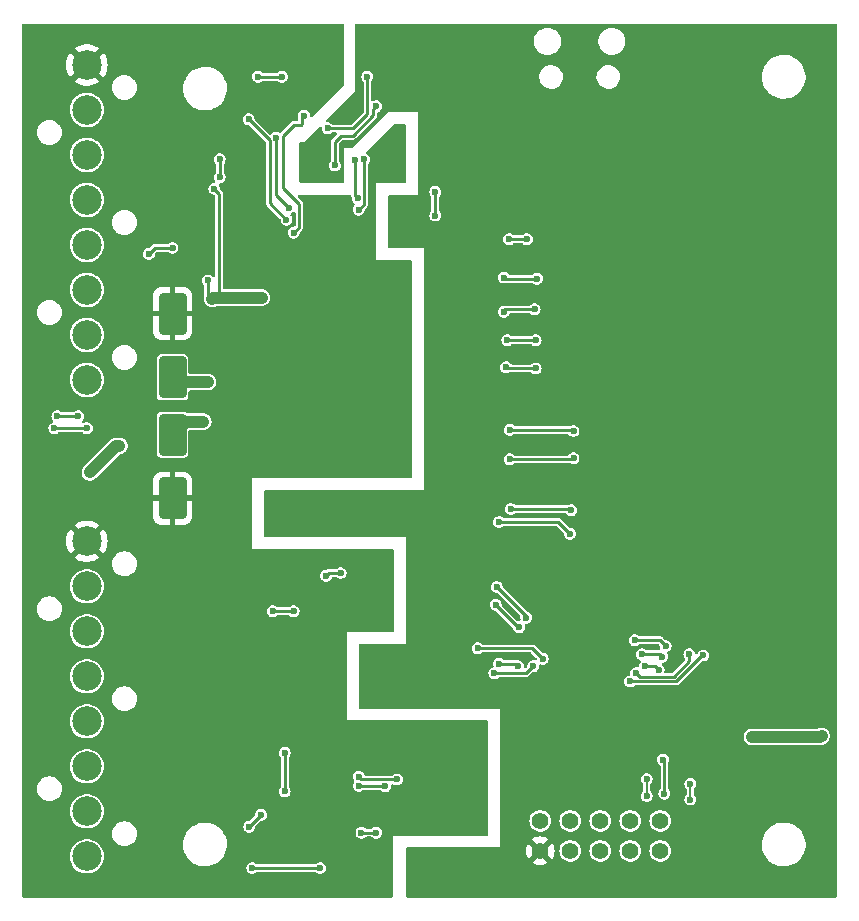
<source format=gbl>
%TF.GenerationSoftware,KiCad,Pcbnew,7.0.1-3b83917a11~172~ubuntu22.04.1*%
%TF.CreationDate,2023-03-24T23:57:15+01:00*%
%TF.ProjectId,door_if3_usb,646f6f72-5f69-4663-935f-7573622e6b69,rev?*%
%TF.SameCoordinates,Original*%
%TF.FileFunction,Copper,L2,Bot*%
%TF.FilePolarity,Positive*%
%FSLAX46Y46*%
G04 Gerber Fmt 4.6, Leading zero omitted, Abs format (unit mm)*
G04 Created by KiCad (PCBNEW 7.0.1-3b83917a11~172~ubuntu22.04.1) date 2023-03-24 23:57:15*
%MOMM*%
%LPD*%
G01*
G04 APERTURE LIST*
G04 Aperture macros list*
%AMRoundRect*
0 Rectangle with rounded corners*
0 $1 Rounding radius*
0 $2 $3 $4 $5 $6 $7 $8 $9 X,Y pos of 4 corners*
0 Add a 4 corners polygon primitive as box body*
4,1,4,$2,$3,$4,$5,$6,$7,$8,$9,$2,$3,0*
0 Add four circle primitives for the rounded corners*
1,1,$1+$1,$2,$3*
1,1,$1+$1,$4,$5*
1,1,$1+$1,$6,$7*
1,1,$1+$1,$8,$9*
0 Add four rect primitives between the rounded corners*
20,1,$1+$1,$2,$3,$4,$5,0*
20,1,$1+$1,$4,$5,$6,$7,0*
20,1,$1+$1,$6,$7,$8,$9,0*
20,1,$1+$1,$8,$9,$2,$3,0*%
G04 Aperture macros list end*
%TA.AperFunction,SMDPad,CuDef*%
%ADD10RoundRect,0.250000X-0.900000X1.500000X-0.900000X-1.500000X0.900000X-1.500000X0.900000X1.500000X0*%
%TD*%
%TA.AperFunction,ComponentPad*%
%ADD11C,1.422400*%
%TD*%
%TA.AperFunction,ComponentPad*%
%ADD12C,2.500000*%
%TD*%
%TA.AperFunction,SMDPad,CuDef*%
%ADD13RoundRect,0.250000X0.900000X-1.500000X0.900000X1.500000X-0.900000X1.500000X-0.900000X-1.500000X0*%
%TD*%
%TA.AperFunction,ViaPad*%
%ADD14C,1.000000*%
%TD*%
%TA.AperFunction,ViaPad*%
%ADD15C,0.600000*%
%TD*%
%TA.AperFunction,Conductor*%
%ADD16C,0.250000*%
%TD*%
%TA.AperFunction,Conductor*%
%ADD17C,1.000000*%
%TD*%
%TA.AperFunction,Conductor*%
%ADD18C,0.150000*%
%TD*%
G04 APERTURE END LIST*
D10*
%TO.P,D3,1,K*%
%TO.N,OUT1*%
X121250000Y-98300000D03*
%TO.P,D3,2,A*%
%TO.N,GNDA*%
X121250000Y-103700000D03*
%TD*%
D11*
%TO.P,J2,1,Pin_1*%
%TO.N,+3V3*%
X162540000Y-131000000D03*
%TO.P,J2,2,Pin_2*%
%TO.N,SPI_CS*%
X162540000Y-133540000D03*
%TO.P,J2,3,Pin_3*%
%TO.N,SPI_MOSI*%
X160000000Y-131000000D03*
%TO.P,J2,4,Pin_4*%
%TO.N,SPI_MISO*%
X160000000Y-133540000D03*
%TO.P,J2,5,Pin_5*%
%TO.N,SPI_CLK*%
X157460000Y-131000000D03*
%TO.P,J2,6,Pin_6*%
%TO.N,I2C_SCL*%
X157460000Y-133540000D03*
%TO.P,J2,7,Pin_7*%
%TO.N,I2C_SDA*%
X154920000Y-131000000D03*
%TO.P,J2,8,Pin_8*%
%TO.N,UART_RX*%
X154920000Y-133540000D03*
%TO.P,J2,9,Pin_9*%
%TO.N,UART_TX*%
X152380000Y-131000000D03*
%TO.P,J2,10,Pin_10*%
%TO.N,GND*%
X152380000Y-133540000D03*
%TD*%
D12*
%TO.P,J3,8,Pin_8*%
%TO.N,GNDA*%
X114000000Y-67000000D03*
%TO.P,J3,7,Pin_7*%
%TO.N,IN10*%
X114000000Y-70810000D03*
%TO.P,J3,6,Pin_6*%
%TO.N,IN9*%
X114000000Y-74620000D03*
%TO.P,J3,5,Pin_5*%
%TO.N,IN8*%
X114000000Y-78430000D03*
%TO.P,J3,4,Pin_4*%
%TO.N,IN7*%
X114000000Y-82240000D03*
%TO.P,J3,3,Pin_3*%
%TO.N,OUT2*%
X114000000Y-86050000D03*
%TO.P,J3,2,Pin_2*%
%TO.N,OUT1*%
X114000000Y-89860000D03*
%TO.P,J3,1,Pin_1*%
%TO.N,+24V*%
X114000000Y-93670000D03*
%TD*%
%TO.P,J1,8,Pin_8*%
%TO.N,GNDA*%
X114000000Y-107330000D03*
%TO.P,J1,7,Pin_7*%
%TO.N,IN6*%
X114000000Y-111140000D03*
%TO.P,J1,6,Pin_6*%
%TO.N,IN5*%
X114000000Y-114950000D03*
%TO.P,J1,5,Pin_5*%
%TO.N,IN4*%
X114000000Y-118760000D03*
%TO.P,J1,4,Pin_4*%
%TO.N,IN3*%
X114000000Y-122570000D03*
%TO.P,J1,3,Pin_3*%
%TO.N,IN2*%
X114000000Y-126380000D03*
%TO.P,J1,2,Pin_2*%
%TO.N,IN1*%
X114000000Y-130190000D03*
%TO.P,J1,1,Pin_1*%
%TO.N,+24V*%
X114000000Y-134000000D03*
%TD*%
D13*
%TO.P,D5,1,K*%
%TO.N,OUT2*%
X121250000Y-93450000D03*
%TO.P,D5,2,A*%
%TO.N,GNDA*%
X121250000Y-88050000D03*
%TD*%
D14*
%TO.N,GNDA*%
X133250000Y-99000000D03*
X133500000Y-90750000D03*
D15*
%TO.N,+24V*%
X124250000Y-85250000D03*
%TO.N,Net-(JP10-C)*%
X129750000Y-113250000D03*
X131500000Y-113250000D03*
%TO.N,+24V*%
X128000000Y-135000000D03*
X133750000Y-135000000D03*
X127750000Y-131500000D03*
X130750000Y-128500000D03*
X130750000Y-125250000D03*
X128750000Y-130500000D03*
%TO.N,GNDA*%
X130500000Y-122000000D03*
%TO.N,Net-(JP4-C)*%
X140250000Y-127500000D03*
X137000000Y-127250000D03*
%TO.N,Net-(R11-Pad1)*%
X137035146Y-128032812D03*
X139250000Y-128074500D03*
%TO.N,Net-(JP2-C)*%
X137250000Y-132000000D03*
X138500000Y-132000000D03*
D14*
%TO.N,+24V*%
X116750000Y-99250000D03*
X114250000Y-101500000D03*
%TO.N,OUT1*%
X123850000Y-97200000D03*
%TO.N,OUT2*%
X124250000Y-93850000D03*
D15*
%TO.N,GNDA*%
X133400000Y-132450000D03*
X123850000Y-124950000D03*
X130250000Y-114850000D03*
X123650000Y-117950000D03*
X123900000Y-110800000D03*
%TO.N,+3V3*%
X162900000Y-128700000D03*
X162793745Y-125825500D03*
%TO.N,SPI_MISO*%
X161400000Y-127474001D03*
X161400000Y-128900000D03*
%TO.N,SPI_CS*%
X165100000Y-127873502D03*
X165100000Y-129200000D03*
%TO.N,GND*%
X155600000Y-111500000D03*
X148300000Y-108000000D03*
X148300000Y-95300000D03*
X148400000Y-82600000D03*
X148400000Y-69900000D03*
X163100000Y-70000000D03*
X167900000Y-107500000D03*
X162900000Y-95400000D03*
%TO.N,+24V*%
X124800000Y-77500000D03*
X132400000Y-71300000D03*
X131500000Y-81200000D03*
%TO.N,GNDA*%
X130100000Y-101000000D03*
X124900000Y-106800000D03*
X138600000Y-98900000D03*
X138800000Y-91800000D03*
X138600000Y-90200000D03*
D14*
%TO.N,+24V*%
X128800000Y-86700000D03*
X124600000Y-86800000D03*
D15*
%TO.N,GNDA*%
X124300000Y-74300000D03*
X124200000Y-81100000D03*
X128600000Y-79000000D03*
X133500000Y-66500000D03*
%TO.N,Net-(JP24-C)*%
X128500000Y-68000000D03*
X130900000Y-80100000D03*
X130500000Y-68000000D03*
X127700000Y-71600000D03*
%TO.N,Net-(R25-Pad1)*%
X131100000Y-79100000D03*
X130025500Y-73148983D03*
%TO.N,GND*%
X144750000Y-136750000D03*
D14*
%TO.N,+3V3*%
X170300000Y-123900000D03*
X176200000Y-123800000D03*
D15*
%TO.N,S_IN10*%
X166200000Y-117000000D03*
X148600000Y-112700000D03*
X150600000Y-114600000D03*
X160000000Y-119200000D03*
%TO.N,S_IN9*%
X165000000Y-116900000D03*
X160500000Y-118500000D03*
X148700000Y-111200000D03*
X151200000Y-113800000D03*
%TO.N,S_IN8*%
X148900000Y-105700000D03*
X163000000Y-116200000D03*
X160400000Y-115700000D03*
X154900000Y-106700000D03*
%TO.N,S_IN7*%
X155000000Y-104700000D03*
X161000000Y-116900000D03*
X149900000Y-104600000D03*
X162700000Y-117100000D03*
%TO.N,S_IN6*%
X162400000Y-118225999D03*
X161259403Y-117890129D03*
X149800000Y-100400000D03*
X155200000Y-100300000D03*
%TO.N,S_IN5*%
X149800000Y-97900000D03*
X155200000Y-98000000D03*
%TO.N,S_IN4*%
X147100000Y-116400000D03*
X152587784Y-117274500D03*
%TO.N,S_IN3*%
X151800000Y-117900000D03*
X148500000Y-118500000D03*
%TO.N,S_IN2*%
X148900000Y-117700000D03*
X150500000Y-117925500D03*
%TO.N,GND*%
X146800000Y-117400000D03*
X144300000Y-117400000D03*
X141800000Y-117400000D03*
X139200000Y-117400000D03*
%TO.N,S_IN1*%
X149300000Y-85000000D03*
X152100000Y-85100000D03*
%TO.N,S_IN2*%
X149300000Y-87900000D03*
X151900000Y-87700000D03*
%TO.N,S_IN3*%
X152000000Y-90300000D03*
X149600000Y-90300000D03*
%TO.N,S_IN4*%
X152000000Y-92700000D03*
X149500000Y-92600000D03*
%TO.N,GND*%
X131500000Y-104250000D03*
X134044028Y-104474500D03*
X136500000Y-104274500D03*
X139000000Y-104500000D03*
X132500000Y-74500000D03*
X132500000Y-76750000D03*
X141250000Y-82250000D03*
X141250000Y-79750000D03*
%TO.N,S_OUT2*%
X143500000Y-79750000D03*
X143500000Y-77750000D03*
%TO.N,S_IN10*%
X149750000Y-81750000D03*
X151250000Y-81750000D03*
%TO.N,Net-(JP18-C)*%
X137000000Y-79250000D03*
X137500000Y-75000000D03*
%TO.N,Net-(R22-Pad1)*%
X136717178Y-75035171D03*
X136925500Y-78296297D03*
%TO.N,Net-(R19-Pad2)*%
X138500000Y-70500000D03*
%TO.N,Net-(R18-Pad2)*%
X137750000Y-68000000D03*
%TO.N,Net-(JP16-C)*%
X111250000Y-97750000D03*
X114000000Y-97750000D03*
%TO.N,Net-(R17-Pad1)*%
X111500000Y-96750000D03*
X113250000Y-96750000D03*
%TO.N,Net-(R16-Pad1)*%
X134250000Y-110250000D03*
X135478766Y-110021234D03*
%TO.N,Net-(JP14-C)*%
X119250000Y-83000000D03*
X121250000Y-82500000D03*
%TO.N,Net-(R19-Pad2)*%
X135000000Y-75500000D03*
%TO.N,Net-(R18-Pad2)*%
X134375000Y-72375000D03*
%TO.N,Net-(JP21-C)*%
X125250000Y-75000000D03*
X125250000Y-76500000D03*
%TD*%
D16*
%TO.N,+24V*%
X124250000Y-86450000D02*
X124600000Y-86800000D01*
X124250000Y-85250000D02*
X124250000Y-86450000D01*
%TO.N,Net-(JP10-C)*%
X129750000Y-113250000D02*
X131500000Y-113250000D01*
%TO.N,+24V*%
X133750000Y-135000000D02*
X128000000Y-135000000D01*
X130750000Y-125250000D02*
X130750000Y-128500000D01*
X128750000Y-130500000D02*
X127750000Y-131500000D01*
%TO.N,Net-(JP4-C)*%
X140250000Y-127500000D02*
X137250000Y-127500000D01*
%TO.N,Net-(R11-Pad1)*%
X137076834Y-128074500D02*
X137035146Y-128032812D01*
%TO.N,Net-(JP4-C)*%
X137250000Y-127500000D02*
X137000000Y-127250000D01*
%TO.N,Net-(R11-Pad1)*%
X139250000Y-128074500D02*
X137076834Y-128074500D01*
%TO.N,Net-(JP2-C)*%
X138500000Y-132000000D02*
X137250000Y-132000000D01*
D17*
%TO.N,+24V*%
X116500000Y-99250000D02*
X114250000Y-101500000D01*
X116750000Y-99250000D02*
X116500000Y-99250000D01*
%TO.N,OUT1*%
X123850000Y-97200000D02*
X122350000Y-97200000D01*
X122350000Y-97200000D02*
X121250000Y-98300000D01*
%TO.N,OUT2*%
X124250000Y-93850000D02*
X121650000Y-93850000D01*
X121650000Y-93850000D02*
X121250000Y-93450000D01*
D16*
%TO.N,+3V3*%
X162900000Y-125931755D02*
X162793745Y-125825500D01*
D18*
%TO.N,SPI_CS*%
X165100000Y-129200000D02*
X165100000Y-127873502D01*
%TO.N,SPI_MISO*%
X161400000Y-128900000D02*
X161400000Y-127474001D01*
D16*
%TO.N,+3V3*%
X162900000Y-128700000D02*
X162900000Y-125931755D01*
D17*
%TO.N,+24V*%
X128800000Y-86700000D02*
X125200000Y-86700000D01*
D16*
X125200000Y-77900000D02*
X125200000Y-86700000D01*
D17*
X125200000Y-86700000D02*
X124700000Y-86700000D01*
D16*
X124800000Y-77500000D02*
X125200000Y-77900000D01*
X132000000Y-78800000D02*
X130600000Y-77400000D01*
%TO.N,Net-(JP24-C)*%
X129470780Y-73370780D02*
X127700000Y-71600000D01*
%TO.N,+24V*%
X132000000Y-80700000D02*
X132000000Y-78800000D01*
%TO.N,Net-(R25-Pad1)*%
X131100000Y-79100000D02*
X130000000Y-78000000D01*
%TO.N,+24V*%
X130600000Y-73000000D02*
X131500000Y-72100000D01*
X130600000Y-77400000D02*
X130600000Y-74100000D01*
X130600000Y-74100000D02*
X130600000Y-73000000D01*
X132100000Y-72100000D02*
X132200000Y-72000000D01*
X132200000Y-71500000D02*
X132400000Y-71300000D01*
%TO.N,Net-(R25-Pad1)*%
X130000000Y-73200000D02*
X130025500Y-73174500D01*
%TO.N,Net-(JP24-C)*%
X129470780Y-78670780D02*
X129470780Y-73370780D01*
X130900000Y-80100000D02*
X129470780Y-78670780D01*
%TO.N,+24V*%
X132200000Y-72000000D02*
X132200000Y-71500000D01*
%TO.N,Net-(R25-Pad1)*%
X130000000Y-78000000D02*
X130000000Y-73200000D01*
%TO.N,+24V*%
X131500000Y-81200000D02*
X132000000Y-80700000D01*
%TO.N,Net-(R25-Pad1)*%
X130025500Y-73174500D02*
X130025500Y-73148983D01*
%TO.N,+24V*%
X131500000Y-72100000D02*
X132100000Y-72100000D01*
D17*
X124700000Y-86700000D02*
X124600000Y-86800000D01*
D16*
%TO.N,Net-(JP24-C)*%
X128500000Y-68000000D02*
X130500000Y-68000000D01*
D17*
%TO.N,+3V3*%
X170300000Y-123900000D02*
X176100000Y-123900000D01*
X176100000Y-123900000D02*
X176200000Y-123800000D01*
D16*
%TO.N,S_IN6*%
X162400000Y-118225999D02*
X162064130Y-117890129D01*
%TO.N,S_IN9*%
X163699501Y-118800499D02*
X165000000Y-117500000D01*
X160500000Y-118500000D02*
X160800499Y-118800499D01*
%TO.N,S_IN10*%
X164000000Y-119100000D02*
X166100000Y-117000000D01*
X160000000Y-119200000D02*
X163900000Y-119200000D01*
%TO.N,S_IN4*%
X147100000Y-116400000D02*
X151713284Y-116400000D01*
%TO.N,S_IN10*%
X163900000Y-119200000D02*
X164000000Y-119100000D01*
X148600000Y-112700000D02*
X150500000Y-114600000D01*
X166100000Y-117000000D02*
X166200000Y-117000000D01*
%TO.N,S_IN9*%
X160800499Y-118800499D02*
X163699501Y-118800499D01*
%TO.N,S_IN4*%
X151713284Y-116400000D02*
X152587784Y-117274500D01*
%TO.N,S_IN6*%
X162064130Y-117890129D02*
X161259403Y-117890129D01*
%TO.N,S_IN9*%
X165000000Y-117500000D02*
X165000000Y-116900000D01*
%TO.N,S_IN10*%
X150500000Y-114600000D02*
X150600000Y-114600000D01*
%TO.N,S_IN9*%
X151200000Y-113700000D02*
X151200000Y-113800000D01*
X148700000Y-111200000D02*
X151200000Y-113700000D01*
%TO.N,S_IN8*%
X162500000Y-115700000D02*
X163000000Y-116200000D01*
X153900000Y-105700000D02*
X154900000Y-106700000D01*
X160400000Y-115700000D02*
X162500000Y-115700000D01*
X148900000Y-105700000D02*
X153900000Y-105700000D01*
%TO.N,S_IN7*%
X149900000Y-104600000D02*
X154900000Y-104600000D01*
X161000000Y-116900000D02*
X162500000Y-116900000D01*
X162500000Y-116900000D02*
X162700000Y-117100000D01*
X154900000Y-104600000D02*
X155000000Y-104700000D01*
%TO.N,S_IN6*%
X155100000Y-100400000D02*
X155200000Y-100300000D01*
X149800000Y-100400000D02*
X155100000Y-100400000D01*
%TO.N,S_IN5*%
X149800000Y-97900000D02*
X155100000Y-97900000D01*
X155100000Y-97900000D02*
X155200000Y-98000000D01*
%TO.N,S_IN2*%
X148900000Y-117700000D02*
X150274500Y-117700000D01*
X150274500Y-117700000D02*
X150500000Y-117925500D01*
%TO.N,S_IN3*%
X148500000Y-118500000D02*
X151200000Y-118500000D01*
X151200000Y-118500000D02*
X151800000Y-117900000D01*
%TO.N,S_IN1*%
X152100000Y-85100000D02*
X149400000Y-85100000D01*
X149400000Y-85100000D02*
X149300000Y-85000000D01*
%TO.N,S_IN2*%
X149300000Y-87700000D02*
X149300000Y-87900000D01*
X151900000Y-87700000D02*
X149300000Y-87700000D01*
%TO.N,S_IN3*%
X152000000Y-90300000D02*
X149600000Y-90300000D01*
%TO.N,S_IN4*%
X149600000Y-92700000D02*
X149500000Y-92600000D01*
X152000000Y-92700000D02*
X149600000Y-92700000D01*
%TO.N,S_OUT2*%
X143500000Y-79750000D02*
X143500000Y-77750000D01*
%TO.N,S_IN10*%
X149750000Y-81750000D02*
X151250000Y-81750000D01*
%TO.N,Net-(JP18-C)*%
X137500000Y-75000000D02*
X137500000Y-78750000D01*
X137500000Y-78750000D02*
X137000000Y-79250000D01*
%TO.N,Net-(R22-Pad1)*%
X136717178Y-75035171D02*
X136717178Y-78087975D01*
X136717178Y-78087975D02*
X136925500Y-78296297D01*
%TO.N,Net-(R18-Pad2)*%
X137750000Y-71185020D02*
X137750000Y-68000000D01*
X136560020Y-72375000D02*
X137750000Y-71185020D01*
X134375000Y-72375000D02*
X136560020Y-72375000D01*
%TO.N,Net-(R19-Pad2)*%
X135000000Y-73500000D02*
X135500000Y-73000000D01*
X138250000Y-70750000D02*
X138500000Y-70500000D01*
X135000000Y-75500000D02*
X135000000Y-73500000D01*
X135500000Y-73000000D02*
X136500000Y-73000000D01*
X136500000Y-73000000D02*
X138250000Y-71250000D01*
X138250000Y-71250000D02*
X138250000Y-70750000D01*
%TO.N,Net-(JP16-C)*%
X111250000Y-97750000D02*
X114000000Y-97750000D01*
%TO.N,Net-(R17-Pad1)*%
X111500000Y-96750000D02*
X113250000Y-96750000D01*
%TO.N,Net-(R16-Pad1)*%
X134478766Y-110021234D02*
X135478766Y-110021234D01*
X134250000Y-110250000D02*
X134478766Y-110021234D01*
%TO.N,Net-(JP14-C)*%
X121250000Y-82500000D02*
X119750000Y-82500000D01*
X119750000Y-82500000D02*
X119250000Y-83000000D01*
%TO.N,Net-(JP21-C)*%
X125250000Y-76500000D02*
X125250000Y-75000000D01*
%TD*%
%TA.AperFunction,Conductor*%
%TO.N,GNDA*%
G36*
X135738000Y-63516613D02*
G01*
X135783387Y-63562000D01*
X135800000Y-63624000D01*
X135800000Y-68648638D01*
X135790561Y-68696091D01*
X135763681Y-68736319D01*
X133117813Y-71382186D01*
X133058648Y-71415181D01*
X132990973Y-71412159D01*
X132934984Y-71374022D01*
X132907394Y-71312152D01*
X132885165Y-71157542D01*
X132825376Y-71026625D01*
X132731129Y-70917858D01*
X132731128Y-70917857D01*
X132610053Y-70840047D01*
X132471961Y-70799500D01*
X132328039Y-70799500D01*
X132189947Y-70840047D01*
X132068870Y-70917858D01*
X131974623Y-71026625D01*
X131914834Y-71157542D01*
X131894352Y-71300002D01*
X131897269Y-71320291D01*
X131896292Y-71361393D01*
X131891790Y-71373467D01*
X131882852Y-71424148D01*
X131880512Y-71434704D01*
X131870735Y-71471192D01*
X131874028Y-71508820D01*
X131874500Y-71519628D01*
X131874500Y-71650500D01*
X131857887Y-71712500D01*
X131812500Y-71757887D01*
X131750500Y-71774500D01*
X131519619Y-71774500D01*
X131508812Y-71774028D01*
X131506298Y-71773808D01*
X131471191Y-71770736D01*
X131434710Y-71780511D01*
X131424155Y-71782852D01*
X131413223Y-71784780D01*
X131386955Y-71789412D01*
X131386953Y-71789412D01*
X131385897Y-71789599D01*
X131361192Y-71799832D01*
X131329378Y-71822107D01*
X131320261Y-71827915D01*
X131287545Y-71846804D01*
X131263262Y-71875743D01*
X131255956Y-71883715D01*
X130437150Y-72702522D01*
X130390025Y-72732021D01*
X130334748Y-72737964D01*
X130282431Y-72719156D01*
X130235553Y-72689030D01*
X130097461Y-72648483D01*
X129953539Y-72648483D01*
X129815447Y-72689030D01*
X129694371Y-72766840D01*
X129611118Y-72862920D01*
X129555161Y-72899829D01*
X129488171Y-72902222D01*
X129429724Y-72869398D01*
X128242440Y-71682114D01*
X128219237Y-71649937D01*
X128207383Y-71612079D01*
X128205646Y-71600002D01*
X128205647Y-71600000D01*
X128185165Y-71457543D01*
X128178275Y-71442457D01*
X128125376Y-71326625D01*
X128031129Y-71217858D01*
X128031128Y-71217857D01*
X127910053Y-71140047D01*
X127771961Y-71099500D01*
X127628039Y-71099500D01*
X127489947Y-71140047D01*
X127368870Y-71217858D01*
X127274623Y-71326625D01*
X127214834Y-71457542D01*
X127194353Y-71600000D01*
X127214834Y-71742457D01*
X127274623Y-71873374D01*
X127283584Y-71883715D01*
X127368872Y-71982143D01*
X127489947Y-72059953D01*
X127628039Y-72100500D01*
X127688812Y-72100500D01*
X127736265Y-72109939D01*
X127776493Y-72136819D01*
X129108961Y-73469287D01*
X129135841Y-73509515D01*
X129145280Y-73556968D01*
X129145280Y-78651152D01*
X129144808Y-78661960D01*
X129141515Y-78699587D01*
X129151292Y-78736076D01*
X129153633Y-78746632D01*
X129160379Y-78784887D01*
X129170609Y-78809583D01*
X129171226Y-78810464D01*
X129192892Y-78841407D01*
X129198695Y-78850516D01*
X129217586Y-78883235D01*
X129246522Y-78907515D01*
X129254498Y-78914824D01*
X130357559Y-80017886D01*
X130380762Y-80050063D01*
X130392616Y-80087920D01*
X130414834Y-80242457D01*
X130474623Y-80373374D01*
X130568870Y-80482141D01*
X130568872Y-80482143D01*
X130689947Y-80559953D01*
X130828039Y-80600500D01*
X130971961Y-80600500D01*
X131110053Y-80559953D01*
X131231128Y-80482143D01*
X131325377Y-80373373D01*
X131385165Y-80242457D01*
X131405647Y-80100000D01*
X131385165Y-79957543D01*
X131325377Y-79826627D01*
X131325376Y-79826626D01*
X131325376Y-79826625D01*
X131264416Y-79756273D01*
X131236962Y-79701427D01*
X131239153Y-79640133D01*
X131270451Y-79587386D01*
X131296543Y-79571906D01*
X131295055Y-79569591D01*
X131310051Y-79559953D01*
X131310053Y-79559953D01*
X131431128Y-79482143D01*
X131435908Y-79476627D01*
X131456787Y-79452532D01*
X131505512Y-79418183D01*
X131564635Y-79410542D01*
X131620491Y-79431375D01*
X131660170Y-79475867D01*
X131674500Y-79533734D01*
X131674500Y-80513812D01*
X131665061Y-80561265D01*
X131638181Y-80601493D01*
X131576493Y-80663181D01*
X131536265Y-80690061D01*
X131488812Y-80699500D01*
X131428039Y-80699500D01*
X131289947Y-80740047D01*
X131168870Y-80817858D01*
X131074623Y-80926625D01*
X131014834Y-81057542D01*
X130994353Y-81200000D01*
X131014834Y-81342457D01*
X131074623Y-81473374D01*
X131138656Y-81547272D01*
X131168872Y-81582143D01*
X131289947Y-81659953D01*
X131428039Y-81700500D01*
X131571961Y-81700500D01*
X131710053Y-81659953D01*
X131831128Y-81582143D01*
X131925377Y-81473373D01*
X131985165Y-81342457D01*
X132005647Y-81200000D01*
X132005646Y-81199996D01*
X132007383Y-81187919D01*
X132019237Y-81150061D01*
X132042437Y-81117887D01*
X132216290Y-80944034D01*
X132224258Y-80936734D01*
X132253192Y-80912457D01*
X132253192Y-80912456D01*
X132253194Y-80912455D01*
X132272091Y-80879722D01*
X132277887Y-80870625D01*
X132299554Y-80839684D01*
X132299554Y-80839682D01*
X132300173Y-80838799D01*
X132310399Y-80814112D01*
X132310586Y-80813047D01*
X132310588Y-80813045D01*
X132317149Y-80775830D01*
X132319478Y-80765324D01*
X132329264Y-80728807D01*
X132325971Y-80691176D01*
X132325500Y-80680370D01*
X132325500Y-78819627D01*
X132325972Y-78808819D01*
X132329264Y-78771192D01*
X132319487Y-78734706D01*
X132317145Y-78724143D01*
X132310400Y-78685891D01*
X132300171Y-78661198D01*
X132299554Y-78660317D01*
X132299554Y-78660316D01*
X132277892Y-78629379D01*
X132272080Y-78620256D01*
X132253194Y-78587544D01*
X132224255Y-78563262D01*
X132216280Y-78555954D01*
X131872007Y-78211681D01*
X131841757Y-78162318D01*
X131837215Y-78104602D01*
X131859370Y-78051115D01*
X131903393Y-78013515D01*
X131959688Y-78000000D01*
X136262809Y-78000000D01*
X136327911Y-78018464D01*
X136373624Y-78068358D01*
X136379012Y-78096531D01*
X136382255Y-78095663D01*
X136397690Y-78153271D01*
X136400031Y-78163827D01*
X136406777Y-78202082D01*
X136418082Y-78229373D01*
X136418912Y-78232470D01*
X136421877Y-78282212D01*
X136419852Y-78296294D01*
X136440334Y-78438754D01*
X136500123Y-78569671D01*
X136594370Y-78678439D01*
X136627260Y-78699576D01*
X136673015Y-78752380D01*
X136682959Y-78821538D01*
X136653935Y-78885094D01*
X136574622Y-78976627D01*
X136514834Y-79107542D01*
X136494353Y-79250000D01*
X136514834Y-79392457D01*
X136574623Y-79523374D01*
X136641453Y-79600500D01*
X136668872Y-79632143D01*
X136789947Y-79709953D01*
X136928039Y-79750500D01*
X137071961Y-79750500D01*
X137210053Y-79709953D01*
X137331128Y-79632143D01*
X137425377Y-79523373D01*
X137485165Y-79392457D01*
X137505647Y-79250000D01*
X137505646Y-79249996D01*
X137507383Y-79237919D01*
X137519237Y-79200061D01*
X137542437Y-79167887D01*
X137716290Y-78994034D01*
X137724258Y-78986734D01*
X137753192Y-78962457D01*
X137753192Y-78962456D01*
X137753194Y-78962455D01*
X137772091Y-78929722D01*
X137777887Y-78920625D01*
X137799554Y-78889684D01*
X137799554Y-78889682D01*
X137800173Y-78888799D01*
X137810399Y-78864112D01*
X137810586Y-78863047D01*
X137810588Y-78863045D01*
X137817149Y-78825830D01*
X137819478Y-78815324D01*
X137829264Y-78778807D01*
X137825971Y-78741176D01*
X137825500Y-78730370D01*
X137825500Y-75434888D01*
X137833318Y-75391555D01*
X137855787Y-75353686D01*
X137925376Y-75273374D01*
X137925375Y-75273374D01*
X137925377Y-75273373D01*
X137985165Y-75142457D01*
X138005647Y-75000000D01*
X137988109Y-74878023D01*
X137985165Y-74857542D01*
X137925376Y-74726625D01*
X137831129Y-74617858D01*
X137831128Y-74617857D01*
X137710053Y-74540047D01*
X137710051Y-74540046D01*
X137695055Y-74530409D01*
X137695834Y-74529195D01*
X137662949Y-74509286D01*
X137632031Y-74453850D01*
X137632597Y-74390377D01*
X137664496Y-74335503D01*
X139963680Y-72036319D01*
X140003909Y-72009439D01*
X140051362Y-72000000D01*
X140876000Y-72000000D01*
X140938000Y-72016613D01*
X140983387Y-72062000D01*
X141000000Y-72124000D01*
X141000000Y-76876000D01*
X140983387Y-76938000D01*
X140938000Y-76983387D01*
X140876000Y-77000000D01*
X138500000Y-77000000D01*
X138500000Y-83500000D01*
X141376000Y-83500000D01*
X141438000Y-83516613D01*
X141483387Y-83562000D01*
X141500000Y-83624000D01*
X141500000Y-101876000D01*
X141483387Y-101938000D01*
X141438000Y-101983387D01*
X141376000Y-102000000D01*
X128000000Y-102000000D01*
X128000000Y-108000000D01*
X139876000Y-108000000D01*
X139938000Y-108016613D01*
X139983387Y-108062000D01*
X140000000Y-108124000D01*
X140000000Y-114876000D01*
X139983387Y-114938000D01*
X139938000Y-114983387D01*
X139876000Y-115000000D01*
X136000000Y-115000000D01*
X136000000Y-122500000D01*
X147876000Y-122500000D01*
X147938000Y-122516613D01*
X147983387Y-122562000D01*
X148000000Y-122624000D01*
X148000000Y-132176000D01*
X147983387Y-132238000D01*
X147938000Y-132283387D01*
X147876000Y-132300000D01*
X139900000Y-132300000D01*
X139900000Y-137376000D01*
X139883387Y-137438000D01*
X139838000Y-137483387D01*
X139776000Y-137500000D01*
X108624000Y-137500000D01*
X108562000Y-137483387D01*
X108516613Y-137438000D01*
X108500000Y-137376000D01*
X108500000Y-133999999D01*
X112544528Y-133999999D01*
X112564379Y-134239558D01*
X112564379Y-134239561D01*
X112564380Y-134239563D01*
X112623390Y-134472591D01*
X112719951Y-134692728D01*
X112851429Y-134893969D01*
X113014236Y-135070825D01*
X113014239Y-135070827D01*
X113203927Y-135218468D01*
X113203929Y-135218469D01*
X113203933Y-135218472D01*
X113415344Y-135332882D01*
X113642703Y-135410934D01*
X113879808Y-135450500D01*
X114120191Y-135450500D01*
X114120192Y-135450500D01*
X114357297Y-135410934D01*
X114584656Y-135332882D01*
X114796067Y-135218472D01*
X114985764Y-135070825D01*
X115050963Y-135000000D01*
X127494353Y-135000000D01*
X127514834Y-135142457D01*
X127574623Y-135273374D01*
X127656876Y-135368299D01*
X127668872Y-135382143D01*
X127789947Y-135459953D01*
X127928039Y-135500500D01*
X128071961Y-135500500D01*
X128210053Y-135459953D01*
X128331128Y-135382143D01*
X128343125Y-135368297D01*
X128385325Y-135336706D01*
X128436838Y-135325500D01*
X133313162Y-135325500D01*
X133364675Y-135336706D01*
X133406874Y-135368297D01*
X133418872Y-135382143D01*
X133539947Y-135459953D01*
X133678039Y-135500500D01*
X133821961Y-135500500D01*
X133960053Y-135459953D01*
X134081128Y-135382143D01*
X134175377Y-135273373D01*
X134235165Y-135142457D01*
X134255647Y-135000000D01*
X134235165Y-134857543D01*
X134175377Y-134726627D01*
X134175376Y-134726626D01*
X134175376Y-134726625D01*
X134081129Y-134617858D01*
X134081128Y-134617857D01*
X133960053Y-134540047D01*
X133821961Y-134499500D01*
X133678039Y-134499500D01*
X133539947Y-134540047D01*
X133418873Y-134617856D01*
X133418872Y-134617856D01*
X133418872Y-134617857D01*
X133406874Y-134631702D01*
X133364675Y-134663294D01*
X133313162Y-134674500D01*
X128436838Y-134674500D01*
X128385325Y-134663294D01*
X128343125Y-134631702D01*
X128331128Y-134617857D01*
X128210053Y-134540047D01*
X128071961Y-134499500D01*
X127928039Y-134499500D01*
X127789947Y-134540047D01*
X127668870Y-134617858D01*
X127574623Y-134726625D01*
X127514834Y-134857542D01*
X127494353Y-135000000D01*
X115050963Y-135000000D01*
X115148571Y-134893969D01*
X115280049Y-134692728D01*
X115376610Y-134472591D01*
X115435620Y-134239563D01*
X115455471Y-134000000D01*
X115435620Y-133760437D01*
X115376610Y-133527409D01*
X115280049Y-133307272D01*
X115148571Y-133106031D01*
X114985764Y-132929175D01*
X114964370Y-132912523D01*
X114796072Y-132781531D01*
X114796068Y-132781528D01*
X114796067Y-132781528D01*
X114584656Y-132667118D01*
X114584655Y-132667117D01*
X114584652Y-132667116D01*
X114357299Y-132589066D01*
X114199227Y-132562688D01*
X114120192Y-132549500D01*
X113879808Y-132549500D01*
X113820531Y-132559391D01*
X113642700Y-132589066D01*
X113415347Y-132667116D01*
X113203927Y-132781531D01*
X113014239Y-132929172D01*
X113014236Y-132929174D01*
X113014236Y-132929175D01*
X112851429Y-133106031D01*
X112719951Y-133307272D01*
X112719950Y-133307274D01*
X112623391Y-133527407D01*
X112564379Y-133760441D01*
X112544528Y-133999999D01*
X108500000Y-133999999D01*
X108500000Y-132094999D01*
X116119417Y-132094999D01*
X116139699Y-132300932D01*
X116139700Y-132300934D01*
X116199768Y-132498954D01*
X116297315Y-132681450D01*
X116348609Y-132743952D01*
X116428589Y-132841410D01*
X116508569Y-132907047D01*
X116588550Y-132972685D01*
X116771046Y-133070232D01*
X116969066Y-133130300D01*
X117123392Y-133145500D01*
X117226607Y-133145500D01*
X117226608Y-133145500D01*
X117380934Y-133130300D01*
X117578954Y-133070232D01*
X117583571Y-133067764D01*
X122145787Y-133067764D01*
X122175413Y-133337016D01*
X122243928Y-133599087D01*
X122349871Y-133848392D01*
X122490982Y-134079611D01*
X122580253Y-134186881D01*
X122664255Y-134287820D01*
X122865998Y-134468582D01*
X123091910Y-134618044D01*
X123188437Y-134663294D01*
X123337177Y-134733021D01*
X123596562Y-134811058D01*
X123596569Y-134811060D01*
X123864561Y-134850500D01*
X124067631Y-134850500D01*
X124067634Y-134850500D01*
X124270156Y-134835677D01*
X124270156Y-134835676D01*
X124534553Y-134776780D01*
X124787558Y-134680014D01*
X125023777Y-134547441D01*
X125238177Y-134381888D01*
X125426186Y-134186881D01*
X125583799Y-133966579D01*
X125707656Y-133725675D01*
X125795118Y-133469305D01*
X125844319Y-133202933D01*
X125854212Y-132932235D01*
X125824586Y-132662982D01*
X125756072Y-132400912D01*
X125650130Y-132151610D01*
X125557909Y-132000500D01*
X125509017Y-131920388D01*
X125335746Y-131712181D01*
X125230758Y-131618112D01*
X125134002Y-131531418D01*
X125086514Y-131500000D01*
X127244353Y-131500000D01*
X127264834Y-131642457D01*
X127324623Y-131773374D01*
X127397555Y-131857542D01*
X127418872Y-131882143D01*
X127539947Y-131959953D01*
X127678039Y-132000500D01*
X127821961Y-132000500D01*
X127823667Y-131999999D01*
X136744353Y-131999999D01*
X136764834Y-132142457D01*
X136824623Y-132273374D01*
X136906876Y-132368299D01*
X136918872Y-132382143D01*
X137039947Y-132459953D01*
X137178039Y-132500500D01*
X137321961Y-132500500D01*
X137460053Y-132459953D01*
X137581128Y-132382143D01*
X137593125Y-132368297D01*
X137635325Y-132336706D01*
X137686838Y-132325500D01*
X138063162Y-132325500D01*
X138114675Y-132336706D01*
X138156874Y-132368297D01*
X138168872Y-132382143D01*
X138289947Y-132459953D01*
X138428039Y-132500500D01*
X138571961Y-132500500D01*
X138710053Y-132459953D01*
X138831128Y-132382143D01*
X138925377Y-132273373D01*
X138985165Y-132142457D01*
X139005647Y-132000000D01*
X138985165Y-131857543D01*
X138964877Y-131813120D01*
X138925376Y-131726625D01*
X138831129Y-131617858D01*
X138831128Y-131617857D01*
X138710053Y-131540047D01*
X138571961Y-131499500D01*
X138428039Y-131499500D01*
X138289947Y-131540047D01*
X138168873Y-131617856D01*
X138168872Y-131617856D01*
X138168872Y-131617857D01*
X138156874Y-131631702D01*
X138114675Y-131663294D01*
X138063162Y-131674500D01*
X137686838Y-131674500D01*
X137635325Y-131663294D01*
X137593125Y-131631702D01*
X137581128Y-131617857D01*
X137460053Y-131540047D01*
X137321961Y-131499500D01*
X137178039Y-131499500D01*
X137039947Y-131540047D01*
X136918870Y-131617858D01*
X136824623Y-131726625D01*
X136764834Y-131857542D01*
X136744353Y-131999999D01*
X127823667Y-131999999D01*
X127960053Y-131959953D01*
X128081128Y-131882143D01*
X128175377Y-131773373D01*
X128235165Y-131642457D01*
X128255647Y-131500000D01*
X128255646Y-131499996D01*
X128257383Y-131487919D01*
X128269237Y-131450061D01*
X128292437Y-131417887D01*
X128673506Y-131036819D01*
X128713735Y-131009939D01*
X128761188Y-131000500D01*
X128821961Y-131000500D01*
X128960053Y-130959953D01*
X129081128Y-130882143D01*
X129175377Y-130773373D01*
X129235165Y-130642457D01*
X129255647Y-130500000D01*
X129235165Y-130357543D01*
X129175377Y-130226627D01*
X129175376Y-130226626D01*
X129175376Y-130226625D01*
X129081129Y-130117858D01*
X129081128Y-130117857D01*
X128960053Y-130040047D01*
X128821961Y-129999500D01*
X128678039Y-129999500D01*
X128539947Y-130040047D01*
X128418870Y-130117858D01*
X128324623Y-130226625D01*
X128264834Y-130357542D01*
X128242616Y-130512079D01*
X128230762Y-130549936D01*
X128207559Y-130582113D01*
X127826493Y-130963181D01*
X127786265Y-130990061D01*
X127738812Y-130999500D01*
X127678039Y-130999500D01*
X127539947Y-131040047D01*
X127418870Y-131117858D01*
X127324623Y-131226625D01*
X127264834Y-131357542D01*
X127244353Y-131500000D01*
X125086514Y-131500000D01*
X124908090Y-131381956D01*
X124908086Y-131381954D01*
X124662822Y-131266978D01*
X124403437Y-131188941D01*
X124403431Y-131188940D01*
X124135439Y-131149500D01*
X123932369Y-131149500D01*
X123932366Y-131149500D01*
X123729843Y-131164322D01*
X123465449Y-131223219D01*
X123212441Y-131319986D01*
X122976223Y-131452559D01*
X122761825Y-131618109D01*
X122573813Y-131813120D01*
X122416201Y-132033420D01*
X122355436Y-132151610D01*
X122292834Y-132273373D01*
X122292342Y-132274329D01*
X122204881Y-132530695D01*
X122155680Y-132797066D01*
X122145787Y-133067764D01*
X117583571Y-133067764D01*
X117761450Y-132972685D01*
X117921410Y-132841410D01*
X118052685Y-132681450D01*
X118150232Y-132498954D01*
X118210300Y-132300934D01*
X118230583Y-132095000D01*
X118210300Y-131889066D01*
X118150232Y-131691046D01*
X118052685Y-131508550D01*
X117970554Y-131408472D01*
X117921410Y-131348589D01*
X117814467Y-131260825D01*
X117761450Y-131217315D01*
X117578954Y-131119768D01*
X117460939Y-131083969D01*
X117380932Y-131059699D01*
X117243467Y-131046160D01*
X117226608Y-131044500D01*
X117123392Y-131044500D01*
X117108192Y-131045996D01*
X116969067Y-131059699D01*
X116771043Y-131119769D01*
X116588551Y-131217314D01*
X116428589Y-131348589D01*
X116297314Y-131508551D01*
X116199769Y-131691043D01*
X116139699Y-131889067D01*
X116119417Y-132094999D01*
X108500000Y-132094999D01*
X108500000Y-130190000D01*
X112544528Y-130190000D01*
X112564379Y-130429558D01*
X112564379Y-130429561D01*
X112564380Y-130429563D01*
X112623390Y-130662591D01*
X112719951Y-130882728D01*
X112851429Y-131083969D01*
X113014236Y-131260825D01*
X113022144Y-131266980D01*
X113203927Y-131408468D01*
X113203929Y-131408469D01*
X113203933Y-131408472D01*
X113415344Y-131522882D01*
X113642703Y-131600934D01*
X113879808Y-131640500D01*
X114120191Y-131640500D01*
X114120192Y-131640500D01*
X114357297Y-131600934D01*
X114584656Y-131522882D01*
X114796067Y-131408472D01*
X114985764Y-131260825D01*
X115148571Y-131083969D01*
X115280049Y-130882728D01*
X115376610Y-130662591D01*
X115435620Y-130429563D01*
X115455471Y-130190000D01*
X115435620Y-129950437D01*
X115376610Y-129717409D01*
X115280049Y-129497272D01*
X115148571Y-129296031D01*
X114985764Y-129119175D01*
X114964370Y-129102523D01*
X114796072Y-128971531D01*
X114796068Y-128971528D01*
X114796067Y-128971528D01*
X114584656Y-128857118D01*
X114584655Y-128857117D01*
X114584652Y-128857116D01*
X114357299Y-128779066D01*
X114199226Y-128752688D01*
X114120192Y-128739500D01*
X113879808Y-128739500D01*
X113820531Y-128749391D01*
X113642700Y-128779066D01*
X113415347Y-128857116D01*
X113203927Y-128971531D01*
X113014239Y-129119172D01*
X113014236Y-129119174D01*
X113014236Y-129119175D01*
X112851429Y-129296031D01*
X112719951Y-129497272D01*
X112719950Y-129497274D01*
X112623391Y-129717407D01*
X112564379Y-129950441D01*
X112544528Y-130190000D01*
X108500000Y-130190000D01*
X108500000Y-128285000D01*
X109769417Y-128285000D01*
X109789699Y-128490932D01*
X109792450Y-128500000D01*
X109849768Y-128688954D01*
X109947315Y-128871450D01*
X109998609Y-128933952D01*
X110078589Y-129031410D01*
X110158570Y-129097047D01*
X110238550Y-129162685D01*
X110421046Y-129260232D01*
X110619066Y-129320300D01*
X110773392Y-129335500D01*
X110876607Y-129335500D01*
X110876608Y-129335500D01*
X111030934Y-129320300D01*
X111228954Y-129260232D01*
X111411450Y-129162685D01*
X111571410Y-129031410D01*
X111702685Y-128871450D01*
X111800232Y-128688954D01*
X111857550Y-128499999D01*
X130244353Y-128499999D01*
X130264834Y-128642457D01*
X130324623Y-128773374D01*
X130418870Y-128882141D01*
X130418872Y-128882143D01*
X130539947Y-128959953D01*
X130678039Y-129000500D01*
X130821961Y-129000500D01*
X130960053Y-128959953D01*
X131081128Y-128882143D01*
X131175377Y-128773373D01*
X131235165Y-128642457D01*
X131255647Y-128500000D01*
X131235165Y-128357543D01*
X131230749Y-128347874D01*
X131175376Y-128226625D01*
X131105787Y-128146314D01*
X131083318Y-128108445D01*
X131075500Y-128065112D01*
X131075500Y-127250000D01*
X136494353Y-127250000D01*
X136514834Y-127392457D01*
X136574623Y-127523374D01*
X136624109Y-127580484D01*
X136650900Y-127632451D01*
X136650901Y-127690917D01*
X136624112Y-127742886D01*
X136609768Y-127759440D01*
X136549980Y-127890354D01*
X136529499Y-128032812D01*
X136549980Y-128175269D01*
X136609769Y-128306186D01*
X136700769Y-128411206D01*
X136704018Y-128414955D01*
X136825093Y-128492765D01*
X136963185Y-128533312D01*
X137107107Y-128533312D01*
X137245199Y-128492765D01*
X137358915Y-128419683D01*
X137425954Y-128400000D01*
X138813162Y-128400000D01*
X138864675Y-128411206D01*
X138906874Y-128442797D01*
X138918872Y-128456643D01*
X139039947Y-128534453D01*
X139178039Y-128575000D01*
X139321961Y-128575000D01*
X139460053Y-128534453D01*
X139581128Y-128456643D01*
X139675377Y-128347873D01*
X139735165Y-128216957D01*
X139755647Y-128074500D01*
X139747198Y-128015738D01*
X139757141Y-127946582D01*
X139802896Y-127893778D01*
X139869935Y-127874093D01*
X139936974Y-127893776D01*
X140039947Y-127959953D01*
X140178039Y-128000500D01*
X140321961Y-128000500D01*
X140460053Y-127959953D01*
X140581128Y-127882143D01*
X140675377Y-127773373D01*
X140735165Y-127642457D01*
X140755647Y-127500000D01*
X140735165Y-127357543D01*
X140675377Y-127226627D01*
X140675376Y-127226626D01*
X140675376Y-127226625D01*
X140581129Y-127117858D01*
X140581128Y-127117857D01*
X140460053Y-127040047D01*
X140321961Y-126999500D01*
X140178039Y-126999500D01*
X140039947Y-127040047D01*
X139918873Y-127117856D01*
X139918872Y-127117856D01*
X139918872Y-127117857D01*
X139906874Y-127131702D01*
X139864675Y-127163294D01*
X139813162Y-127174500D01*
X137595433Y-127174500D01*
X137528394Y-127154816D01*
X137482639Y-127102012D01*
X137425376Y-126976625D01*
X137331129Y-126867858D01*
X137331128Y-126867857D01*
X137210053Y-126790047D01*
X137071961Y-126749500D01*
X136928039Y-126749500D01*
X136789947Y-126790047D01*
X136668870Y-126867858D01*
X136574623Y-126976625D01*
X136514834Y-127107542D01*
X136494353Y-127250000D01*
X131075500Y-127250000D01*
X131075500Y-125684888D01*
X131083318Y-125641555D01*
X131105787Y-125603686D01*
X131175376Y-125523374D01*
X131175375Y-125523374D01*
X131175377Y-125523373D01*
X131235165Y-125392457D01*
X131255647Y-125250000D01*
X131235165Y-125107543D01*
X131175377Y-124976627D01*
X131175376Y-124976626D01*
X131175376Y-124976625D01*
X131081129Y-124867858D01*
X131081128Y-124867857D01*
X130960053Y-124790047D01*
X130821961Y-124749500D01*
X130678039Y-124749500D01*
X130539947Y-124790047D01*
X130418870Y-124867858D01*
X130324623Y-124976625D01*
X130264834Y-125107542D01*
X130244353Y-125249999D01*
X130264834Y-125392457D01*
X130324623Y-125523374D01*
X130394213Y-125603686D01*
X130416682Y-125641555D01*
X130424500Y-125684888D01*
X130424500Y-128065112D01*
X130416682Y-128108445D01*
X130394213Y-128146314D01*
X130324623Y-128226625D01*
X130264834Y-128357542D01*
X130244353Y-128499999D01*
X111857550Y-128499999D01*
X111860300Y-128490934D01*
X111880583Y-128285000D01*
X111860300Y-128079066D01*
X111800232Y-127881046D01*
X111702685Y-127698550D01*
X111620554Y-127598472D01*
X111571410Y-127538589D01*
X111464467Y-127450825D01*
X111411450Y-127407315D01*
X111228954Y-127309768D01*
X111110939Y-127273969D01*
X111030932Y-127249699D01*
X110893467Y-127236160D01*
X110876608Y-127234500D01*
X110773392Y-127234500D01*
X110758192Y-127235996D01*
X110619067Y-127249699D01*
X110421043Y-127309769D01*
X110238551Y-127407314D01*
X110078589Y-127538589D01*
X109947314Y-127698551D01*
X109849769Y-127881043D01*
X109849768Y-127881045D01*
X109849768Y-127881046D01*
X109846944Y-127890355D01*
X109789699Y-128079067D01*
X109769417Y-128285000D01*
X108500000Y-128285000D01*
X108500000Y-126379999D01*
X112544528Y-126379999D01*
X112564379Y-126619558D01*
X112564379Y-126619561D01*
X112564380Y-126619563D01*
X112623390Y-126852591D01*
X112719951Y-127072728D01*
X112851429Y-127273969D01*
X113014236Y-127450825D01*
X113014239Y-127450827D01*
X113203927Y-127598468D01*
X113203929Y-127598469D01*
X113203933Y-127598472D01*
X113415344Y-127712882D01*
X113642703Y-127790934D01*
X113879808Y-127830500D01*
X114120191Y-127830500D01*
X114120192Y-127830500D01*
X114357297Y-127790934D01*
X114584656Y-127712882D01*
X114796067Y-127598472D01*
X114985764Y-127450825D01*
X115148571Y-127273969D01*
X115280049Y-127072728D01*
X115376610Y-126852591D01*
X115435620Y-126619563D01*
X115455471Y-126380000D01*
X115435620Y-126140437D01*
X115376610Y-125907409D01*
X115280049Y-125687272D01*
X115148571Y-125486031D01*
X114985764Y-125309175D01*
X114909735Y-125249999D01*
X114796072Y-125161531D01*
X114796068Y-125161528D01*
X114796067Y-125161528D01*
X114584656Y-125047118D01*
X114584655Y-125047117D01*
X114584652Y-125047116D01*
X114357299Y-124969066D01*
X114199227Y-124942688D01*
X114120192Y-124929500D01*
X113879808Y-124929500D01*
X113820531Y-124939391D01*
X113642700Y-124969066D01*
X113415347Y-125047116D01*
X113203927Y-125161531D01*
X113014239Y-125309172D01*
X113014236Y-125309174D01*
X113014236Y-125309175D01*
X112851429Y-125486031D01*
X112774561Y-125603686D01*
X112719950Y-125687274D01*
X112623391Y-125907407D01*
X112564379Y-126140441D01*
X112544528Y-126379999D01*
X108500000Y-126379999D01*
X108500000Y-122570000D01*
X112544528Y-122570000D01*
X112564379Y-122809558D01*
X112564379Y-122809561D01*
X112564380Y-122809563D01*
X112623390Y-123042591D01*
X112719951Y-123262728D01*
X112851429Y-123463969D01*
X113014236Y-123640825D01*
X113014239Y-123640827D01*
X113203927Y-123788468D01*
X113203929Y-123788469D01*
X113203933Y-123788472D01*
X113415344Y-123902882D01*
X113642703Y-123980934D01*
X113879808Y-124020500D01*
X114120191Y-124020500D01*
X114120192Y-124020500D01*
X114357297Y-123980934D01*
X114584656Y-123902882D01*
X114796067Y-123788472D01*
X114985764Y-123640825D01*
X115148571Y-123463969D01*
X115280049Y-123262728D01*
X115376610Y-123042591D01*
X115435620Y-122809563D01*
X115455471Y-122570000D01*
X115435620Y-122330437D01*
X115376610Y-122097409D01*
X115280049Y-121877272D01*
X115148571Y-121676031D01*
X114985764Y-121499175D01*
X114964370Y-121482523D01*
X114796072Y-121351531D01*
X114796068Y-121351528D01*
X114796067Y-121351528D01*
X114584656Y-121237118D01*
X114584655Y-121237117D01*
X114584652Y-121237116D01*
X114357299Y-121159066D01*
X114199227Y-121132688D01*
X114120192Y-121119500D01*
X113879808Y-121119500D01*
X113820531Y-121129391D01*
X113642700Y-121159066D01*
X113415347Y-121237116D01*
X113203927Y-121351531D01*
X113014239Y-121499172D01*
X113014236Y-121499174D01*
X113014236Y-121499175D01*
X112851429Y-121676031D01*
X112719951Y-121877272D01*
X112719950Y-121877274D01*
X112623391Y-122097407D01*
X112564379Y-122330441D01*
X112544528Y-122570000D01*
X108500000Y-122570000D01*
X108500000Y-120664999D01*
X116119417Y-120664999D01*
X116139699Y-120870932D01*
X116139700Y-120870934D01*
X116199768Y-121068954D01*
X116297315Y-121251450D01*
X116348608Y-121313952D01*
X116428589Y-121411410D01*
X116508569Y-121477047D01*
X116588550Y-121542685D01*
X116771046Y-121640232D01*
X116969066Y-121700300D01*
X117123392Y-121715500D01*
X117226607Y-121715500D01*
X117226608Y-121715500D01*
X117380934Y-121700300D01*
X117578954Y-121640232D01*
X117761450Y-121542685D01*
X117921410Y-121411410D01*
X118052685Y-121251450D01*
X118150232Y-121068954D01*
X118210300Y-120870934D01*
X118230583Y-120665000D01*
X118210300Y-120459066D01*
X118150232Y-120261046D01*
X118052685Y-120078550D01*
X117970554Y-119978472D01*
X117921410Y-119918589D01*
X117814467Y-119830825D01*
X117761450Y-119787315D01*
X117578954Y-119689768D01*
X117460939Y-119653969D01*
X117380932Y-119629699D01*
X117243467Y-119616160D01*
X117226608Y-119614500D01*
X117123392Y-119614500D01*
X117108193Y-119615996D01*
X116969067Y-119629699D01*
X116771043Y-119689769D01*
X116588551Y-119787314D01*
X116428589Y-119918589D01*
X116297314Y-120078551D01*
X116199769Y-120261043D01*
X116139699Y-120459067D01*
X116119417Y-120664999D01*
X108500000Y-120664999D01*
X108500000Y-118759999D01*
X112544528Y-118759999D01*
X112564379Y-118999558D01*
X112564379Y-118999561D01*
X112564380Y-118999563D01*
X112623390Y-119232591D01*
X112719951Y-119452728D01*
X112851429Y-119653969D01*
X113014236Y-119830825D01*
X113014239Y-119830827D01*
X113203927Y-119978468D01*
X113203929Y-119978469D01*
X113203933Y-119978472D01*
X113415344Y-120092882D01*
X113642703Y-120170934D01*
X113879808Y-120210500D01*
X114120191Y-120210500D01*
X114120192Y-120210500D01*
X114357297Y-120170934D01*
X114584656Y-120092882D01*
X114796067Y-119978472D01*
X114985764Y-119830825D01*
X115148571Y-119653969D01*
X115280049Y-119452728D01*
X115376610Y-119232591D01*
X115435620Y-118999563D01*
X115455471Y-118760000D01*
X115435620Y-118520437D01*
X115376610Y-118287409D01*
X115280049Y-118067272D01*
X115148571Y-117866031D01*
X114985764Y-117689175D01*
X114964370Y-117672523D01*
X114796072Y-117541531D01*
X114796068Y-117541528D01*
X114796067Y-117541528D01*
X114584656Y-117427118D01*
X114584655Y-117427117D01*
X114584652Y-117427116D01*
X114357299Y-117349066D01*
X114199226Y-117322688D01*
X114120192Y-117309500D01*
X113879808Y-117309500D01*
X113820531Y-117319391D01*
X113642700Y-117349066D01*
X113415347Y-117427116D01*
X113203927Y-117541531D01*
X113014239Y-117689172D01*
X113014236Y-117689174D01*
X113014236Y-117689175D01*
X112851429Y-117866031D01*
X112719951Y-118067272D01*
X112650052Y-118226627D01*
X112623391Y-118287407D01*
X112564379Y-118520441D01*
X112544528Y-118759999D01*
X108500000Y-118759999D01*
X108500000Y-114950000D01*
X112544528Y-114950000D01*
X112564379Y-115189558D01*
X112564379Y-115189561D01*
X112564380Y-115189563D01*
X112623390Y-115422591D01*
X112719951Y-115642728D01*
X112851429Y-115843969D01*
X113014236Y-116020825D01*
X113014239Y-116020827D01*
X113203927Y-116168468D01*
X113203929Y-116168469D01*
X113203933Y-116168472D01*
X113415344Y-116282882D01*
X113642703Y-116360934D01*
X113879808Y-116400500D01*
X114120191Y-116400500D01*
X114120192Y-116400500D01*
X114357297Y-116360934D01*
X114584656Y-116282882D01*
X114796067Y-116168472D01*
X114985764Y-116020825D01*
X115148571Y-115843969D01*
X115280049Y-115642728D01*
X115376610Y-115422591D01*
X115435620Y-115189563D01*
X115455471Y-114950000D01*
X115435620Y-114710437D01*
X115376610Y-114477409D01*
X115280049Y-114257272D01*
X115148571Y-114056031D01*
X114985764Y-113879175D01*
X114964370Y-113862523D01*
X114796072Y-113731531D01*
X114796068Y-113731528D01*
X114796067Y-113731528D01*
X114584656Y-113617118D01*
X114584655Y-113617117D01*
X114584652Y-113617116D01*
X114357299Y-113539066D01*
X114199227Y-113512688D01*
X114120192Y-113499500D01*
X113879808Y-113499500D01*
X113820531Y-113509391D01*
X113642700Y-113539066D01*
X113415347Y-113617116D01*
X113203927Y-113731531D01*
X113014239Y-113879172D01*
X113014236Y-113879174D01*
X113014236Y-113879175D01*
X112851429Y-114056031D01*
X112719951Y-114257272D01*
X112719950Y-114257274D01*
X112623391Y-114477407D01*
X112564379Y-114710441D01*
X112544528Y-114950000D01*
X108500000Y-114950000D01*
X108500000Y-113045000D01*
X109769417Y-113045000D01*
X109789699Y-113250932D01*
X109789700Y-113250934D01*
X109849768Y-113448954D01*
X109947315Y-113631450D01*
X109947884Y-113632143D01*
X110078589Y-113791410D01*
X110158570Y-113857047D01*
X110238550Y-113922685D01*
X110421046Y-114020232D01*
X110619066Y-114080300D01*
X110773392Y-114095500D01*
X110876607Y-114095500D01*
X110876608Y-114095500D01*
X111030934Y-114080300D01*
X111228954Y-114020232D01*
X111411450Y-113922685D01*
X111571410Y-113791410D01*
X111702685Y-113631450D01*
X111800232Y-113448954D01*
X111860300Y-113250934D01*
X111860392Y-113249999D01*
X129244353Y-113249999D01*
X129264834Y-113392457D01*
X129324623Y-113523374D01*
X129418870Y-113632141D01*
X129418872Y-113632143D01*
X129539947Y-113709953D01*
X129678039Y-113750500D01*
X129821961Y-113750500D01*
X129960053Y-113709953D01*
X130081128Y-113632143D01*
X130093125Y-113618297D01*
X130135325Y-113586706D01*
X130186838Y-113575500D01*
X131063162Y-113575500D01*
X131114675Y-113586706D01*
X131156874Y-113618297D01*
X131168872Y-113632143D01*
X131289947Y-113709953D01*
X131428039Y-113750500D01*
X131571961Y-113750500D01*
X131710053Y-113709953D01*
X131831128Y-113632143D01*
X131925377Y-113523373D01*
X131985165Y-113392457D01*
X132005647Y-113250000D01*
X131985165Y-113107543D01*
X131925377Y-112976627D01*
X131925376Y-112976626D01*
X131925376Y-112976625D01*
X131831129Y-112867858D01*
X131831128Y-112867857D01*
X131710053Y-112790047D01*
X131571961Y-112749500D01*
X131428039Y-112749500D01*
X131289947Y-112790047D01*
X131168873Y-112867856D01*
X131168872Y-112867856D01*
X131168872Y-112867857D01*
X131156874Y-112881702D01*
X131114675Y-112913294D01*
X131063162Y-112924500D01*
X130186838Y-112924500D01*
X130135325Y-112913294D01*
X130093125Y-112881702D01*
X130081128Y-112867857D01*
X129960053Y-112790047D01*
X129821961Y-112749500D01*
X129678039Y-112749500D01*
X129539947Y-112790047D01*
X129418870Y-112867858D01*
X129324623Y-112976625D01*
X129264834Y-113107542D01*
X129244353Y-113249999D01*
X111860392Y-113249999D01*
X111880583Y-113045000D01*
X111860300Y-112839066D01*
X111800232Y-112641046D01*
X111702685Y-112458550D01*
X111620554Y-112358472D01*
X111571410Y-112298589D01*
X111464467Y-112210825D01*
X111411450Y-112167315D01*
X111228954Y-112069768D01*
X111110939Y-112033969D01*
X111030932Y-112009699D01*
X110893467Y-111996160D01*
X110876608Y-111994500D01*
X110773392Y-111994500D01*
X110758192Y-111995996D01*
X110619067Y-112009699D01*
X110421043Y-112069769D01*
X110238551Y-112167314D01*
X110078589Y-112298589D01*
X109947314Y-112458551D01*
X109849769Y-112641043D01*
X109789699Y-112839067D01*
X109769417Y-113045000D01*
X108500000Y-113045000D01*
X108500000Y-111139999D01*
X112544528Y-111139999D01*
X112564379Y-111379558D01*
X112564379Y-111379561D01*
X112564380Y-111379563D01*
X112623390Y-111612591D01*
X112719951Y-111832728D01*
X112851429Y-112033969D01*
X113014236Y-112210825D01*
X113014239Y-112210827D01*
X113203927Y-112358468D01*
X113203929Y-112358469D01*
X113203933Y-112358472D01*
X113415344Y-112472882D01*
X113642703Y-112550934D01*
X113879808Y-112590500D01*
X114120191Y-112590500D01*
X114120192Y-112590500D01*
X114357297Y-112550934D01*
X114584656Y-112472882D01*
X114796067Y-112358472D01*
X114985764Y-112210825D01*
X115148571Y-112033969D01*
X115280049Y-111832728D01*
X115376610Y-111612591D01*
X115435620Y-111379563D01*
X115455471Y-111140000D01*
X115435620Y-110900437D01*
X115376610Y-110667409D01*
X115280049Y-110447272D01*
X115148571Y-110246031D01*
X114985764Y-110069175D01*
X114964370Y-110052523D01*
X114796072Y-109921531D01*
X114796068Y-109921528D01*
X114796067Y-109921528D01*
X114584656Y-109807118D01*
X114584655Y-109807117D01*
X114584652Y-109807116D01*
X114357299Y-109729066D01*
X114157550Y-109695734D01*
X114120192Y-109689500D01*
X113879808Y-109689500D01*
X113842450Y-109695734D01*
X113642700Y-109729066D01*
X113415347Y-109807116D01*
X113203927Y-109921531D01*
X113014239Y-110069172D01*
X113014236Y-110069174D01*
X113014236Y-110069175D01*
X112851429Y-110246031D01*
X112738277Y-110419222D01*
X112719950Y-110447274D01*
X112623391Y-110667407D01*
X112564379Y-110900441D01*
X112544528Y-111139999D01*
X108500000Y-111139999D01*
X108500000Y-109235000D01*
X116119417Y-109235000D01*
X116139699Y-109440932D01*
X116139700Y-109440934D01*
X116176206Y-109561281D01*
X116199769Y-109638956D01*
X116238187Y-109710831D01*
X116297315Y-109821450D01*
X116335400Y-109867857D01*
X116428589Y-109981410D01*
X116477116Y-110021234D01*
X116588550Y-110112685D01*
X116771046Y-110210232D01*
X116969066Y-110270300D01*
X117123392Y-110285500D01*
X117226607Y-110285500D01*
X117226608Y-110285500D01*
X117380934Y-110270300D01*
X117447858Y-110249999D01*
X133744353Y-110249999D01*
X133764834Y-110392457D01*
X133824623Y-110523374D01*
X133918870Y-110632141D01*
X133918872Y-110632143D01*
X134039947Y-110709953D01*
X134178039Y-110750500D01*
X134321961Y-110750500D01*
X134460053Y-110709953D01*
X134581128Y-110632143D01*
X134675377Y-110523373D01*
X134722941Y-110419222D01*
X134768697Y-110366418D01*
X134835736Y-110346734D01*
X135041928Y-110346734D01*
X135093441Y-110357940D01*
X135135640Y-110389531D01*
X135147638Y-110403377D01*
X135268713Y-110481187D01*
X135406805Y-110521734D01*
X135550727Y-110521734D01*
X135688819Y-110481187D01*
X135809894Y-110403377D01*
X135904143Y-110294607D01*
X135963931Y-110163691D01*
X135984413Y-110021234D01*
X135963931Y-109878777D01*
X135958944Y-109867858D01*
X135913674Y-109768731D01*
X135904143Y-109747861D01*
X135904142Y-109747860D01*
X135904142Y-109747859D01*
X135809895Y-109639092D01*
X135809894Y-109639091D01*
X135688819Y-109561281D01*
X135550727Y-109520734D01*
X135406805Y-109520734D01*
X135268713Y-109561281D01*
X135147639Y-109639090D01*
X135147638Y-109639090D01*
X135147638Y-109639091D01*
X135135640Y-109652936D01*
X135093441Y-109684528D01*
X135041928Y-109695734D01*
X134498394Y-109695734D01*
X134487586Y-109695262D01*
X134449958Y-109691969D01*
X134413470Y-109701746D01*
X134402914Y-109704086D01*
X134364665Y-109710831D01*
X134339958Y-109721065D01*
X134331375Y-109727076D01*
X134297540Y-109743761D01*
X134260254Y-109749500D01*
X134178039Y-109749500D01*
X134039947Y-109790047D01*
X133918870Y-109867858D01*
X133824623Y-109976625D01*
X133764834Y-110107542D01*
X133744353Y-110249999D01*
X117447858Y-110249999D01*
X117578954Y-110210232D01*
X117761450Y-110112685D01*
X117921410Y-109981410D01*
X118052685Y-109821450D01*
X118150232Y-109638954D01*
X118210300Y-109440934D01*
X118230583Y-109235000D01*
X118210300Y-109029066D01*
X118150232Y-108831046D01*
X118052685Y-108648550D01*
X117987047Y-108568569D01*
X117921410Y-108488589D01*
X117791703Y-108382143D01*
X117761450Y-108357315D01*
X117578954Y-108259768D01*
X117479943Y-108229733D01*
X117380932Y-108199699D01*
X117243467Y-108186160D01*
X117226608Y-108184500D01*
X117123392Y-108184500D01*
X117108192Y-108185996D01*
X116969067Y-108199699D01*
X116771043Y-108259769D01*
X116588551Y-108357314D01*
X116428589Y-108488589D01*
X116297314Y-108648551D01*
X116199769Y-108831043D01*
X116139699Y-109029067D01*
X116119417Y-109235000D01*
X108500000Y-109235000D01*
X108500000Y-108732720D01*
X112950831Y-108732720D01*
X113122546Y-108849793D01*
X113358860Y-108963596D01*
X113609496Y-109040908D01*
X113868856Y-109080000D01*
X114131144Y-109080000D01*
X114390503Y-109040908D01*
X114641139Y-108963596D01*
X114877456Y-108849792D01*
X115049167Y-108732720D01*
X114000001Y-107683553D01*
X114000000Y-107683553D01*
X112950831Y-108732720D01*
X108500000Y-108732720D01*
X108500000Y-107330000D01*
X112245092Y-107330000D01*
X112264693Y-107591552D01*
X112323059Y-107847270D01*
X112418882Y-108091424D01*
X112550027Y-108318573D01*
X112597873Y-108378571D01*
X112597874Y-108378571D01*
X113646446Y-107330001D01*
X114353553Y-107330001D01*
X115402124Y-108378571D01*
X115449972Y-108318572D01*
X115581117Y-108091423D01*
X115676940Y-107847270D01*
X115735306Y-107591552D01*
X115754907Y-107330000D01*
X115735306Y-107068447D01*
X115676940Y-106812729D01*
X115581117Y-106568575D01*
X115449972Y-106341426D01*
X115402125Y-106281427D01*
X114353553Y-107330000D01*
X114353553Y-107330001D01*
X113646446Y-107330001D01*
X113646446Y-107330000D01*
X112597873Y-106281427D01*
X112550028Y-106341424D01*
X112418882Y-106568576D01*
X112323059Y-106812729D01*
X112264693Y-107068447D01*
X112245092Y-107330000D01*
X108500000Y-107330000D01*
X108500000Y-105927278D01*
X112950832Y-105927278D01*
X114000000Y-106976446D01*
X114000001Y-106976446D01*
X115049167Y-105927278D01*
X114877451Y-105810205D01*
X114641139Y-105696403D01*
X114390503Y-105619091D01*
X114131144Y-105580000D01*
X113868856Y-105580000D01*
X113609496Y-105619091D01*
X113358860Y-105696403D01*
X113122545Y-105810206D01*
X112950832Y-105927278D01*
X108500000Y-105927278D01*
X108500000Y-103950000D01*
X119600001Y-103950000D01*
X119600001Y-105249979D01*
X119610493Y-105352695D01*
X119665642Y-105519122D01*
X119757683Y-105668345D01*
X119881654Y-105792316D01*
X120030877Y-105884357D01*
X120197303Y-105939506D01*
X120300021Y-105950000D01*
X121000000Y-105950000D01*
X121000000Y-103950000D01*
X121500000Y-103950000D01*
X121500000Y-105949999D01*
X122199979Y-105949999D01*
X122302695Y-105939506D01*
X122469122Y-105884357D01*
X122618345Y-105792316D01*
X122742316Y-105668345D01*
X122834357Y-105519122D01*
X122889506Y-105352696D01*
X122900000Y-105249979D01*
X122900000Y-103950000D01*
X121500000Y-103950000D01*
X121000000Y-103950000D01*
X119600001Y-103950000D01*
X108500000Y-103950000D01*
X108500000Y-103450000D01*
X119600000Y-103450000D01*
X121000000Y-103450000D01*
X121000000Y-101450001D01*
X120300021Y-101450001D01*
X120197304Y-101460493D01*
X120030877Y-101515642D01*
X119881654Y-101607683D01*
X119757683Y-101731654D01*
X119665642Y-101880877D01*
X119610493Y-102047303D01*
X119600000Y-102150021D01*
X119600000Y-103450000D01*
X108500000Y-103450000D01*
X108500000Y-101499997D01*
X113544354Y-101499997D01*
X113551603Y-101559702D01*
X113552281Y-101567158D01*
X113555913Y-101627198D01*
X113558927Y-101636868D01*
X113563638Y-101658809D01*
X113564860Y-101668874D01*
X113586189Y-101725118D01*
X113588631Y-101732194D01*
X113606522Y-101789607D01*
X113611762Y-101798275D01*
X113621586Y-101818450D01*
X113625182Y-101827931D01*
X113659348Y-101877430D01*
X113663414Y-101883717D01*
X113694529Y-101935186D01*
X113701692Y-101942349D01*
X113716060Y-101959589D01*
X113721817Y-101967929D01*
X113766846Y-102007821D01*
X113772282Y-102012939D01*
X113814815Y-102055472D01*
X113823489Y-102060715D01*
X113841560Y-102074011D01*
X113849148Y-102080734D01*
X113849150Y-102080735D01*
X113902386Y-102108676D01*
X113908909Y-102112355D01*
X113938267Y-102130102D01*
X113960394Y-102143478D01*
X113970064Y-102146491D01*
X113990795Y-102155076D01*
X113999775Y-102159790D01*
X114058185Y-102174186D01*
X114065374Y-102176190D01*
X114122804Y-102194086D01*
X114132916Y-102194697D01*
X114155104Y-102198074D01*
X114164944Y-102200500D01*
X114225079Y-102200500D01*
X114232566Y-102200726D01*
X114235706Y-102200915D01*
X114292606Y-102204358D01*
X114302575Y-102202531D01*
X114324927Y-102200500D01*
X114335057Y-102200500D01*
X114365967Y-102192880D01*
X114393451Y-102186106D01*
X114400756Y-102184538D01*
X114459932Y-102173695D01*
X114469170Y-102169536D01*
X114490392Y-102162214D01*
X114500222Y-102159791D01*
X114500222Y-102159790D01*
X114500225Y-102159790D01*
X114553494Y-102131830D01*
X114560159Y-102128584D01*
X114615057Y-102103878D01*
X114623031Y-102097629D01*
X114641892Y-102085436D01*
X114650850Y-102080735D01*
X114650849Y-102080735D01*
X114650852Y-102080734D01*
X114695889Y-102040833D01*
X114701601Y-102036073D01*
X114715367Y-102025290D01*
X114727745Y-102012911D01*
X114733147Y-102007825D01*
X114778183Y-101967929D01*
X114783944Y-101959581D01*
X114798303Y-101942352D01*
X115290655Y-101450000D01*
X121500000Y-101450000D01*
X121500000Y-103450000D01*
X122899999Y-103450000D01*
X122899999Y-102150021D01*
X122889506Y-102047304D01*
X122834357Y-101880877D01*
X122742316Y-101731654D01*
X122618345Y-101607683D01*
X122469122Y-101515642D01*
X122302696Y-101460493D01*
X122199979Y-101450000D01*
X121500000Y-101450000D01*
X115290655Y-101450000D01*
X116753836Y-99986819D01*
X116794065Y-99959939D01*
X116820571Y-99954666D01*
X116820433Y-99954104D01*
X116835053Y-99950500D01*
X116835056Y-99950500D01*
X116869238Y-99942074D01*
X116883936Y-99939381D01*
X116918872Y-99935140D01*
X116951772Y-99922662D01*
X116966050Y-99918212D01*
X117000225Y-99909790D01*
X117031382Y-99893436D01*
X117045023Y-99887297D01*
X117077930Y-99874818D01*
X117106895Y-99854823D01*
X117107811Y-99854269D01*
X119899500Y-99854269D01*
X119902353Y-99884696D01*
X119947207Y-100012884D01*
X120027849Y-100122150D01*
X120137115Y-100202792D01*
X120137118Y-100202793D01*
X120265301Y-100247646D01*
X120277474Y-100248787D01*
X120295731Y-100250500D01*
X120295734Y-100250500D01*
X122204266Y-100250500D01*
X122204269Y-100250500D01*
X122219482Y-100249072D01*
X122234699Y-100247646D01*
X122362882Y-100202793D01*
X122362882Y-100202792D01*
X122362884Y-100202792D01*
X122472150Y-100122150D01*
X122552792Y-100012884D01*
X122552793Y-100012882D01*
X122597646Y-99884699D01*
X122600500Y-99854266D01*
X122600500Y-98024500D01*
X122617113Y-97962500D01*
X122662500Y-97917113D01*
X122724500Y-97900500D01*
X123935053Y-97900500D01*
X123935056Y-97900500D01*
X123969238Y-97892074D01*
X123983936Y-97889381D01*
X124018872Y-97885140D01*
X124051772Y-97872662D01*
X124066050Y-97868212D01*
X124100225Y-97859790D01*
X124131382Y-97843436D01*
X124145023Y-97837297D01*
X124177930Y-97824818D01*
X124206895Y-97804823D01*
X124219697Y-97797084D01*
X124250852Y-97780734D01*
X124277185Y-97757405D01*
X124288962Y-97748176D01*
X124317929Y-97728183D01*
X124341264Y-97701841D01*
X124351841Y-97691264D01*
X124378183Y-97667929D01*
X124398176Y-97638962D01*
X124407405Y-97627185D01*
X124430732Y-97600854D01*
X124430731Y-97600854D01*
X124430734Y-97600852D01*
X124447084Y-97569697D01*
X124454823Y-97556895D01*
X124474818Y-97527930D01*
X124487297Y-97495023D01*
X124493436Y-97481382D01*
X124509790Y-97450225D01*
X124518212Y-97416050D01*
X124522664Y-97401767D01*
X124535140Y-97368872D01*
X124539381Y-97333936D01*
X124542074Y-97319238D01*
X124550500Y-97285056D01*
X124550500Y-97249874D01*
X124551404Y-97234927D01*
X124555645Y-97200000D01*
X124551404Y-97165073D01*
X124550500Y-97150126D01*
X124550500Y-97114944D01*
X124542078Y-97080779D01*
X124539380Y-97066053D01*
X124535140Y-97031128D01*
X124522665Y-96998233D01*
X124518210Y-96983937D01*
X124509790Y-96949776D01*
X124509790Y-96949775D01*
X124493433Y-96918610D01*
X124487297Y-96904975D01*
X124474818Y-96872070D01*
X124454829Y-96843112D01*
X124447082Y-96830297D01*
X124430734Y-96799148D01*
X124407394Y-96772802D01*
X124398178Y-96761038D01*
X124378183Y-96732071D01*
X124378181Y-96732068D01*
X124351847Y-96708739D01*
X124341263Y-96698156D01*
X124317929Y-96671817D01*
X124317925Y-96671814D01*
X124288965Y-96651823D01*
X124277180Y-96642590D01*
X124250851Y-96619265D01*
X124219705Y-96602918D01*
X124206891Y-96595172D01*
X124177929Y-96575181D01*
X124145026Y-96562702D01*
X124131377Y-96556559D01*
X124100227Y-96540211D01*
X124100226Y-96540210D01*
X124100225Y-96540210D01*
X124066048Y-96531785D01*
X124051776Y-96527338D01*
X124018872Y-96514860D01*
X124018867Y-96514858D01*
X123983942Y-96510617D01*
X123969220Y-96507919D01*
X123935059Y-96499500D01*
X123935056Y-96499500D01*
X123892372Y-96499500D01*
X122542288Y-96499500D01*
X122503529Y-96493287D01*
X122468654Y-96475270D01*
X122362882Y-96397207D01*
X122234696Y-96352353D01*
X122204269Y-96349500D01*
X122204266Y-96349500D01*
X120295734Y-96349500D01*
X120295731Y-96349500D01*
X120265303Y-96352353D01*
X120137115Y-96397207D01*
X120027849Y-96477849D01*
X119947207Y-96587115D01*
X119902353Y-96715303D01*
X119899500Y-96745731D01*
X119899500Y-99854269D01*
X117107811Y-99854269D01*
X117119697Y-99847084D01*
X117150852Y-99830734D01*
X117177185Y-99807405D01*
X117188962Y-99798176D01*
X117217929Y-99778183D01*
X117241264Y-99751841D01*
X117251841Y-99741264D01*
X117278183Y-99717929D01*
X117298176Y-99688962D01*
X117307405Y-99677185D01*
X117330732Y-99650854D01*
X117330731Y-99650854D01*
X117330734Y-99650852D01*
X117347084Y-99619697D01*
X117354823Y-99606895D01*
X117374818Y-99577930D01*
X117387297Y-99545023D01*
X117393436Y-99531382D01*
X117409790Y-99500225D01*
X117418212Y-99466050D01*
X117422664Y-99451767D01*
X117435140Y-99418872D01*
X117439381Y-99383936D01*
X117442074Y-99369238D01*
X117450500Y-99335056D01*
X117450500Y-99299874D01*
X117451404Y-99284927D01*
X117455645Y-99249999D01*
X117451404Y-99215073D01*
X117450500Y-99200126D01*
X117450500Y-99164944D01*
X117442080Y-99130786D01*
X117439380Y-99116053D01*
X117435140Y-99081128D01*
X117422665Y-99048233D01*
X117418210Y-99033937D01*
X117409790Y-98999776D01*
X117409790Y-98999775D01*
X117393433Y-98968610D01*
X117387297Y-98954975D01*
X117374818Y-98922070D01*
X117354829Y-98893112D01*
X117347082Y-98880297D01*
X117330734Y-98849148D01*
X117307394Y-98822802D01*
X117298178Y-98811038D01*
X117278183Y-98782071D01*
X117278181Y-98782068D01*
X117251847Y-98758739D01*
X117241263Y-98748156D01*
X117217929Y-98721817D01*
X117217925Y-98721814D01*
X117188965Y-98701823D01*
X117177180Y-98692590D01*
X117150851Y-98669265D01*
X117119705Y-98652918D01*
X117106891Y-98645172D01*
X117077929Y-98625181D01*
X117045026Y-98612702D01*
X117031377Y-98606559D01*
X117000227Y-98590211D01*
X117000226Y-98590210D01*
X117000225Y-98590210D01*
X116966048Y-98581785D01*
X116951776Y-98577338D01*
X116918872Y-98564860D01*
X116918867Y-98564858D01*
X116883942Y-98560617D01*
X116869220Y-98557919D01*
X116835059Y-98549500D01*
X116835056Y-98549500D01*
X116792372Y-98549500D01*
X116524921Y-98549500D01*
X116517434Y-98549274D01*
X116457391Y-98545641D01*
X116398227Y-98556483D01*
X116390828Y-98557610D01*
X116331124Y-98564860D01*
X116321651Y-98568453D01*
X116300047Y-98574476D01*
X116290069Y-98576305D01*
X116235225Y-98600987D01*
X116228310Y-98603851D01*
X116172070Y-98625181D01*
X116163723Y-98630943D01*
X116144187Y-98641961D01*
X116134946Y-98646120D01*
X116087609Y-98683206D01*
X116081579Y-98687643D01*
X116032070Y-98721817D01*
X115992177Y-98766846D01*
X115987044Y-98772298D01*
X113772290Y-100987051D01*
X113766838Y-100992183D01*
X113721816Y-101032070D01*
X113687649Y-101081568D01*
X113683213Y-101087597D01*
X113646121Y-101134942D01*
X113641961Y-101144186D01*
X113630941Y-101163725D01*
X113625182Y-101172069D01*
X113603853Y-101228305D01*
X113600989Y-101235219D01*
X113576303Y-101290070D01*
X113574475Y-101300047D01*
X113568454Y-101321648D01*
X113564860Y-101331124D01*
X113557610Y-101390828D01*
X113556483Y-101398228D01*
X113545641Y-101457395D01*
X113546253Y-101467516D01*
X113545575Y-101489940D01*
X113544354Y-101499997D01*
X108500000Y-101499997D01*
X108500000Y-97750000D01*
X110744353Y-97750000D01*
X110764834Y-97892457D01*
X110824623Y-98023374D01*
X110906876Y-98118299D01*
X110918872Y-98132143D01*
X111039947Y-98209953D01*
X111178039Y-98250500D01*
X111321961Y-98250500D01*
X111460053Y-98209953D01*
X111581128Y-98132143D01*
X111593125Y-98118297D01*
X111635325Y-98086706D01*
X111686838Y-98075500D01*
X113563162Y-98075500D01*
X113614675Y-98086706D01*
X113656874Y-98118297D01*
X113668872Y-98132143D01*
X113789947Y-98209953D01*
X113928039Y-98250500D01*
X114071961Y-98250500D01*
X114210053Y-98209953D01*
X114331128Y-98132143D01*
X114425377Y-98023373D01*
X114485165Y-97892457D01*
X114505647Y-97750000D01*
X114485165Y-97607543D01*
X114482110Y-97600854D01*
X114425376Y-97476625D01*
X114331129Y-97367858D01*
X114331128Y-97367857D01*
X114210053Y-97290047D01*
X114071961Y-97249500D01*
X113928039Y-97249500D01*
X113789945Y-97290047D01*
X113735473Y-97325054D01*
X113668434Y-97344738D01*
X113601395Y-97325053D01*
X113555640Y-97272249D01*
X113545697Y-97203091D01*
X113574722Y-97139535D01*
X113581125Y-97132144D01*
X113581128Y-97132143D01*
X113675377Y-97023373D01*
X113735165Y-96892457D01*
X113755647Y-96750000D01*
X113738109Y-96628024D01*
X113735165Y-96607542D01*
X113682985Y-96493287D01*
X113675377Y-96476627D01*
X113675376Y-96476626D01*
X113675376Y-96476625D01*
X113581129Y-96367858D01*
X113581128Y-96367857D01*
X113460053Y-96290047D01*
X113321961Y-96249500D01*
X113178039Y-96249500D01*
X113039947Y-96290047D01*
X112918873Y-96367856D01*
X112918872Y-96367856D01*
X112918872Y-96367857D01*
X112906874Y-96381702D01*
X112864675Y-96413294D01*
X112813162Y-96424500D01*
X111936838Y-96424500D01*
X111885325Y-96413294D01*
X111843125Y-96381702D01*
X111831128Y-96367857D01*
X111710053Y-96290047D01*
X111571961Y-96249500D01*
X111428039Y-96249500D01*
X111289947Y-96290047D01*
X111168870Y-96367858D01*
X111074623Y-96476625D01*
X111014834Y-96607542D01*
X110994353Y-96749999D01*
X111014834Y-96892457D01*
X111056613Y-96983937D01*
X111074623Y-97023373D01*
X111081343Y-97031128D01*
X111125443Y-97082023D01*
X111152895Y-97136867D01*
X111150706Y-97198160D01*
X111119411Y-97250906D01*
X111066665Y-97282202D01*
X111039947Y-97290047D01*
X110918870Y-97367858D01*
X110824623Y-97476625D01*
X110764834Y-97607542D01*
X110744353Y-97750000D01*
X108500000Y-97750000D01*
X108500000Y-93670000D01*
X112544528Y-93670000D01*
X112564379Y-93909558D01*
X112564379Y-93909561D01*
X112564380Y-93909563D01*
X112623390Y-94142591D01*
X112719951Y-94362728D01*
X112851429Y-94563969D01*
X113014236Y-94740825D01*
X113014239Y-94740827D01*
X113203927Y-94888468D01*
X113203929Y-94888469D01*
X113203933Y-94888472D01*
X113415344Y-95002882D01*
X113642703Y-95080934D01*
X113879808Y-95120500D01*
X114120191Y-95120500D01*
X114120192Y-95120500D01*
X114357297Y-95080934D01*
X114580616Y-95004269D01*
X119899500Y-95004269D01*
X119902353Y-95034696D01*
X119947207Y-95162884D01*
X120027849Y-95272150D01*
X120137115Y-95352792D01*
X120137118Y-95352793D01*
X120265301Y-95397646D01*
X120277474Y-95398787D01*
X120295731Y-95400500D01*
X120295734Y-95400500D01*
X122204266Y-95400500D01*
X122204269Y-95400500D01*
X122219482Y-95399072D01*
X122234699Y-95397646D01*
X122362882Y-95352793D01*
X122362882Y-95352792D01*
X122362884Y-95352792D01*
X122472150Y-95272150D01*
X122552792Y-95162884D01*
X122554661Y-95157543D01*
X122597646Y-95034699D01*
X122600500Y-95004266D01*
X122600500Y-94674500D01*
X122617113Y-94612500D01*
X122662500Y-94567113D01*
X122724500Y-94550500D01*
X124335053Y-94550500D01*
X124335056Y-94550500D01*
X124369238Y-94542074D01*
X124383936Y-94539381D01*
X124418872Y-94535140D01*
X124451772Y-94522662D01*
X124466050Y-94518212D01*
X124500225Y-94509790D01*
X124531382Y-94493436D01*
X124545023Y-94487297D01*
X124577930Y-94474818D01*
X124606895Y-94454823D01*
X124619697Y-94447084D01*
X124650852Y-94430734D01*
X124677185Y-94407405D01*
X124688962Y-94398176D01*
X124717929Y-94378183D01*
X124741264Y-94351841D01*
X124751841Y-94341264D01*
X124778183Y-94317929D01*
X124798176Y-94288962D01*
X124807405Y-94277185D01*
X124830732Y-94250854D01*
X124830731Y-94250854D01*
X124830734Y-94250852D01*
X124847084Y-94219697D01*
X124854823Y-94206895D01*
X124874818Y-94177930D01*
X124887297Y-94145023D01*
X124893436Y-94131382D01*
X124909790Y-94100225D01*
X124918212Y-94066050D01*
X124922664Y-94051767D01*
X124935140Y-94018872D01*
X124939381Y-93983936D01*
X124942074Y-93969238D01*
X124950500Y-93935056D01*
X124950500Y-93899874D01*
X124951404Y-93884927D01*
X124955645Y-93849999D01*
X124951404Y-93815073D01*
X124950500Y-93800126D01*
X124950500Y-93764944D01*
X124942080Y-93730786D01*
X124939380Y-93716053D01*
X124935140Y-93681128D01*
X124922665Y-93648233D01*
X124918210Y-93633937D01*
X124909790Y-93599776D01*
X124909790Y-93599775D01*
X124893433Y-93568610D01*
X124887297Y-93554975D01*
X124874818Y-93522070D01*
X124854829Y-93493112D01*
X124847082Y-93480297D01*
X124830734Y-93449148D01*
X124807394Y-93422802D01*
X124798178Y-93411038D01*
X124778183Y-93382071D01*
X124778181Y-93382068D01*
X124751847Y-93358739D01*
X124741263Y-93348156D01*
X124717929Y-93321817D01*
X124717925Y-93321814D01*
X124688965Y-93301823D01*
X124677180Y-93292590D01*
X124650851Y-93269265D01*
X124619705Y-93252918D01*
X124606891Y-93245172D01*
X124577929Y-93225181D01*
X124545026Y-93212702D01*
X124531377Y-93206559D01*
X124500227Y-93190211D01*
X124500226Y-93190210D01*
X124500225Y-93190210D01*
X124466048Y-93181785D01*
X124451776Y-93177338D01*
X124418872Y-93164860D01*
X124418867Y-93164858D01*
X124383942Y-93160617D01*
X124369220Y-93157919D01*
X124335059Y-93149500D01*
X124335056Y-93149500D01*
X124292372Y-93149500D01*
X122724500Y-93149500D01*
X122662500Y-93132887D01*
X122617113Y-93087500D01*
X122600500Y-93025500D01*
X122600500Y-91895731D01*
X122597646Y-91865303D01*
X122597646Y-91865301D01*
X122552793Y-91737118D01*
X122552792Y-91737115D01*
X122472150Y-91627849D01*
X122362884Y-91547207D01*
X122234696Y-91502353D01*
X122204269Y-91499500D01*
X122204266Y-91499500D01*
X120295734Y-91499500D01*
X120295731Y-91499500D01*
X120265303Y-91502353D01*
X120137115Y-91547207D01*
X120027849Y-91627849D01*
X119947207Y-91737115D01*
X119902353Y-91865303D01*
X119899500Y-91895731D01*
X119899500Y-95004269D01*
X114580616Y-95004269D01*
X114584656Y-95002882D01*
X114796067Y-94888472D01*
X114985764Y-94740825D01*
X115148571Y-94563969D01*
X115280049Y-94362728D01*
X115376610Y-94142591D01*
X115435620Y-93909563D01*
X115455471Y-93670000D01*
X115435620Y-93430437D01*
X115376610Y-93197409D01*
X115280049Y-92977272D01*
X115148571Y-92776031D01*
X114985764Y-92599175D01*
X114964370Y-92582523D01*
X114796072Y-92451531D01*
X114796068Y-92451528D01*
X114796067Y-92451528D01*
X114584656Y-92337118D01*
X114584655Y-92337117D01*
X114584652Y-92337116D01*
X114357299Y-92259066D01*
X114199227Y-92232688D01*
X114120192Y-92219500D01*
X113879808Y-92219500D01*
X113820531Y-92229391D01*
X113642700Y-92259066D01*
X113415347Y-92337116D01*
X113203927Y-92451531D01*
X113014239Y-92599172D01*
X113014236Y-92599174D01*
X113014236Y-92599175D01*
X112851429Y-92776031D01*
X112719951Y-92977272D01*
X112623390Y-93197409D01*
X112583796Y-93353766D01*
X112564379Y-93430441D01*
X112544528Y-93670000D01*
X108500000Y-93670000D01*
X108500000Y-91765000D01*
X116119417Y-91765000D01*
X116139699Y-91970932D01*
X116139700Y-91970934D01*
X116199768Y-92168954D01*
X116297315Y-92351450D01*
X116348608Y-92413952D01*
X116428589Y-92511410D01*
X116508570Y-92577047D01*
X116588550Y-92642685D01*
X116771046Y-92740232D01*
X116969066Y-92800300D01*
X117123392Y-92815500D01*
X117226607Y-92815500D01*
X117226608Y-92815500D01*
X117380934Y-92800300D01*
X117578954Y-92740232D01*
X117761450Y-92642685D01*
X117921410Y-92511410D01*
X118052685Y-92351450D01*
X118150232Y-92168954D01*
X118210300Y-91970934D01*
X118230583Y-91765000D01*
X118210300Y-91559066D01*
X118150232Y-91361046D01*
X118052685Y-91178550D01*
X117970554Y-91078472D01*
X117921410Y-91018589D01*
X117814467Y-90930825D01*
X117761450Y-90887315D01*
X117578954Y-90789768D01*
X117460939Y-90753969D01*
X117380932Y-90729699D01*
X117243467Y-90716160D01*
X117226608Y-90714500D01*
X117123392Y-90714500D01*
X117108192Y-90715996D01*
X116969067Y-90729699D01*
X116771043Y-90789769D01*
X116588551Y-90887314D01*
X116428589Y-91018589D01*
X116297314Y-91178551D01*
X116199769Y-91361043D01*
X116139699Y-91559067D01*
X116119417Y-91765000D01*
X108500000Y-91765000D01*
X108500000Y-89860000D01*
X112544528Y-89860000D01*
X112564379Y-90099558D01*
X112564379Y-90099561D01*
X112564380Y-90099563D01*
X112623390Y-90332591D01*
X112719951Y-90552728D01*
X112851429Y-90753969D01*
X113014236Y-90930825D01*
X113014239Y-90930827D01*
X113203927Y-91078468D01*
X113203929Y-91078469D01*
X113203933Y-91078472D01*
X113415344Y-91192882D01*
X113642703Y-91270934D01*
X113879808Y-91310500D01*
X114120191Y-91310500D01*
X114120192Y-91310500D01*
X114357297Y-91270934D01*
X114584656Y-91192882D01*
X114796067Y-91078472D01*
X114985764Y-90930825D01*
X115148571Y-90753969D01*
X115280049Y-90552728D01*
X115376610Y-90332591D01*
X115435620Y-90099563D01*
X115455471Y-89860000D01*
X115435620Y-89620437D01*
X115376610Y-89387409D01*
X115280049Y-89167272D01*
X115148571Y-88966031D01*
X114985764Y-88789175D01*
X114964370Y-88772523D01*
X114796072Y-88641531D01*
X114796068Y-88641528D01*
X114796067Y-88641528D01*
X114584656Y-88527118D01*
X114584655Y-88527117D01*
X114584652Y-88527116D01*
X114357299Y-88449066D01*
X114199226Y-88422688D01*
X114120192Y-88409500D01*
X113879808Y-88409500D01*
X113820531Y-88419391D01*
X113642700Y-88449066D01*
X113415347Y-88527116D01*
X113203927Y-88641531D01*
X113014239Y-88789172D01*
X113014236Y-88789174D01*
X113014236Y-88789175D01*
X112851429Y-88966031D01*
X112719951Y-89167272D01*
X112719950Y-89167274D01*
X112623391Y-89387407D01*
X112564379Y-89620441D01*
X112544528Y-89860000D01*
X108500000Y-89860000D01*
X108500000Y-87954999D01*
X109769417Y-87954999D01*
X109789699Y-88160932D01*
X109789700Y-88160934D01*
X109849768Y-88358954D01*
X109947315Y-88541450D01*
X109998609Y-88603952D01*
X110078589Y-88701410D01*
X110158569Y-88767047D01*
X110238550Y-88832685D01*
X110421046Y-88930232D01*
X110619066Y-88990300D01*
X110773392Y-89005500D01*
X110876607Y-89005500D01*
X110876608Y-89005500D01*
X111030934Y-88990300D01*
X111228954Y-88930232D01*
X111411450Y-88832685D01*
X111571410Y-88701410D01*
X111702685Y-88541450D01*
X111800232Y-88358954D01*
X111818115Y-88300000D01*
X119600001Y-88300000D01*
X119600001Y-89599979D01*
X119610493Y-89702695D01*
X119665642Y-89869122D01*
X119757683Y-90018345D01*
X119881654Y-90142316D01*
X120030877Y-90234357D01*
X120197303Y-90289506D01*
X120300021Y-90300000D01*
X121000000Y-90300000D01*
X121000000Y-88300000D01*
X121500000Y-88300000D01*
X121500000Y-90299999D01*
X122199979Y-90299999D01*
X122302695Y-90289506D01*
X122469122Y-90234357D01*
X122618345Y-90142316D01*
X122742316Y-90018345D01*
X122834357Y-89869122D01*
X122889506Y-89702696D01*
X122900000Y-89599979D01*
X122900000Y-88300000D01*
X121500000Y-88300000D01*
X121000000Y-88300000D01*
X119600001Y-88300000D01*
X111818115Y-88300000D01*
X111860300Y-88160934D01*
X111880583Y-87955000D01*
X111865317Y-87800000D01*
X119600000Y-87800000D01*
X121000000Y-87800000D01*
X121000000Y-85800001D01*
X120300021Y-85800001D01*
X120197304Y-85810493D01*
X120030877Y-85865642D01*
X119881654Y-85957683D01*
X119757683Y-86081654D01*
X119665642Y-86230877D01*
X119610493Y-86397303D01*
X119600000Y-86500021D01*
X119600000Y-87800000D01*
X111865317Y-87800000D01*
X111860300Y-87749066D01*
X111800232Y-87551046D01*
X111702685Y-87368550D01*
X111620554Y-87268472D01*
X111571410Y-87208589D01*
X111461573Y-87118450D01*
X111411450Y-87077315D01*
X111228954Y-86979768D01*
X111110939Y-86943969D01*
X111030932Y-86919699D01*
X110893467Y-86906160D01*
X110876608Y-86904500D01*
X110773392Y-86904500D01*
X110758192Y-86905996D01*
X110619067Y-86919699D01*
X110421043Y-86979769D01*
X110238551Y-87077314D01*
X110078589Y-87208589D01*
X109947314Y-87368551D01*
X109849769Y-87551043D01*
X109789699Y-87749067D01*
X109769417Y-87954999D01*
X108500000Y-87954999D01*
X108500000Y-86050000D01*
X112544528Y-86050000D01*
X112564379Y-86289558D01*
X112564379Y-86289561D01*
X112564380Y-86289563D01*
X112623390Y-86522591D01*
X112719951Y-86742728D01*
X112851429Y-86943969D01*
X113014236Y-87120825D01*
X113023365Y-87127930D01*
X113203927Y-87268468D01*
X113203929Y-87268469D01*
X113203933Y-87268472D01*
X113415344Y-87382882D01*
X113421921Y-87385140D01*
X113639373Y-87459791D01*
X113642703Y-87460934D01*
X113879808Y-87500500D01*
X114120191Y-87500500D01*
X114120192Y-87500500D01*
X114357297Y-87460934D01*
X114584656Y-87382882D01*
X114796067Y-87268472D01*
X114985764Y-87120825D01*
X115148571Y-86943969D01*
X115280049Y-86742728D01*
X115376610Y-86522591D01*
X115435620Y-86289563D01*
X115455471Y-86050000D01*
X115435620Y-85810437D01*
X115432977Y-85800000D01*
X121500000Y-85800000D01*
X121500000Y-87800000D01*
X122899999Y-87800000D01*
X122899999Y-86500021D01*
X122889506Y-86397304D01*
X122834357Y-86230877D01*
X122742316Y-86081654D01*
X122618345Y-85957683D01*
X122469122Y-85865642D01*
X122302696Y-85810493D01*
X122199979Y-85800000D01*
X121500000Y-85800000D01*
X115432977Y-85800000D01*
X115376610Y-85577409D01*
X115280049Y-85357272D01*
X115209964Y-85249999D01*
X123744353Y-85249999D01*
X123764834Y-85392457D01*
X123824623Y-85523374D01*
X123894213Y-85603686D01*
X123916682Y-85641555D01*
X123924500Y-85684888D01*
X123924500Y-86430372D01*
X123924028Y-86441180D01*
X123920735Y-86478807D01*
X123930063Y-86513620D01*
X123933886Y-86555685D01*
X123928858Y-86575236D01*
X123929018Y-86575266D01*
X123924475Y-86600047D01*
X123918454Y-86621648D01*
X123914860Y-86631124D01*
X123907610Y-86690828D01*
X123906483Y-86698228D01*
X123895641Y-86757395D01*
X123896253Y-86767516D01*
X123895575Y-86789940D01*
X123894354Y-86799997D01*
X123901603Y-86859702D01*
X123902281Y-86867158D01*
X123905913Y-86927198D01*
X123908927Y-86936868D01*
X123913638Y-86958809D01*
X123914860Y-86968874D01*
X123936189Y-87025118D01*
X123938631Y-87032194D01*
X123956522Y-87089607D01*
X123961762Y-87098275D01*
X123971586Y-87118450D01*
X123975182Y-87127931D01*
X124009348Y-87177430D01*
X124013410Y-87183710D01*
X124028450Y-87208590D01*
X124044529Y-87235186D01*
X124051692Y-87242349D01*
X124066060Y-87259589D01*
X124071817Y-87267929D01*
X124116846Y-87307821D01*
X124122282Y-87312939D01*
X124164815Y-87355472D01*
X124173489Y-87360715D01*
X124191560Y-87374011D01*
X124199148Y-87380734D01*
X124199150Y-87380735D01*
X124252386Y-87408676D01*
X124258909Y-87412355D01*
X124288267Y-87430102D01*
X124310394Y-87443478D01*
X124320064Y-87446491D01*
X124340795Y-87455076D01*
X124349775Y-87459790D01*
X124408185Y-87474186D01*
X124415374Y-87476190D01*
X124472804Y-87494086D01*
X124482916Y-87494697D01*
X124505104Y-87498074D01*
X124514944Y-87500500D01*
X124575079Y-87500500D01*
X124582566Y-87500726D01*
X124585706Y-87500915D01*
X124642606Y-87504358D01*
X124652575Y-87502531D01*
X124674927Y-87500500D01*
X124685057Y-87500500D01*
X124715967Y-87492880D01*
X124743451Y-87486106D01*
X124750756Y-87484538D01*
X124809932Y-87473695D01*
X124819170Y-87469536D01*
X124840392Y-87462214D01*
X124850222Y-87459791D01*
X124850222Y-87459790D01*
X124850225Y-87459790D01*
X124903494Y-87431830D01*
X124910172Y-87428578D01*
X124942029Y-87414241D01*
X124948295Y-87411422D01*
X124999181Y-87400500D01*
X128885053Y-87400500D01*
X128885056Y-87400500D01*
X128919238Y-87392074D01*
X128933936Y-87389381D01*
X128968872Y-87385140D01*
X129001772Y-87372662D01*
X129016050Y-87368212D01*
X129050225Y-87359790D01*
X129081382Y-87343436D01*
X129095023Y-87337297D01*
X129127930Y-87324818D01*
X129156895Y-87304823D01*
X129169697Y-87297084D01*
X129200852Y-87280734D01*
X129227185Y-87257405D01*
X129238962Y-87248176D01*
X129267929Y-87228183D01*
X129291264Y-87201841D01*
X129301841Y-87191264D01*
X129328183Y-87167929D01*
X129348176Y-87138962D01*
X129357405Y-87127185D01*
X129380732Y-87100854D01*
X129380731Y-87100854D01*
X129380734Y-87100852D01*
X129397084Y-87069697D01*
X129404823Y-87056895D01*
X129424818Y-87027930D01*
X129437297Y-86995023D01*
X129443436Y-86981382D01*
X129459790Y-86950225D01*
X129468212Y-86916050D01*
X129472664Y-86901767D01*
X129485140Y-86868872D01*
X129489381Y-86833936D01*
X129492074Y-86819238D01*
X129500500Y-86785056D01*
X129500500Y-86749874D01*
X129501404Y-86734927D01*
X129505645Y-86699999D01*
X129501404Y-86665073D01*
X129500500Y-86650126D01*
X129500500Y-86614944D01*
X129492080Y-86580786D01*
X129489380Y-86566053D01*
X129488121Y-86555685D01*
X129485140Y-86531128D01*
X129472665Y-86498233D01*
X129468210Y-86483937D01*
X129459790Y-86449776D01*
X129459790Y-86449775D01*
X129443433Y-86418610D01*
X129437297Y-86404975D01*
X129424818Y-86372070D01*
X129404829Y-86343112D01*
X129397082Y-86330297D01*
X129380734Y-86299148D01*
X129357394Y-86272802D01*
X129348178Y-86261038D01*
X129328183Y-86232071D01*
X129328181Y-86232068D01*
X129301847Y-86208739D01*
X129291263Y-86198156D01*
X129267929Y-86171817D01*
X129267925Y-86171814D01*
X129238965Y-86151823D01*
X129227180Y-86142590D01*
X129200851Y-86119265D01*
X129169705Y-86102918D01*
X129156891Y-86095172D01*
X129127929Y-86075181D01*
X129095026Y-86062702D01*
X129081377Y-86056559D01*
X129050227Y-86040211D01*
X129050226Y-86040210D01*
X129050225Y-86040210D01*
X129016048Y-86031785D01*
X129001776Y-86027338D01*
X128968872Y-86014860D01*
X128968867Y-86014858D01*
X128933942Y-86010617D01*
X128919220Y-86007919D01*
X128885059Y-85999500D01*
X128885056Y-85999500D01*
X128842372Y-85999500D01*
X125649500Y-85999500D01*
X125587500Y-85982887D01*
X125542113Y-85937500D01*
X125525500Y-85875500D01*
X125525500Y-77919616D01*
X125525972Y-77908808D01*
X125529263Y-77871193D01*
X125519486Y-77834706D01*
X125517145Y-77824143D01*
X125510402Y-77785901D01*
X125500169Y-77761195D01*
X125477894Y-77729382D01*
X125472083Y-77720261D01*
X125453194Y-77687545D01*
X125424261Y-77663267D01*
X125416286Y-77655959D01*
X125342440Y-77582113D01*
X125319237Y-77549936D01*
X125307383Y-77512078D01*
X125305646Y-77499999D01*
X125285165Y-77357543D01*
X125225377Y-77226627D01*
X125207245Y-77205702D01*
X125178221Y-77142147D01*
X125188165Y-77072989D01*
X125233920Y-77020185D01*
X125300959Y-77000500D01*
X125321961Y-77000500D01*
X125460053Y-76959953D01*
X125581128Y-76882143D01*
X125675377Y-76773373D01*
X125735165Y-76642457D01*
X125755647Y-76500000D01*
X125735165Y-76357543D01*
X125675377Y-76226627D01*
X125675376Y-76226626D01*
X125675376Y-76226625D01*
X125605787Y-76146314D01*
X125583318Y-76108445D01*
X125575500Y-76065112D01*
X125575500Y-75434888D01*
X125583318Y-75391555D01*
X125605787Y-75353686D01*
X125675376Y-75273374D01*
X125675375Y-75273374D01*
X125675377Y-75273373D01*
X125735165Y-75142457D01*
X125755647Y-75000000D01*
X125738109Y-74878023D01*
X125735165Y-74857542D01*
X125675376Y-74726625D01*
X125581129Y-74617858D01*
X125581128Y-74617857D01*
X125460053Y-74540047D01*
X125321961Y-74499500D01*
X125178039Y-74499500D01*
X125039947Y-74540047D01*
X124918870Y-74617858D01*
X124824623Y-74726625D01*
X124764834Y-74857542D01*
X124744353Y-74999999D01*
X124764834Y-75142457D01*
X124824623Y-75273374D01*
X124894213Y-75353686D01*
X124916682Y-75391555D01*
X124924500Y-75434888D01*
X124924500Y-76065112D01*
X124916682Y-76108445D01*
X124894213Y-76146314D01*
X124824623Y-76226625D01*
X124764834Y-76357542D01*
X124744353Y-76500000D01*
X124764834Y-76642457D01*
X124813949Y-76750000D01*
X124824623Y-76773373D01*
X124842754Y-76794297D01*
X124871779Y-76857853D01*
X124861835Y-76927011D01*
X124816080Y-76979815D01*
X124749041Y-76999500D01*
X124728039Y-76999500D01*
X124589947Y-77040047D01*
X124468870Y-77117858D01*
X124374623Y-77226625D01*
X124314834Y-77357542D01*
X124294353Y-77499999D01*
X124314834Y-77642457D01*
X124374623Y-77773374D01*
X124454168Y-77865174D01*
X124468872Y-77882143D01*
X124589947Y-77959953D01*
X124728039Y-78000500D01*
X124750500Y-78000500D01*
X124812500Y-78017113D01*
X124857887Y-78062500D01*
X124874500Y-78124500D01*
X124874500Y-84873970D01*
X124860170Y-84931837D01*
X124820491Y-84976329D01*
X124764635Y-84997162D01*
X124705511Y-84989521D01*
X124656787Y-84955172D01*
X124581129Y-84867858D01*
X124581128Y-84867857D01*
X124460053Y-84790047D01*
X124321961Y-84749500D01*
X124178039Y-84749500D01*
X124039947Y-84790047D01*
X123918870Y-84867858D01*
X123824623Y-84976625D01*
X123764834Y-85107542D01*
X123744353Y-85249999D01*
X115209964Y-85249999D01*
X115148571Y-85156031D01*
X114985764Y-84979175D01*
X114850597Y-84873970D01*
X114796072Y-84831531D01*
X114796068Y-84831528D01*
X114796067Y-84831528D01*
X114584656Y-84717118D01*
X114584655Y-84717117D01*
X114584652Y-84717116D01*
X114357299Y-84639066D01*
X114199227Y-84612688D01*
X114120192Y-84599500D01*
X113879808Y-84599500D01*
X113820531Y-84609391D01*
X113642700Y-84639066D01*
X113415347Y-84717116D01*
X113203927Y-84831531D01*
X113014239Y-84979172D01*
X113014236Y-84979174D01*
X113014236Y-84979175D01*
X112851429Y-85156031D01*
X112719951Y-85357272D01*
X112623390Y-85577409D01*
X112596173Y-85684888D01*
X112564379Y-85810441D01*
X112544528Y-86050000D01*
X108500000Y-86050000D01*
X108500000Y-82240000D01*
X112544528Y-82240000D01*
X112564379Y-82479558D01*
X112564379Y-82479561D01*
X112564380Y-82479563D01*
X112623390Y-82712591D01*
X112719951Y-82932728D01*
X112851429Y-83133969D01*
X113014236Y-83310825D01*
X113014239Y-83310827D01*
X113203927Y-83458468D01*
X113203929Y-83458469D01*
X113203933Y-83458472D01*
X113415344Y-83572882D01*
X113642703Y-83650934D01*
X113879808Y-83690500D01*
X114120191Y-83690500D01*
X114120192Y-83690500D01*
X114357297Y-83650934D01*
X114584656Y-83572882D01*
X114796067Y-83458472D01*
X114985764Y-83310825D01*
X115148571Y-83133969D01*
X115236098Y-83000000D01*
X118744353Y-83000000D01*
X118764834Y-83142457D01*
X118824623Y-83273374D01*
X118918870Y-83382141D01*
X118918872Y-83382143D01*
X119039947Y-83459953D01*
X119178039Y-83500500D01*
X119321961Y-83500500D01*
X119460053Y-83459953D01*
X119581128Y-83382143D01*
X119675377Y-83273373D01*
X119735165Y-83142457D01*
X119755647Y-83000000D01*
X119755646Y-82999997D01*
X119757383Y-82987920D01*
X119769237Y-82950061D01*
X119792437Y-82917887D01*
X119848508Y-82861817D01*
X119888737Y-82834939D01*
X119936189Y-82825500D01*
X120813162Y-82825500D01*
X120864675Y-82836706D01*
X120906874Y-82868297D01*
X120918872Y-82882143D01*
X121039947Y-82959953D01*
X121178039Y-83000500D01*
X121321961Y-83000500D01*
X121460053Y-82959953D01*
X121581128Y-82882143D01*
X121675377Y-82773373D01*
X121735165Y-82642457D01*
X121755647Y-82500000D01*
X121735165Y-82357543D01*
X121675377Y-82226627D01*
X121675376Y-82226626D01*
X121675376Y-82226625D01*
X121581129Y-82117858D01*
X121581128Y-82117857D01*
X121460053Y-82040047D01*
X121321961Y-81999500D01*
X121178039Y-81999500D01*
X121039947Y-82040047D01*
X120918873Y-82117856D01*
X120918872Y-82117856D01*
X120918872Y-82117857D01*
X120906874Y-82131702D01*
X120864675Y-82163294D01*
X120813162Y-82174500D01*
X119769628Y-82174500D01*
X119758820Y-82174028D01*
X119721192Y-82170735D01*
X119684704Y-82180512D01*
X119674148Y-82182852D01*
X119635899Y-82189597D01*
X119611193Y-82199831D01*
X119579380Y-82222106D01*
X119570264Y-82227914D01*
X119537545Y-82246805D01*
X119513262Y-82275744D01*
X119505956Y-82283716D01*
X119326490Y-82463183D01*
X119286265Y-82490061D01*
X119238812Y-82499500D01*
X119178039Y-82499500D01*
X119039947Y-82540047D01*
X118918870Y-82617858D01*
X118824623Y-82726625D01*
X118764834Y-82857542D01*
X118744353Y-83000000D01*
X115236098Y-83000000D01*
X115280049Y-82932728D01*
X115376610Y-82712591D01*
X115435620Y-82479563D01*
X115455471Y-82240000D01*
X115435620Y-82000437D01*
X115376610Y-81767409D01*
X115280049Y-81547272D01*
X115148571Y-81346031D01*
X114985764Y-81169175D01*
X114961206Y-81150061D01*
X114796072Y-81021531D01*
X114796068Y-81021528D01*
X114796067Y-81021528D01*
X114584656Y-80907118D01*
X114584655Y-80907117D01*
X114584652Y-80907116D01*
X114357299Y-80829066D01*
X114199227Y-80802688D01*
X114120192Y-80789500D01*
X113879808Y-80789500D01*
X113820531Y-80799391D01*
X113642700Y-80829066D01*
X113415347Y-80907116D01*
X113203927Y-81021531D01*
X113014239Y-81169172D01*
X113014236Y-81169174D01*
X113014236Y-81169175D01*
X112851429Y-81346031D01*
X112719951Y-81547272D01*
X112623390Y-81767409D01*
X112564617Y-81999500D01*
X112564379Y-82000441D01*
X112544528Y-82240000D01*
X108500000Y-82240000D01*
X108500000Y-80334999D01*
X116119417Y-80334999D01*
X116139699Y-80540932D01*
X116139700Y-80540934D01*
X116185275Y-80691178D01*
X116199769Y-80738956D01*
X116216643Y-80770525D01*
X116297315Y-80921450D01*
X116348609Y-80983952D01*
X116428589Y-81081410D01*
X116473034Y-81117884D01*
X116588550Y-81212685D01*
X116771046Y-81310232D01*
X116969066Y-81370300D01*
X117123392Y-81385500D01*
X117226607Y-81385500D01*
X117226608Y-81385500D01*
X117380934Y-81370300D01*
X117578954Y-81310232D01*
X117761450Y-81212685D01*
X117921410Y-81081410D01*
X118052685Y-80921450D01*
X118150232Y-80738954D01*
X118210300Y-80540934D01*
X118230583Y-80335000D01*
X118210300Y-80129066D01*
X118150232Y-79931046D01*
X118052685Y-79748550D01*
X117970554Y-79648472D01*
X117921410Y-79588589D01*
X117791703Y-79482143D01*
X117761450Y-79457315D01*
X117594087Y-79367857D01*
X117578956Y-79359769D01*
X117578955Y-79359768D01*
X117578954Y-79359768D01*
X117460939Y-79323969D01*
X117380932Y-79299699D01*
X117243467Y-79286160D01*
X117226608Y-79284500D01*
X117123392Y-79284500D01*
X117108193Y-79285996D01*
X116969067Y-79299699D01*
X116771043Y-79359769D01*
X116588551Y-79457314D01*
X116428589Y-79588589D01*
X116297314Y-79748551D01*
X116199769Y-79931043D01*
X116139699Y-80129067D01*
X116119417Y-80334999D01*
X108500000Y-80334999D01*
X108500000Y-78430000D01*
X112544528Y-78430000D01*
X112564379Y-78669558D01*
X112564379Y-78669561D01*
X112564380Y-78669563D01*
X112623390Y-78902591D01*
X112719951Y-79122728D01*
X112851429Y-79323969D01*
X113014236Y-79500825D01*
X113014239Y-79500827D01*
X113203927Y-79648468D01*
X113203929Y-79648469D01*
X113203933Y-79648472D01*
X113415344Y-79762882D01*
X113642703Y-79840934D01*
X113879808Y-79880500D01*
X114120191Y-79880500D01*
X114120192Y-79880500D01*
X114357297Y-79840934D01*
X114584656Y-79762882D01*
X114796067Y-79648472D01*
X114985764Y-79500825D01*
X115148571Y-79323969D01*
X115280049Y-79122728D01*
X115376610Y-78902591D01*
X115435620Y-78669563D01*
X115455471Y-78430000D01*
X115435620Y-78190437D01*
X115376610Y-77957409D01*
X115280049Y-77737272D01*
X115148571Y-77536031D01*
X114985764Y-77359175D01*
X114964370Y-77342523D01*
X114796072Y-77211531D01*
X114796068Y-77211528D01*
X114796067Y-77211528D01*
X114584656Y-77097118D01*
X114584655Y-77097117D01*
X114584652Y-77097116D01*
X114357299Y-77019066D01*
X114143485Y-76983387D01*
X114120192Y-76979500D01*
X113879808Y-76979500D01*
X113856515Y-76983387D01*
X113642700Y-77019066D01*
X113415347Y-77097116D01*
X113203927Y-77211531D01*
X113014239Y-77359172D01*
X113014236Y-77359174D01*
X113014236Y-77359175D01*
X112851429Y-77536031D01*
X112731065Y-77720261D01*
X112719950Y-77737274D01*
X112676494Y-77836344D01*
X112623390Y-77957409D01*
X112564380Y-78190437D01*
X112564379Y-78190441D01*
X112544528Y-78430000D01*
X108500000Y-78430000D01*
X108500000Y-74620000D01*
X112544528Y-74620000D01*
X112564379Y-74859558D01*
X112564379Y-74859561D01*
X112564380Y-74859563D01*
X112623390Y-75092591D01*
X112719951Y-75312728D01*
X112851429Y-75513969D01*
X113014236Y-75690825D01*
X113014239Y-75690827D01*
X113203927Y-75838468D01*
X113203929Y-75838469D01*
X113203933Y-75838472D01*
X113415344Y-75952882D01*
X113642703Y-76030934D01*
X113879808Y-76070500D01*
X114120191Y-76070500D01*
X114120192Y-76070500D01*
X114357297Y-76030934D01*
X114584656Y-75952882D01*
X114796067Y-75838472D01*
X114985764Y-75690825D01*
X115148571Y-75513969D01*
X115280049Y-75312728D01*
X115376610Y-75092591D01*
X115435620Y-74859563D01*
X115455471Y-74620000D01*
X115435620Y-74380437D01*
X115376610Y-74147409D01*
X115280049Y-73927272D01*
X115148571Y-73726031D01*
X114985764Y-73549175D01*
X114883124Y-73469287D01*
X114796072Y-73401531D01*
X114796068Y-73401528D01*
X114796067Y-73401528D01*
X114584656Y-73287118D01*
X114584655Y-73287117D01*
X114584652Y-73287116D01*
X114357299Y-73209066D01*
X114199226Y-73182688D01*
X114120192Y-73169500D01*
X113879808Y-73169500D01*
X113820531Y-73179391D01*
X113642700Y-73209066D01*
X113415347Y-73287116D01*
X113203927Y-73401531D01*
X113014239Y-73549172D01*
X113014236Y-73549174D01*
X113014236Y-73549175D01*
X112851429Y-73726031D01*
X112719951Y-73927272D01*
X112623390Y-74147409D01*
X112564380Y-74380437D01*
X112564379Y-74380441D01*
X112544528Y-74620000D01*
X108500000Y-74620000D01*
X108500000Y-72714999D01*
X109769417Y-72714999D01*
X109789699Y-72920932D01*
X109789700Y-72920934D01*
X109849768Y-73118954D01*
X109947315Y-73301450D01*
X109995625Y-73360316D01*
X110078589Y-73461410D01*
X110132443Y-73505606D01*
X110238550Y-73592685D01*
X110421046Y-73690232D01*
X110619066Y-73750300D01*
X110773392Y-73765500D01*
X110876607Y-73765500D01*
X110876608Y-73765500D01*
X111030934Y-73750300D01*
X111228954Y-73690232D01*
X111411450Y-73592685D01*
X111571410Y-73461410D01*
X111702685Y-73301450D01*
X111800232Y-73118954D01*
X111860300Y-72920934D01*
X111880583Y-72715000D01*
X111860300Y-72509066D01*
X111800232Y-72311046D01*
X111702685Y-72128550D01*
X111637047Y-72048569D01*
X111571410Y-71968589D01*
X111464467Y-71880825D01*
X111411450Y-71837315D01*
X111228954Y-71739768D01*
X111110939Y-71703969D01*
X111030932Y-71679699D01*
X110893467Y-71666160D01*
X110876608Y-71664500D01*
X110773392Y-71664500D01*
X110758193Y-71665996D01*
X110619067Y-71679699D01*
X110421043Y-71739769D01*
X110238551Y-71837314D01*
X110078589Y-71968589D01*
X109947314Y-72128551D01*
X109849769Y-72311043D01*
X109789699Y-72509067D01*
X109769417Y-72714999D01*
X108500000Y-72714999D01*
X108500000Y-70810000D01*
X112544528Y-70810000D01*
X112564379Y-71049558D01*
X112564379Y-71049561D01*
X112564380Y-71049563D01*
X112623390Y-71282591D01*
X112719951Y-71502728D01*
X112851429Y-71703969D01*
X113014236Y-71880825D01*
X113077468Y-71930040D01*
X113203927Y-72028468D01*
X113203929Y-72028469D01*
X113203933Y-72028472D01*
X113415344Y-72142882D01*
X113642703Y-72220934D01*
X113879808Y-72260500D01*
X114120191Y-72260500D01*
X114120192Y-72260500D01*
X114357297Y-72220934D01*
X114584656Y-72142882D01*
X114796067Y-72028472D01*
X114985764Y-71880825D01*
X115148571Y-71703969D01*
X115280049Y-71502728D01*
X115376610Y-71282591D01*
X115435620Y-71049563D01*
X115455471Y-70810000D01*
X115435620Y-70570437D01*
X115376610Y-70337409D01*
X115280049Y-70117272D01*
X115148571Y-69916031D01*
X114985764Y-69739175D01*
X114964370Y-69722523D01*
X114796072Y-69591531D01*
X114796068Y-69591528D01*
X114796067Y-69591528D01*
X114584656Y-69477118D01*
X114584655Y-69477117D01*
X114584652Y-69477116D01*
X114357299Y-69399066D01*
X114199227Y-69372688D01*
X114120192Y-69359500D01*
X113879808Y-69359500D01*
X113820531Y-69369391D01*
X113642700Y-69399066D01*
X113415347Y-69477116D01*
X113203927Y-69591531D01*
X113014239Y-69739172D01*
X113014236Y-69739174D01*
X113014236Y-69739175D01*
X112851429Y-69916031D01*
X112719951Y-70117272D01*
X112623390Y-70337409D01*
X112590173Y-70468582D01*
X112564379Y-70570441D01*
X112544528Y-70810000D01*
X108500000Y-70810000D01*
X108500000Y-68904999D01*
X116119417Y-68904999D01*
X116139699Y-69110932D01*
X116139700Y-69110934D01*
X116199768Y-69308954D01*
X116297315Y-69491450D01*
X116318987Y-69517857D01*
X116428589Y-69651410D01*
X116508569Y-69717047D01*
X116588550Y-69782685D01*
X116771046Y-69880232D01*
X116969066Y-69940300D01*
X117123392Y-69955500D01*
X117226607Y-69955500D01*
X117226608Y-69955500D01*
X117380934Y-69940300D01*
X117578954Y-69880232D01*
X117761450Y-69782685D01*
X117921410Y-69651410D01*
X118052685Y-69491450D01*
X118150232Y-69308954D01*
X118210300Y-69110934D01*
X118214552Y-69067764D01*
X122145787Y-69067764D01*
X122175413Y-69337016D01*
X122191635Y-69399066D01*
X122243928Y-69599088D01*
X122349870Y-69848390D01*
X122349871Y-69848392D01*
X122490982Y-70079611D01*
X122664253Y-70287818D01*
X122664255Y-70287820D01*
X122865998Y-70468582D01*
X123091910Y-70618044D01*
X123143988Y-70642457D01*
X123337177Y-70733021D01*
X123596562Y-70811058D01*
X123596569Y-70811060D01*
X123864561Y-70850500D01*
X124067631Y-70850500D01*
X124067634Y-70850500D01*
X124270156Y-70835677D01*
X124270155Y-70835677D01*
X124534553Y-70776780D01*
X124787558Y-70680014D01*
X125023777Y-70547441D01*
X125238177Y-70381888D01*
X125426186Y-70186881D01*
X125583799Y-69966579D01*
X125707656Y-69725675D01*
X125795118Y-69469305D01*
X125844319Y-69202933D01*
X125854212Y-68932235D01*
X125824586Y-68662982D01*
X125756072Y-68400912D01*
X125650130Y-68151610D01*
X125574273Y-68027314D01*
X125557604Y-68000000D01*
X127994353Y-68000000D01*
X128014834Y-68142457D01*
X128074623Y-68273374D01*
X128156876Y-68368299D01*
X128168872Y-68382143D01*
X128289947Y-68459953D01*
X128428039Y-68500500D01*
X128571961Y-68500500D01*
X128710053Y-68459953D01*
X128831128Y-68382143D01*
X128843125Y-68368297D01*
X128885325Y-68336706D01*
X128936838Y-68325500D01*
X130063162Y-68325500D01*
X130114675Y-68336706D01*
X130156874Y-68368297D01*
X130168872Y-68382143D01*
X130289947Y-68459953D01*
X130428039Y-68500500D01*
X130571961Y-68500500D01*
X130710053Y-68459953D01*
X130831128Y-68382143D01*
X130925377Y-68273373D01*
X130985165Y-68142457D01*
X131005647Y-68000000D01*
X130985165Y-67857543D01*
X130983775Y-67854500D01*
X130925376Y-67726625D01*
X130831129Y-67617858D01*
X130831128Y-67617857D01*
X130710053Y-67540047D01*
X130571961Y-67499500D01*
X130428039Y-67499500D01*
X130289947Y-67540047D01*
X130168873Y-67617856D01*
X130168872Y-67617856D01*
X130168872Y-67617857D01*
X130156874Y-67631702D01*
X130114675Y-67663294D01*
X130063162Y-67674500D01*
X128936838Y-67674500D01*
X128885325Y-67663294D01*
X128843125Y-67631702D01*
X128831128Y-67617857D01*
X128710053Y-67540047D01*
X128571961Y-67499500D01*
X128428039Y-67499500D01*
X128289947Y-67540047D01*
X128168870Y-67617858D01*
X128074623Y-67726625D01*
X128014834Y-67857542D01*
X127994353Y-68000000D01*
X125557604Y-68000000D01*
X125509017Y-67920388D01*
X125335746Y-67712181D01*
X125230758Y-67618112D01*
X125134002Y-67531418D01*
X124908090Y-67381956D01*
X124908086Y-67381954D01*
X124662822Y-67266978D01*
X124403437Y-67188941D01*
X124403431Y-67188940D01*
X124135439Y-67149500D01*
X123932369Y-67149500D01*
X123932366Y-67149500D01*
X123729843Y-67164322D01*
X123465449Y-67223219D01*
X123212441Y-67319986D01*
X122976223Y-67452559D01*
X122761825Y-67618109D01*
X122573813Y-67813120D01*
X122416201Y-68033420D01*
X122355436Y-68151610D01*
X122292834Y-68273373D01*
X122292342Y-68274329D01*
X122204881Y-68530695D01*
X122155680Y-68797066D01*
X122145787Y-69067764D01*
X118214552Y-69067764D01*
X118230583Y-68905000D01*
X118210300Y-68699066D01*
X118150232Y-68501046D01*
X118052685Y-68318550D01*
X117987047Y-68238570D01*
X117921410Y-68158589D01*
X117823952Y-68078608D01*
X117761450Y-68027315D01*
X117578954Y-67929768D01*
X117479943Y-67899733D01*
X117380932Y-67869699D01*
X117243467Y-67856160D01*
X117226608Y-67854500D01*
X117123392Y-67854500D01*
X117108192Y-67855996D01*
X116969067Y-67869699D01*
X116771043Y-67929769D01*
X116588551Y-68027314D01*
X116428589Y-68158589D01*
X116297314Y-68318551D01*
X116199769Y-68501043D01*
X116139699Y-68699067D01*
X116119417Y-68904999D01*
X108500000Y-68904999D01*
X108500000Y-68402720D01*
X112950831Y-68402720D01*
X113122546Y-68519793D01*
X113358860Y-68633596D01*
X113609496Y-68710908D01*
X113868856Y-68750000D01*
X114131144Y-68750000D01*
X114390503Y-68710908D01*
X114641139Y-68633596D01*
X114877456Y-68519792D01*
X115049167Y-68402720D01*
X114000001Y-67353553D01*
X114000000Y-67353553D01*
X112950831Y-68402720D01*
X108500000Y-68402720D01*
X108500000Y-66999999D01*
X112245092Y-66999999D01*
X112264693Y-67261552D01*
X112323059Y-67517270D01*
X112418882Y-67761424D01*
X112550027Y-67988573D01*
X112597873Y-68048571D01*
X112597874Y-68048571D01*
X113646446Y-67000001D01*
X113646446Y-67000000D01*
X114353553Y-67000000D01*
X115402124Y-68048571D01*
X115449972Y-67988572D01*
X115581117Y-67761423D01*
X115676940Y-67517270D01*
X115735306Y-67261552D01*
X115754907Y-66999999D01*
X115735306Y-66738447D01*
X115676940Y-66482729D01*
X115581117Y-66238575D01*
X115449972Y-66011426D01*
X115402125Y-65951427D01*
X114353553Y-67000000D01*
X113646446Y-67000000D01*
X113646446Y-66999999D01*
X112597873Y-65951427D01*
X112550028Y-66011424D01*
X112418882Y-66238576D01*
X112323059Y-66482729D01*
X112264693Y-66738447D01*
X112245092Y-66999999D01*
X108500000Y-66999999D01*
X108500000Y-65597278D01*
X112950832Y-65597278D01*
X114000000Y-66646446D01*
X114000001Y-66646446D01*
X115049167Y-65597278D01*
X114877451Y-65480205D01*
X114641139Y-65366403D01*
X114390503Y-65289091D01*
X114131144Y-65250000D01*
X113868856Y-65250000D01*
X113609496Y-65289091D01*
X113358860Y-65366403D01*
X113122545Y-65480206D01*
X112950832Y-65597278D01*
X108500000Y-65597278D01*
X108500000Y-63624000D01*
X108516613Y-63562000D01*
X108562000Y-63516613D01*
X108624000Y-63500000D01*
X135676000Y-63500000D01*
X135738000Y-63516613D01*
G37*
%TD.AperFunction*%
%TD*%
%TA.AperFunction,Conductor*%
%TO.N,GND*%
G36*
X177438000Y-63516613D02*
G01*
X177483387Y-63562000D01*
X177500000Y-63624000D01*
X177500000Y-137376000D01*
X177483387Y-137438000D01*
X177438000Y-137483387D01*
X177376000Y-137500000D01*
X141124000Y-137500000D01*
X141062000Y-137483387D01*
X141016613Y-137438000D01*
X141000000Y-137376000D01*
X141000000Y-134555265D01*
X151718287Y-134555265D01*
X151772088Y-134592937D01*
X151964161Y-134682503D01*
X152168876Y-134737356D01*
X152380000Y-134755827D01*
X152591123Y-134737356D01*
X152795840Y-134682502D01*
X152987911Y-134592938D01*
X153041712Y-134555265D01*
X152380001Y-133893553D01*
X152380000Y-133893553D01*
X151718287Y-134555265D01*
X141000000Y-134555265D01*
X141000000Y-133539999D01*
X151164172Y-133539999D01*
X151182643Y-133751123D01*
X151237496Y-133955838D01*
X151327062Y-134147911D01*
X151364734Y-134201711D01*
X152026446Y-133540001D01*
X152733553Y-133540001D01*
X153395265Y-134201711D01*
X153432938Y-134147911D01*
X153522502Y-133955840D01*
X153577356Y-133751123D01*
X153595827Y-133540000D01*
X154003278Y-133540000D01*
X154023311Y-133730598D01*
X154082532Y-133912864D01*
X154178355Y-134078836D01*
X154306593Y-134221258D01*
X154461637Y-134333904D01*
X154636719Y-134411855D01*
X154824174Y-134451700D01*
X154824176Y-134451700D01*
X155015824Y-134451700D01*
X155015826Y-134451700D01*
X155203280Y-134411855D01*
X155203281Y-134411854D01*
X155203283Y-134411854D01*
X155378361Y-134333905D01*
X155533407Y-134221257D01*
X155661644Y-134078836D01*
X155757467Y-133912864D01*
X155816689Y-133730597D01*
X155836722Y-133540000D01*
X156543278Y-133540000D01*
X156563311Y-133730598D01*
X156622532Y-133912864D01*
X156718355Y-134078836D01*
X156846593Y-134221258D01*
X157001637Y-134333904D01*
X157176719Y-134411855D01*
X157364174Y-134451700D01*
X157364176Y-134451700D01*
X157555824Y-134451700D01*
X157555826Y-134451700D01*
X157743280Y-134411855D01*
X157743281Y-134411854D01*
X157743283Y-134411854D01*
X157918361Y-134333905D01*
X158073407Y-134221257D01*
X158201644Y-134078836D01*
X158297467Y-133912864D01*
X158356689Y-133730597D01*
X158376722Y-133540000D01*
X159083278Y-133540000D01*
X159103311Y-133730598D01*
X159162532Y-133912864D01*
X159258355Y-134078836D01*
X159386593Y-134221258D01*
X159541637Y-134333904D01*
X159716719Y-134411855D01*
X159904174Y-134451700D01*
X159904176Y-134451700D01*
X160095824Y-134451700D01*
X160095826Y-134451700D01*
X160283280Y-134411855D01*
X160283281Y-134411854D01*
X160283283Y-134411854D01*
X160458361Y-134333905D01*
X160613407Y-134221257D01*
X160741644Y-134078836D01*
X160837467Y-133912864D01*
X160896689Y-133730597D01*
X160916722Y-133540000D01*
X161623278Y-133540000D01*
X161643311Y-133730598D01*
X161702532Y-133912864D01*
X161798355Y-134078836D01*
X161926593Y-134221258D01*
X162081637Y-134333904D01*
X162256719Y-134411855D01*
X162444174Y-134451700D01*
X162444176Y-134451700D01*
X162635824Y-134451700D01*
X162635826Y-134451700D01*
X162823280Y-134411855D01*
X162823281Y-134411854D01*
X162823283Y-134411854D01*
X162998361Y-134333905D01*
X163153407Y-134221257D01*
X163281644Y-134078836D01*
X163377467Y-133912864D01*
X163436689Y-133730597D01*
X163456722Y-133540000D01*
X163436689Y-133349403D01*
X163377467Y-133167136D01*
X163377467Y-133167135D01*
X163320096Y-133067764D01*
X171145787Y-133067764D01*
X171175413Y-133337016D01*
X171185082Y-133374000D01*
X171243928Y-133599088D01*
X171299814Y-133730598D01*
X171349871Y-133848392D01*
X171490982Y-134079611D01*
X171664253Y-134287818D01*
X171664255Y-134287820D01*
X171865998Y-134468582D01*
X172091910Y-134618044D01*
X172198211Y-134667875D01*
X172337177Y-134733021D01*
X172596562Y-134811058D01*
X172596569Y-134811060D01*
X172864561Y-134850500D01*
X173067631Y-134850500D01*
X173067634Y-134850500D01*
X173270156Y-134835677D01*
X173274367Y-134834739D01*
X173534553Y-134776780D01*
X173787558Y-134680014D01*
X174023777Y-134547441D01*
X174238177Y-134381888D01*
X174426186Y-134186881D01*
X174583799Y-133966579D01*
X174707656Y-133725675D01*
X174795118Y-133469305D01*
X174844319Y-133202933D01*
X174854212Y-132932235D01*
X174824586Y-132662982D01*
X174756072Y-132400912D01*
X174650130Y-132151610D01*
X174577999Y-132033420D01*
X174509017Y-131920388D01*
X174335746Y-131712181D01*
X174230758Y-131618112D01*
X174134002Y-131531418D01*
X173908090Y-131381956D01*
X173861928Y-131360316D01*
X173662822Y-131266978D01*
X173403437Y-131188941D01*
X173403431Y-131188940D01*
X173135439Y-131149500D01*
X172932369Y-131149500D01*
X172932366Y-131149500D01*
X172729843Y-131164322D01*
X172465449Y-131223219D01*
X172212441Y-131319986D01*
X171976223Y-131452559D01*
X171761825Y-131618109D01*
X171573813Y-131813120D01*
X171416201Y-132033420D01*
X171355436Y-132151610D01*
X171292834Y-132273373D01*
X171292342Y-132274329D01*
X171204881Y-132530695D01*
X171155680Y-132797066D01*
X171145787Y-133067764D01*
X163320096Y-133067764D01*
X163281644Y-133001163D01*
X163153406Y-132858741D01*
X162998362Y-132746095D01*
X162823280Y-132668144D01*
X162635826Y-132628300D01*
X162635824Y-132628300D01*
X162444176Y-132628300D01*
X162444174Y-132628300D01*
X162256719Y-132668144D01*
X162081637Y-132746095D01*
X161926593Y-132858741D01*
X161798355Y-133001163D01*
X161702532Y-133167135D01*
X161643311Y-133349401D01*
X161623278Y-133540000D01*
X160916722Y-133540000D01*
X160896689Y-133349403D01*
X160837467Y-133167136D01*
X160837467Y-133167135D01*
X160741644Y-133001163D01*
X160613406Y-132858741D01*
X160458362Y-132746095D01*
X160283280Y-132668144D01*
X160095826Y-132628300D01*
X160095824Y-132628300D01*
X159904176Y-132628300D01*
X159904174Y-132628300D01*
X159716719Y-132668144D01*
X159541637Y-132746095D01*
X159386593Y-132858741D01*
X159258355Y-133001163D01*
X159162532Y-133167135D01*
X159103311Y-133349401D01*
X159083278Y-133540000D01*
X158376722Y-133540000D01*
X158356689Y-133349403D01*
X158297467Y-133167136D01*
X158297467Y-133167135D01*
X158201644Y-133001163D01*
X158073406Y-132858741D01*
X157918362Y-132746095D01*
X157743280Y-132668144D01*
X157555826Y-132628300D01*
X157555824Y-132628300D01*
X157364176Y-132628300D01*
X157364174Y-132628300D01*
X157176719Y-132668144D01*
X157001637Y-132746095D01*
X156846593Y-132858741D01*
X156718355Y-133001163D01*
X156622532Y-133167135D01*
X156563311Y-133349401D01*
X156543278Y-133540000D01*
X155836722Y-133540000D01*
X155816689Y-133349403D01*
X155757467Y-133167136D01*
X155757467Y-133167135D01*
X155661644Y-133001163D01*
X155533406Y-132858741D01*
X155378362Y-132746095D01*
X155203280Y-132668144D01*
X155015826Y-132628300D01*
X155015824Y-132628300D01*
X154824176Y-132628300D01*
X154824174Y-132628300D01*
X154636719Y-132668144D01*
X154461637Y-132746095D01*
X154306593Y-132858741D01*
X154178355Y-133001163D01*
X154082532Y-133167135D01*
X154023311Y-133349401D01*
X154003278Y-133540000D01*
X153595827Y-133540000D01*
X153595827Y-133539999D01*
X153577356Y-133328876D01*
X153522503Y-133124161D01*
X153432936Y-132932085D01*
X153395265Y-132878286D01*
X152733553Y-133540000D01*
X152733553Y-133540001D01*
X152026446Y-133540001D01*
X152026446Y-133540000D01*
X151364732Y-132878286D01*
X151327062Y-132932087D01*
X151237496Y-133124161D01*
X151182643Y-133328876D01*
X151164172Y-133539999D01*
X141000000Y-133539999D01*
X141000000Y-133374000D01*
X141016613Y-133312000D01*
X141062000Y-133266613D01*
X141124000Y-133250000D01*
X149000000Y-133250000D01*
X149000000Y-132524732D01*
X151718286Y-132524732D01*
X152380000Y-133186446D01*
X152380001Y-133186446D01*
X153041712Y-132524733D01*
X152987911Y-132487062D01*
X152795838Y-132397496D01*
X152591123Y-132342643D01*
X152380000Y-132324172D01*
X152168876Y-132342643D01*
X151964161Y-132397496D01*
X151772087Y-132487062D01*
X151718286Y-132524732D01*
X149000000Y-132524732D01*
X149000000Y-130999999D01*
X151463278Y-130999999D01*
X151483311Y-131190598D01*
X151542532Y-131372864D01*
X151638355Y-131538836D01*
X151766593Y-131681258D01*
X151921637Y-131793904D01*
X152096719Y-131871855D01*
X152284174Y-131911700D01*
X152284176Y-131911700D01*
X152475824Y-131911700D01*
X152475826Y-131911700D01*
X152663280Y-131871855D01*
X152663281Y-131871854D01*
X152663283Y-131871854D01*
X152838361Y-131793905D01*
X152950845Y-131712180D01*
X152993406Y-131681258D01*
X153121644Y-131538836D01*
X153217467Y-131372864D01*
X153244400Y-131289972D01*
X153276689Y-131190597D01*
X153296722Y-131000000D01*
X153296722Y-130999999D01*
X154003278Y-130999999D01*
X154023311Y-131190598D01*
X154082532Y-131372864D01*
X154178355Y-131538836D01*
X154306593Y-131681258D01*
X154461637Y-131793904D01*
X154636719Y-131871855D01*
X154824174Y-131911700D01*
X154824176Y-131911700D01*
X155015824Y-131911700D01*
X155015826Y-131911700D01*
X155203280Y-131871855D01*
X155203281Y-131871854D01*
X155203283Y-131871854D01*
X155378361Y-131793905D01*
X155490845Y-131712180D01*
X155533406Y-131681258D01*
X155661644Y-131538836D01*
X155757467Y-131372864D01*
X155784400Y-131289972D01*
X155816689Y-131190597D01*
X155836722Y-131000000D01*
X155836722Y-130999999D01*
X156543278Y-130999999D01*
X156563311Y-131190598D01*
X156622532Y-131372864D01*
X156718355Y-131538836D01*
X156846593Y-131681258D01*
X157001637Y-131793904D01*
X157176719Y-131871855D01*
X157364174Y-131911700D01*
X157364176Y-131911700D01*
X157555824Y-131911700D01*
X157555826Y-131911700D01*
X157743280Y-131871855D01*
X157743281Y-131871854D01*
X157743283Y-131871854D01*
X157918361Y-131793905D01*
X158030845Y-131712180D01*
X158073406Y-131681258D01*
X158201644Y-131538836D01*
X158297467Y-131372864D01*
X158324400Y-131289972D01*
X158356689Y-131190597D01*
X158376722Y-131000000D01*
X158376722Y-130999999D01*
X159083278Y-130999999D01*
X159103311Y-131190598D01*
X159162532Y-131372864D01*
X159258355Y-131538836D01*
X159386593Y-131681258D01*
X159541637Y-131793904D01*
X159716719Y-131871855D01*
X159904174Y-131911700D01*
X159904176Y-131911700D01*
X160095824Y-131911700D01*
X160095826Y-131911700D01*
X160283280Y-131871855D01*
X160283281Y-131871854D01*
X160283283Y-131871854D01*
X160458361Y-131793905D01*
X160570845Y-131712180D01*
X160613406Y-131681258D01*
X160741644Y-131538836D01*
X160837467Y-131372864D01*
X160864400Y-131289972D01*
X160896689Y-131190597D01*
X160916722Y-131000000D01*
X160916722Y-130999999D01*
X161623278Y-130999999D01*
X161643311Y-131190598D01*
X161702532Y-131372864D01*
X161798355Y-131538836D01*
X161926593Y-131681258D01*
X162081637Y-131793904D01*
X162256719Y-131871855D01*
X162444174Y-131911700D01*
X162444176Y-131911700D01*
X162635824Y-131911700D01*
X162635826Y-131911700D01*
X162823280Y-131871855D01*
X162823281Y-131871854D01*
X162823283Y-131871854D01*
X162998361Y-131793905D01*
X163110845Y-131712180D01*
X163153406Y-131681258D01*
X163281644Y-131538836D01*
X163377467Y-131372864D01*
X163404400Y-131289972D01*
X163436689Y-131190597D01*
X163456722Y-131000000D01*
X163436689Y-130809403D01*
X163377467Y-130627136D01*
X163377467Y-130627135D01*
X163281644Y-130461163D01*
X163153406Y-130318741D01*
X162998362Y-130206095D01*
X162823280Y-130128144D01*
X162635826Y-130088300D01*
X162635824Y-130088300D01*
X162444176Y-130088300D01*
X162444174Y-130088300D01*
X162256719Y-130128144D01*
X162081637Y-130206095D01*
X161926593Y-130318741D01*
X161798355Y-130461163D01*
X161702532Y-130627135D01*
X161643311Y-130809401D01*
X161623278Y-130999999D01*
X160916722Y-130999999D01*
X160896689Y-130809403D01*
X160837467Y-130627136D01*
X160837467Y-130627135D01*
X160741644Y-130461163D01*
X160613406Y-130318741D01*
X160458362Y-130206095D01*
X160283280Y-130128144D01*
X160095826Y-130088300D01*
X160095824Y-130088300D01*
X159904176Y-130088300D01*
X159904174Y-130088300D01*
X159716719Y-130128144D01*
X159541637Y-130206095D01*
X159386593Y-130318741D01*
X159258355Y-130461163D01*
X159162532Y-130627135D01*
X159103311Y-130809401D01*
X159083278Y-130999999D01*
X158376722Y-130999999D01*
X158356689Y-130809403D01*
X158297467Y-130627136D01*
X158297467Y-130627135D01*
X158201644Y-130461163D01*
X158073406Y-130318741D01*
X157918362Y-130206095D01*
X157743280Y-130128144D01*
X157555826Y-130088300D01*
X157555824Y-130088300D01*
X157364176Y-130088300D01*
X157364174Y-130088300D01*
X157176719Y-130128144D01*
X157001637Y-130206095D01*
X156846593Y-130318741D01*
X156718355Y-130461163D01*
X156622532Y-130627135D01*
X156563311Y-130809401D01*
X156543278Y-130999999D01*
X155836722Y-130999999D01*
X155816689Y-130809403D01*
X155757467Y-130627136D01*
X155757467Y-130627135D01*
X155661644Y-130461163D01*
X155533406Y-130318741D01*
X155378362Y-130206095D01*
X155203280Y-130128144D01*
X155015826Y-130088300D01*
X155015824Y-130088300D01*
X154824176Y-130088300D01*
X154824174Y-130088300D01*
X154636719Y-130128144D01*
X154461637Y-130206095D01*
X154306593Y-130318741D01*
X154178355Y-130461163D01*
X154082532Y-130627135D01*
X154023311Y-130809401D01*
X154003278Y-130999999D01*
X153296722Y-130999999D01*
X153276689Y-130809403D01*
X153217467Y-130627136D01*
X153217467Y-130627135D01*
X153121644Y-130461163D01*
X152993406Y-130318741D01*
X152838362Y-130206095D01*
X152663280Y-130128144D01*
X152475826Y-130088300D01*
X152475824Y-130088300D01*
X152284176Y-130088300D01*
X152284174Y-130088300D01*
X152096719Y-130128144D01*
X151921637Y-130206095D01*
X151766593Y-130318741D01*
X151638355Y-130461163D01*
X151542532Y-130627135D01*
X151483311Y-130809401D01*
X151463278Y-130999999D01*
X149000000Y-130999999D01*
X149000000Y-128899999D01*
X160894353Y-128899999D01*
X160914834Y-129042457D01*
X160974623Y-129173374D01*
X160997694Y-129199999D01*
X161068872Y-129282143D01*
X161189947Y-129359953D01*
X161328039Y-129400500D01*
X161471961Y-129400500D01*
X161610053Y-129359953D01*
X161731128Y-129282143D01*
X161825377Y-129173373D01*
X161885165Y-129042457D01*
X161905647Y-128900000D01*
X161885165Y-128757543D01*
X161825377Y-128626627D01*
X161731128Y-128517857D01*
X161731126Y-128517856D01*
X161723945Y-128509568D01*
X161690667Y-128473824D01*
X161675500Y-128414398D01*
X161675500Y-127959603D01*
X161690667Y-127900177D01*
X161723945Y-127864432D01*
X161731124Y-127856146D01*
X161731128Y-127856144D01*
X161825377Y-127747374D01*
X161885165Y-127616458D01*
X161905647Y-127474001D01*
X161885165Y-127331544D01*
X161825377Y-127200628D01*
X161825376Y-127200627D01*
X161825376Y-127200626D01*
X161731129Y-127091859D01*
X161731128Y-127091858D01*
X161610053Y-127014048D01*
X161471961Y-126973501D01*
X161328039Y-126973501D01*
X161189947Y-127014048D01*
X161068870Y-127091859D01*
X160974623Y-127200626D01*
X160914834Y-127331543D01*
X160894353Y-127474000D01*
X160914834Y-127616458D01*
X160974622Y-127747373D01*
X161076054Y-127864432D01*
X161109333Y-127900177D01*
X161124500Y-127959603D01*
X161124500Y-128414398D01*
X161109333Y-128473824D01*
X161076054Y-128509568D01*
X160974622Y-128626627D01*
X160914834Y-128757542D01*
X160894353Y-128899999D01*
X149000000Y-128899999D01*
X149000000Y-125825500D01*
X162288098Y-125825500D01*
X162308579Y-125967957D01*
X162368367Y-126098872D01*
X162462617Y-126207643D01*
X162517540Y-126242940D01*
X162559332Y-126287828D01*
X162574500Y-126347255D01*
X162574500Y-128265112D01*
X162566682Y-128308445D01*
X162544213Y-128346314D01*
X162474623Y-128426625D01*
X162414834Y-128557542D01*
X162394353Y-128700000D01*
X162414834Y-128842457D01*
X162474623Y-128973374D01*
X162498128Y-129000500D01*
X162568872Y-129082143D01*
X162689947Y-129159953D01*
X162828039Y-129200500D01*
X162971961Y-129200500D01*
X162973667Y-129199999D01*
X164594353Y-129199999D01*
X164614834Y-129342457D01*
X164674623Y-129473374D01*
X164768870Y-129582141D01*
X164768872Y-129582143D01*
X164889947Y-129659953D01*
X165028039Y-129700500D01*
X165171961Y-129700500D01*
X165310053Y-129659953D01*
X165431128Y-129582143D01*
X165525377Y-129473373D01*
X165585165Y-129342457D01*
X165605647Y-129200000D01*
X165585165Y-129057543D01*
X165578275Y-129042457D01*
X165525377Y-128926627D01*
X165502304Y-128899999D01*
X165431128Y-128817857D01*
X165431126Y-128817856D01*
X165423945Y-128809568D01*
X165390667Y-128773824D01*
X165375500Y-128714398D01*
X165375500Y-128359104D01*
X165390667Y-128299678D01*
X165423945Y-128263933D01*
X165431124Y-128255647D01*
X165431128Y-128255645D01*
X165525377Y-128146875D01*
X165585165Y-128015959D01*
X165605647Y-127873502D01*
X165585165Y-127731045D01*
X165539997Y-127632143D01*
X165525376Y-127600127D01*
X165431129Y-127491360D01*
X165431128Y-127491359D01*
X165310053Y-127413549D01*
X165171961Y-127373002D01*
X165028039Y-127373002D01*
X164889947Y-127413549D01*
X164768870Y-127491360D01*
X164674623Y-127600127D01*
X164614834Y-127731044D01*
X164594353Y-127873501D01*
X164614834Y-128015959D01*
X164674622Y-128146874D01*
X164776054Y-128263933D01*
X164809333Y-128299678D01*
X164824500Y-128359104D01*
X164824500Y-128714398D01*
X164809333Y-128773824D01*
X164776054Y-128809568D01*
X164674622Y-128926627D01*
X164614834Y-129057542D01*
X164594353Y-129199999D01*
X162973667Y-129199999D01*
X163110053Y-129159953D01*
X163231128Y-129082143D01*
X163325377Y-128973373D01*
X163385165Y-128842457D01*
X163405647Y-128700000D01*
X163385165Y-128557543D01*
X163363255Y-128509568D01*
X163325376Y-128426625D01*
X163255787Y-128346314D01*
X163233318Y-128308445D01*
X163225500Y-128265112D01*
X163225500Y-126111882D01*
X163236706Y-126060370D01*
X163278910Y-125967957D01*
X163278909Y-125967957D01*
X163299392Y-125825500D01*
X163278910Y-125683043D01*
X163257316Y-125635760D01*
X163219121Y-125552125D01*
X163124874Y-125443358D01*
X163124873Y-125443357D01*
X163003798Y-125365547D01*
X162865706Y-125325000D01*
X162721784Y-125325000D01*
X162583692Y-125365547D01*
X162462615Y-125443358D01*
X162368368Y-125552125D01*
X162308579Y-125683042D01*
X162288098Y-125825500D01*
X149000000Y-125825500D01*
X149000000Y-123900000D01*
X169594354Y-123900000D01*
X169598596Y-123934927D01*
X169599500Y-123949874D01*
X169599500Y-123985059D01*
X169607919Y-124019220D01*
X169610617Y-124033942D01*
X169614858Y-124068867D01*
X169627337Y-124101772D01*
X169631785Y-124116048D01*
X169640210Y-124150225D01*
X169640210Y-124150226D01*
X169640211Y-124150227D01*
X169656559Y-124181377D01*
X169662702Y-124195026D01*
X169675181Y-124227929D01*
X169695172Y-124256891D01*
X169702918Y-124269705D01*
X169719265Y-124300851D01*
X169742590Y-124327180D01*
X169751823Y-124338965D01*
X169771814Y-124367925D01*
X169771817Y-124367929D01*
X169798156Y-124391263D01*
X169808739Y-124401847D01*
X169832068Y-124428181D01*
X169832071Y-124428183D01*
X169861038Y-124448178D01*
X169872802Y-124457394D01*
X169899148Y-124480734D01*
X169930297Y-124497082D01*
X169943113Y-124504830D01*
X169972068Y-124524817D01*
X169972069Y-124524817D01*
X169972070Y-124524818D01*
X170004975Y-124537297D01*
X170018610Y-124543433D01*
X170049775Y-124559790D01*
X170078180Y-124566791D01*
X170083937Y-124568210D01*
X170098233Y-124572665D01*
X170117439Y-124579948D01*
X170131128Y-124585140D01*
X170166055Y-124589380D01*
X170180779Y-124592078D01*
X170214944Y-124600500D01*
X170257628Y-124600500D01*
X170385056Y-124600500D01*
X176075079Y-124600500D01*
X176082566Y-124600726D01*
X176085706Y-124600915D01*
X176142606Y-124604358D01*
X176201782Y-124593513D01*
X176209181Y-124592387D01*
X176268872Y-124585140D01*
X176278335Y-124581550D01*
X176299958Y-124575522D01*
X176309932Y-124573695D01*
X176364808Y-124548996D01*
X176371673Y-124546152D01*
X176427930Y-124524818D01*
X176436270Y-124519060D01*
X176455819Y-124508035D01*
X176465057Y-124503878D01*
X176512413Y-124466775D01*
X176518420Y-124462355D01*
X176567929Y-124428183D01*
X176607823Y-124383150D01*
X176612924Y-124377731D01*
X176677731Y-124312924D01*
X176683151Y-124307822D01*
X176728183Y-124267929D01*
X176762358Y-124218416D01*
X176766779Y-124212407D01*
X176803877Y-124165057D01*
X176808033Y-124155820D01*
X176819058Y-124136273D01*
X176824818Y-124127930D01*
X176846154Y-124071668D01*
X176849014Y-124064766D01*
X176862888Y-124033942D01*
X176873694Y-124009932D01*
X176875519Y-123999970D01*
X176881545Y-123978348D01*
X176885140Y-123968872D01*
X176892389Y-123909163D01*
X176893516Y-123901761D01*
X176893839Y-123900000D01*
X176904357Y-123842606D01*
X176903745Y-123832490D01*
X176904422Y-123810065D01*
X176905645Y-123800000D01*
X176898391Y-123740260D01*
X176897718Y-123732851D01*
X176894086Y-123672804D01*
X176891071Y-123663131D01*
X176886360Y-123641184D01*
X176885140Y-123631128D01*
X176863806Y-123574876D01*
X176861372Y-123567820D01*
X176843477Y-123510391D01*
X176838239Y-123501727D01*
X176828410Y-123481541D01*
X176824819Y-123472072D01*
X176797207Y-123432071D01*
X176790638Y-123422554D01*
X176786593Y-123416298D01*
X176755472Y-123364816D01*
X176748308Y-123357652D01*
X176733942Y-123340415D01*
X176728183Y-123332071D01*
X176683145Y-123292171D01*
X176677707Y-123287051D01*
X176635183Y-123244527D01*
X176626506Y-123239281D01*
X176608438Y-123225986D01*
X176600853Y-123219266D01*
X176547608Y-123191321D01*
X176541086Y-123187642D01*
X176489605Y-123156521D01*
X176479927Y-123153505D01*
X176459197Y-123144918D01*
X176450226Y-123140210D01*
X176391823Y-123125814D01*
X176384612Y-123123804D01*
X176327197Y-123105913D01*
X176317082Y-123105302D01*
X176294897Y-123101925D01*
X176285058Y-123099500D01*
X176285056Y-123099500D01*
X176224910Y-123099500D01*
X176217423Y-123099274D01*
X176187582Y-123097469D01*
X176157394Y-123095643D01*
X176157393Y-123095643D01*
X176147430Y-123097469D01*
X176125078Y-123099500D01*
X176114943Y-123099500D01*
X176056552Y-123113891D01*
X176049233Y-123115462D01*
X175990068Y-123126305D01*
X175980820Y-123130467D01*
X175959616Y-123137783D01*
X175949778Y-123140208D01*
X175896516Y-123168162D01*
X175889785Y-123171439D01*
X175851715Y-123188574D01*
X175800821Y-123199500D01*
X170214944Y-123199500D01*
X170180779Y-123207920D01*
X170166057Y-123210617D01*
X170131130Y-123214858D01*
X170098227Y-123227336D01*
X170083940Y-123231788D01*
X170049773Y-123240210D01*
X170018613Y-123256563D01*
X170004966Y-123262705D01*
X169972068Y-123275182D01*
X169943108Y-123295171D01*
X169930301Y-123302913D01*
X169899148Y-123319264D01*
X169872807Y-123342599D01*
X169861028Y-123351827D01*
X169832069Y-123371817D01*
X169808737Y-123398153D01*
X169798153Y-123408737D01*
X169771817Y-123432069D01*
X169751827Y-123461028D01*
X169742599Y-123472807D01*
X169719264Y-123499148D01*
X169702913Y-123530301D01*
X169695171Y-123543108D01*
X169675182Y-123572068D01*
X169662705Y-123604966D01*
X169656563Y-123618613D01*
X169640210Y-123649773D01*
X169631788Y-123683940D01*
X169627336Y-123698227D01*
X169614858Y-123731130D01*
X169610617Y-123766057D01*
X169607920Y-123780779D01*
X169599500Y-123814944D01*
X169599500Y-123850126D01*
X169598596Y-123865073D01*
X169594354Y-123900000D01*
X149000000Y-123900000D01*
X149000000Y-121500000D01*
X137124000Y-121500000D01*
X137062000Y-121483387D01*
X137016613Y-121438000D01*
X137000000Y-121376000D01*
X137000000Y-119200000D01*
X159494353Y-119200000D01*
X159514834Y-119342457D01*
X159574623Y-119473374D01*
X159656876Y-119568299D01*
X159668872Y-119582143D01*
X159789947Y-119659953D01*
X159928039Y-119700500D01*
X160071961Y-119700500D01*
X160210053Y-119659953D01*
X160331128Y-119582143D01*
X160343125Y-119568297D01*
X160385325Y-119536706D01*
X160436838Y-119525500D01*
X163880373Y-119525500D01*
X163891180Y-119525971D01*
X163928807Y-119529264D01*
X163965324Y-119519478D01*
X163975830Y-119517149D01*
X164013045Y-119510588D01*
X164013047Y-119510586D01*
X164014112Y-119510399D01*
X164038799Y-119500173D01*
X164039682Y-119499554D01*
X164039684Y-119499554D01*
X164070625Y-119477887D01*
X164079722Y-119472091D01*
X164112455Y-119453194D01*
X164136738Y-119424253D01*
X164144023Y-119416301D01*
X164250298Y-119310029D01*
X164250299Y-119310026D01*
X164264524Y-119295802D01*
X164264526Y-119295798D01*
X166023506Y-117536819D01*
X166063735Y-117509939D01*
X166111188Y-117500500D01*
X166271961Y-117500500D01*
X166410053Y-117459953D01*
X166531128Y-117382143D01*
X166625377Y-117273373D01*
X166685165Y-117142457D01*
X166705647Y-117000000D01*
X166685165Y-116857543D01*
X166658008Y-116798079D01*
X166625376Y-116726625D01*
X166531129Y-116617858D01*
X166531128Y-116617857D01*
X166410053Y-116540047D01*
X166271961Y-116499500D01*
X166128039Y-116499500D01*
X165989947Y-116540047D01*
X165868870Y-116617858D01*
X165774623Y-116726625D01*
X165726525Y-116831945D01*
X165686616Y-116880752D01*
X165627865Y-116903625D01*
X165565461Y-116894652D01*
X165515534Y-116856152D01*
X165490993Y-116798079D01*
X165485165Y-116757542D01*
X165425376Y-116626625D01*
X165331129Y-116517858D01*
X165331128Y-116517857D01*
X165210053Y-116440047D01*
X165071961Y-116399500D01*
X164928039Y-116399500D01*
X164789947Y-116440047D01*
X164668870Y-116517858D01*
X164574623Y-116626625D01*
X164514834Y-116757542D01*
X164494353Y-116900000D01*
X164514834Y-117042457D01*
X164574623Y-117173374D01*
X164634428Y-117242393D01*
X164661881Y-117297237D01*
X164659692Y-117358530D01*
X164628396Y-117411276D01*
X163600994Y-118438680D01*
X163560766Y-118465560D01*
X163513313Y-118474999D01*
X163012950Y-118474999D01*
X162945911Y-118455314D01*
X162900156Y-118402511D01*
X162890212Y-118333352D01*
X162905647Y-118225999D01*
X162885165Y-118083542D01*
X162884526Y-118082143D01*
X162825376Y-117952624D01*
X162731130Y-117843857D01*
X162707725Y-117828816D01*
X162665095Y-117782368D01*
X162650815Y-117720960D01*
X162668576Y-117660467D01*
X162713789Y-117616528D01*
X162754911Y-117605718D01*
X162754854Y-117605523D01*
X162771960Y-117600500D01*
X162771961Y-117600500D01*
X162910053Y-117559953D01*
X163031128Y-117482143D01*
X163125377Y-117373373D01*
X163185165Y-117242457D01*
X163205647Y-117100000D01*
X163185165Y-116957543D01*
X163160541Y-116903625D01*
X163127719Y-116831755D01*
X163116513Y-116780243D01*
X163127719Y-116728730D01*
X163159312Y-116686528D01*
X163205578Y-116661266D01*
X163210053Y-116659953D01*
X163331128Y-116582143D01*
X163425377Y-116473373D01*
X163485165Y-116342457D01*
X163505647Y-116200000D01*
X163487062Y-116070735D01*
X163485165Y-116057542D01*
X163425376Y-115926625D01*
X163331129Y-115817858D01*
X163331128Y-115817857D01*
X163210053Y-115740047D01*
X163071961Y-115699500D01*
X163011188Y-115699500D01*
X162963735Y-115690061D01*
X162923507Y-115663181D01*
X162744043Y-115483717D01*
X162736734Y-115475741D01*
X162712454Y-115446805D01*
X162679736Y-115427915D01*
X162670627Y-115422112D01*
X162639684Y-115400446D01*
X162638803Y-115399829D01*
X162614107Y-115389599D01*
X162575852Y-115382853D01*
X162565296Y-115380512D01*
X162528807Y-115370735D01*
X162491180Y-115374028D01*
X162480372Y-115374500D01*
X160836838Y-115374500D01*
X160785325Y-115363294D01*
X160743125Y-115331702D01*
X160731128Y-115317857D01*
X160610053Y-115240047D01*
X160471961Y-115199500D01*
X160328039Y-115199500D01*
X160189947Y-115240047D01*
X160068870Y-115317858D01*
X159974623Y-115426625D01*
X159914834Y-115557542D01*
X159894353Y-115699999D01*
X159914834Y-115842457D01*
X159974623Y-115973374D01*
X160068870Y-116082141D01*
X160068872Y-116082143D01*
X160189947Y-116159953D01*
X160328039Y-116200500D01*
X160471961Y-116200500D01*
X160610053Y-116159953D01*
X160731128Y-116082143D01*
X160743125Y-116068297D01*
X160785325Y-116036706D01*
X160836838Y-116025500D01*
X162313812Y-116025500D01*
X162361265Y-116034939D01*
X162401493Y-116061819D01*
X162457559Y-116117885D01*
X162480762Y-116150062D01*
X162492616Y-116187919D01*
X162514834Y-116342457D01*
X162540652Y-116398988D01*
X162551542Y-116459345D01*
X162532174Y-116517539D01*
X162487285Y-116559332D01*
X162427858Y-116574500D01*
X161436838Y-116574500D01*
X161385325Y-116563294D01*
X161343125Y-116531702D01*
X161331128Y-116517857D01*
X161210053Y-116440047D01*
X161071961Y-116399500D01*
X160928039Y-116399500D01*
X160789947Y-116440047D01*
X160668870Y-116517858D01*
X160574623Y-116626625D01*
X160514834Y-116757542D01*
X160494353Y-116900000D01*
X160514834Y-117042457D01*
X160574623Y-117173374D01*
X160668870Y-117282141D01*
X160668872Y-117282143D01*
X160789947Y-117359953D01*
X160817340Y-117367996D01*
X160870086Y-117399291D01*
X160901383Y-117452037D01*
X160903573Y-117513329D01*
X160876121Y-117568174D01*
X160834025Y-117616756D01*
X160774237Y-117747671D01*
X160751669Y-117904640D01*
X160722644Y-117968196D01*
X160663866Y-118005970D01*
X160593997Y-118005970D01*
X160571962Y-117999500D01*
X160571961Y-117999500D01*
X160428039Y-117999500D01*
X160289947Y-118040047D01*
X160168870Y-118117858D01*
X160074623Y-118226625D01*
X160014834Y-118357542D01*
X159994353Y-118500000D01*
X160003897Y-118566384D01*
X159998339Y-118624587D01*
X159966729Y-118673773D01*
X159916094Y-118703007D01*
X159789947Y-118740046D01*
X159668870Y-118817858D01*
X159574623Y-118926625D01*
X159514834Y-119057542D01*
X159494353Y-119200000D01*
X137000000Y-119200000D01*
X137000000Y-116399999D01*
X146594353Y-116399999D01*
X146614834Y-116542457D01*
X146674623Y-116673374D01*
X146768870Y-116782141D01*
X146768872Y-116782143D01*
X146889947Y-116859953D01*
X147028039Y-116900500D01*
X147171961Y-116900500D01*
X147310053Y-116859953D01*
X147431128Y-116782143D01*
X147443125Y-116768297D01*
X147485325Y-116736706D01*
X147536838Y-116725500D01*
X151527096Y-116725500D01*
X151574549Y-116734939D01*
X151614777Y-116761819D01*
X152045343Y-117192385D01*
X152068546Y-117224562D01*
X152080400Y-117262420D01*
X152082706Y-117278460D01*
X152076149Y-117339440D01*
X152041170Y-117389819D01*
X151986326Y-117417272D01*
X151925034Y-117415083D01*
X151871962Y-117399500D01*
X151871961Y-117399500D01*
X151728039Y-117399500D01*
X151589947Y-117440047D01*
X151468870Y-117517858D01*
X151374623Y-117626625D01*
X151314834Y-117757542D01*
X151292616Y-117912079D01*
X151280762Y-117949936D01*
X151257560Y-117982112D01*
X151217279Y-118022394D01*
X151164532Y-118053691D01*
X151103239Y-118055880D01*
X151048393Y-118028426D01*
X151013415Y-117978046D01*
X151009641Y-117942937D01*
X151008184Y-117943147D01*
X150985165Y-117783042D01*
X150925376Y-117652125D01*
X150831129Y-117543358D01*
X150831128Y-117543357D01*
X150710053Y-117465547D01*
X150571961Y-117425000D01*
X150488347Y-117425000D01*
X150451059Y-117419261D01*
X150417225Y-117402575D01*
X150414184Y-117400446D01*
X150414182Y-117400445D01*
X150413302Y-117399829D01*
X150388604Y-117389599D01*
X150387545Y-117389412D01*
X150372885Y-117386826D01*
X150350352Y-117382853D01*
X150339796Y-117380512D01*
X150303307Y-117370735D01*
X150265680Y-117374028D01*
X150254872Y-117374500D01*
X149336838Y-117374500D01*
X149285325Y-117363294D01*
X149243125Y-117331702D01*
X149231128Y-117317857D01*
X149110053Y-117240047D01*
X148971961Y-117199500D01*
X148828039Y-117199500D01*
X148689947Y-117240047D01*
X148568870Y-117317858D01*
X148474623Y-117426625D01*
X148414834Y-117557542D01*
X148394353Y-117700000D01*
X148414834Y-117842457D01*
X148420187Y-117854177D01*
X148430131Y-117923335D01*
X148401107Y-117986891D01*
X148342329Y-118024666D01*
X148289947Y-118040047D01*
X148168870Y-118117858D01*
X148074623Y-118226625D01*
X148014834Y-118357542D01*
X147994353Y-118499999D01*
X148014834Y-118642457D01*
X148074623Y-118773374D01*
X148156876Y-118868299D01*
X148168872Y-118882143D01*
X148289947Y-118959953D01*
X148428039Y-119000500D01*
X148571961Y-119000500D01*
X148710053Y-118959953D01*
X148831128Y-118882143D01*
X148843125Y-118868297D01*
X148885325Y-118836706D01*
X148936838Y-118825500D01*
X151180373Y-118825500D01*
X151191180Y-118825971D01*
X151228807Y-118829264D01*
X151265324Y-118819478D01*
X151275830Y-118817149D01*
X151313045Y-118810588D01*
X151313047Y-118810586D01*
X151314112Y-118810399D01*
X151338799Y-118800173D01*
X151339682Y-118799554D01*
X151339684Y-118799554D01*
X151370625Y-118777887D01*
X151379722Y-118772091D01*
X151412455Y-118753194D01*
X151436748Y-118724241D01*
X151444024Y-118716300D01*
X151723509Y-118436816D01*
X151763735Y-118409939D01*
X151811188Y-118400500D01*
X151871961Y-118400500D01*
X152010053Y-118359953D01*
X152131128Y-118282143D01*
X152225377Y-118173373D01*
X152285165Y-118042457D01*
X152305647Y-117900000D01*
X152305077Y-117896038D01*
X152311633Y-117835061D01*
X152346612Y-117784681D01*
X152401457Y-117757227D01*
X152462747Y-117759415D01*
X152515823Y-117775000D01*
X152659745Y-117775000D01*
X152797837Y-117734453D01*
X152918912Y-117656643D01*
X153013161Y-117547873D01*
X153072949Y-117416957D01*
X153093431Y-117274500D01*
X153072949Y-117132043D01*
X153058315Y-117100000D01*
X153013160Y-117001125D01*
X152918913Y-116892358D01*
X152918912Y-116892357D01*
X152797837Y-116814547D01*
X152659745Y-116774000D01*
X152598972Y-116774000D01*
X152551519Y-116764561D01*
X152511291Y-116737681D01*
X151957327Y-116183717D01*
X151950018Y-116175741D01*
X151937125Y-116160376D01*
X151925739Y-116146806D01*
X151925738Y-116146805D01*
X151893020Y-116127915D01*
X151883911Y-116122112D01*
X151852968Y-116100446D01*
X151852087Y-116099829D01*
X151827391Y-116089599D01*
X151789136Y-116082853D01*
X151778580Y-116080512D01*
X151742091Y-116070735D01*
X151704464Y-116074028D01*
X151693656Y-116074500D01*
X147536838Y-116074500D01*
X147485325Y-116063294D01*
X147443125Y-116031702D01*
X147431128Y-116017857D01*
X147310053Y-115940047D01*
X147171961Y-115899500D01*
X147028039Y-115899500D01*
X146889947Y-115940047D01*
X146768870Y-116017858D01*
X146674623Y-116126625D01*
X146614834Y-116257542D01*
X146594353Y-116399999D01*
X137000000Y-116399999D01*
X137000000Y-116124000D01*
X137016613Y-116062000D01*
X137062000Y-116016613D01*
X137124000Y-116000000D01*
X141000000Y-116000000D01*
X141000000Y-112699999D01*
X148094353Y-112699999D01*
X148114834Y-112842457D01*
X148174623Y-112973374D01*
X148268870Y-113082141D01*
X148268872Y-113082143D01*
X148389947Y-113159953D01*
X148528039Y-113200500D01*
X148588812Y-113200500D01*
X148636265Y-113209939D01*
X148676493Y-113236819D01*
X150074350Y-114634676D01*
X150097552Y-114666851D01*
X150109406Y-114704707D01*
X150114834Y-114742455D01*
X150174623Y-114873374D01*
X150268870Y-114982141D01*
X150268872Y-114982143D01*
X150389947Y-115059953D01*
X150528039Y-115100500D01*
X150671961Y-115100500D01*
X150810053Y-115059953D01*
X150931128Y-114982143D01*
X151025377Y-114873373D01*
X151085165Y-114742457D01*
X151105647Y-114600000D01*
X151086648Y-114467857D01*
X151082952Y-114442146D01*
X151092896Y-114372988D01*
X151138651Y-114320184D01*
X151205690Y-114300500D01*
X151271961Y-114300500D01*
X151410053Y-114259953D01*
X151531128Y-114182143D01*
X151625377Y-114073373D01*
X151685165Y-113942457D01*
X151705647Y-113800000D01*
X151685165Y-113657543D01*
X151625377Y-113526627D01*
X151625376Y-113526626D01*
X151625376Y-113526625D01*
X151531129Y-113417858D01*
X151531128Y-113417857D01*
X151410053Y-113340047D01*
X151285148Y-113303372D01*
X151232402Y-113272076D01*
X149242440Y-111282114D01*
X149219237Y-111249937D01*
X149207383Y-111212079D01*
X149205646Y-111200002D01*
X149205647Y-111200000D01*
X149185165Y-111057543D01*
X149125377Y-110926627D01*
X149125376Y-110926626D01*
X149125376Y-110926625D01*
X149031129Y-110817858D01*
X149031128Y-110817857D01*
X148910053Y-110740047D01*
X148771961Y-110699500D01*
X148628039Y-110699500D01*
X148489947Y-110740047D01*
X148368870Y-110817858D01*
X148274623Y-110926625D01*
X148214834Y-111057542D01*
X148194353Y-111200000D01*
X148214834Y-111342457D01*
X148274623Y-111473374D01*
X148368870Y-111582141D01*
X148368872Y-111582143D01*
X148489947Y-111659953D01*
X148628039Y-111700500D01*
X148688812Y-111700500D01*
X148736265Y-111709939D01*
X148776493Y-111736819D01*
X150668729Y-113629055D01*
X150698702Y-113677576D01*
X150703786Y-113734381D01*
X150694352Y-113799998D01*
X150717048Y-113957854D01*
X150707104Y-114027012D01*
X150661349Y-114079816D01*
X150594310Y-114099500D01*
X150511188Y-114099500D01*
X150463735Y-114090061D01*
X150423507Y-114063181D01*
X149142440Y-112782114D01*
X149119237Y-112749937D01*
X149107383Y-112712079D01*
X149105646Y-112700002D01*
X149105647Y-112700000D01*
X149085165Y-112557543D01*
X149025377Y-112426627D01*
X149025376Y-112426626D01*
X149025376Y-112426625D01*
X148931129Y-112317858D01*
X148931128Y-112317857D01*
X148810053Y-112240047D01*
X148671961Y-112199500D01*
X148528039Y-112199500D01*
X148389947Y-112240047D01*
X148268870Y-112317858D01*
X148174623Y-112426625D01*
X148114834Y-112557542D01*
X148094353Y-112699999D01*
X141000000Y-112699999D01*
X141000000Y-107000000D01*
X129124000Y-107000000D01*
X129062000Y-106983387D01*
X129016613Y-106938000D01*
X129000000Y-106876000D01*
X129000000Y-105700000D01*
X148394353Y-105700000D01*
X148414834Y-105842457D01*
X148474623Y-105973374D01*
X148551261Y-106061819D01*
X148568872Y-106082143D01*
X148689947Y-106159953D01*
X148828039Y-106200500D01*
X148971961Y-106200500D01*
X149110053Y-106159953D01*
X149231128Y-106082143D01*
X149243125Y-106068297D01*
X149285325Y-106036706D01*
X149336838Y-106025500D01*
X153713812Y-106025500D01*
X153761265Y-106034939D01*
X153801493Y-106061819D01*
X154357559Y-106617885D01*
X154380762Y-106650062D01*
X154392616Y-106687919D01*
X154414834Y-106842457D01*
X154474623Y-106973374D01*
X154497695Y-107000000D01*
X154568872Y-107082143D01*
X154689947Y-107159953D01*
X154828039Y-107200500D01*
X154971961Y-107200500D01*
X155110053Y-107159953D01*
X155231128Y-107082143D01*
X155325377Y-106973373D01*
X155385165Y-106842457D01*
X155405647Y-106700000D01*
X155385165Y-106557543D01*
X155325377Y-106426627D01*
X155325376Y-106426626D01*
X155325376Y-106426625D01*
X155231129Y-106317858D01*
X155231128Y-106317857D01*
X155110053Y-106240047D01*
X154971961Y-106199500D01*
X154911188Y-106199500D01*
X154863735Y-106190061D01*
X154823507Y-106163181D01*
X154144043Y-105483717D01*
X154136734Y-105475741D01*
X154112454Y-105446805D01*
X154079736Y-105427915D01*
X154070627Y-105422112D01*
X154039684Y-105400446D01*
X154038803Y-105399829D01*
X154014107Y-105389599D01*
X153975852Y-105382853D01*
X153965296Y-105380512D01*
X153928807Y-105370735D01*
X153891180Y-105374028D01*
X153880372Y-105374500D01*
X149336838Y-105374500D01*
X149285325Y-105363294D01*
X149243125Y-105331702D01*
X149231128Y-105317857D01*
X149110053Y-105240047D01*
X148971961Y-105199500D01*
X148828039Y-105199500D01*
X148689947Y-105240047D01*
X148568870Y-105317858D01*
X148474623Y-105426625D01*
X148414834Y-105557542D01*
X148394353Y-105700000D01*
X129000000Y-105700000D01*
X129000000Y-104600000D01*
X149394353Y-104600000D01*
X149414834Y-104742457D01*
X149474623Y-104873374D01*
X149568870Y-104982141D01*
X149568872Y-104982143D01*
X149689947Y-105059953D01*
X149828039Y-105100500D01*
X149971961Y-105100500D01*
X150110053Y-105059953D01*
X150231128Y-104982143D01*
X150243125Y-104968297D01*
X150285325Y-104936706D01*
X150336838Y-104925500D01*
X154476512Y-104925500D01*
X154528024Y-104936706D01*
X154570225Y-104968298D01*
X154649644Y-105059953D01*
X154668872Y-105082143D01*
X154789947Y-105159953D01*
X154928039Y-105200500D01*
X155071961Y-105200500D01*
X155210053Y-105159953D01*
X155331128Y-105082143D01*
X155425377Y-104973373D01*
X155485165Y-104842457D01*
X155505647Y-104700000D01*
X155485165Y-104557543D01*
X155425377Y-104426627D01*
X155425376Y-104426626D01*
X155425376Y-104426625D01*
X155331129Y-104317858D01*
X155331128Y-104317857D01*
X155210053Y-104240047D01*
X155071961Y-104199500D01*
X154928039Y-104199500D01*
X154789947Y-104240047D01*
X154766968Y-104254815D01*
X154734863Y-104269477D01*
X154699928Y-104274500D01*
X150336838Y-104274500D01*
X150285325Y-104263294D01*
X150243125Y-104231702D01*
X150231128Y-104217857D01*
X150110053Y-104140047D01*
X149971961Y-104099500D01*
X149828039Y-104099500D01*
X149689947Y-104140047D01*
X149568870Y-104217858D01*
X149474623Y-104326625D01*
X149414834Y-104457542D01*
X149394353Y-104600000D01*
X129000000Y-104600000D01*
X129000000Y-103124000D01*
X129016613Y-103062000D01*
X129062000Y-103016613D01*
X129124000Y-103000000D01*
X142500000Y-103000000D01*
X142500000Y-100399999D01*
X149294353Y-100399999D01*
X149314834Y-100542457D01*
X149374623Y-100673374D01*
X149449644Y-100759953D01*
X149468872Y-100782143D01*
X149589947Y-100859953D01*
X149728039Y-100900500D01*
X149871961Y-100900500D01*
X150010053Y-100859953D01*
X150131128Y-100782143D01*
X150143125Y-100768297D01*
X150185325Y-100736706D01*
X150236838Y-100725500D01*
X154899928Y-100725500D01*
X154934863Y-100730523D01*
X154966966Y-100745184D01*
X154989947Y-100759953D01*
X155128039Y-100800500D01*
X155271961Y-100800500D01*
X155410053Y-100759953D01*
X155531128Y-100682143D01*
X155625377Y-100573373D01*
X155685165Y-100442457D01*
X155705647Y-100300000D01*
X155685165Y-100157543D01*
X155642122Y-100063294D01*
X155625376Y-100026625D01*
X155531129Y-99917858D01*
X155531128Y-99917857D01*
X155410053Y-99840047D01*
X155271961Y-99799500D01*
X155128039Y-99799500D01*
X154989947Y-99840047D01*
X154868870Y-99917858D01*
X154770225Y-100031702D01*
X154728024Y-100063294D01*
X154676512Y-100074500D01*
X150236838Y-100074500D01*
X150185325Y-100063294D01*
X150143125Y-100031702D01*
X150131128Y-100017857D01*
X150010053Y-99940047D01*
X149871961Y-99899500D01*
X149728039Y-99899500D01*
X149589947Y-99940047D01*
X149468870Y-100017858D01*
X149374623Y-100126625D01*
X149314834Y-100257542D01*
X149294353Y-100399999D01*
X142500000Y-100399999D01*
X142500000Y-97899999D01*
X149294353Y-97899999D01*
X149314834Y-98042457D01*
X149374623Y-98173374D01*
X149468870Y-98282141D01*
X149468872Y-98282143D01*
X149589947Y-98359953D01*
X149728039Y-98400500D01*
X149871961Y-98400500D01*
X150010053Y-98359953D01*
X150131128Y-98282143D01*
X150143125Y-98268297D01*
X150185325Y-98236706D01*
X150236838Y-98225500D01*
X154676512Y-98225500D01*
X154728024Y-98236706D01*
X154770225Y-98268298D01*
X154849644Y-98359953D01*
X154868872Y-98382143D01*
X154989947Y-98459953D01*
X155128039Y-98500500D01*
X155271961Y-98500500D01*
X155410053Y-98459953D01*
X155531128Y-98382143D01*
X155625377Y-98273373D01*
X155685165Y-98142457D01*
X155705647Y-98000000D01*
X155685165Y-97857543D01*
X155625377Y-97726627D01*
X155625376Y-97726626D01*
X155625376Y-97726625D01*
X155531129Y-97617858D01*
X155531128Y-97617857D01*
X155410053Y-97540047D01*
X155271961Y-97499500D01*
X155128039Y-97499500D01*
X154989947Y-97540047D01*
X154966968Y-97554815D01*
X154934863Y-97569477D01*
X154899928Y-97574500D01*
X150236838Y-97574500D01*
X150185325Y-97563294D01*
X150143125Y-97531702D01*
X150131128Y-97517857D01*
X150010053Y-97440047D01*
X149871961Y-97399500D01*
X149728039Y-97399500D01*
X149589947Y-97440047D01*
X149468870Y-97517858D01*
X149374623Y-97626625D01*
X149314834Y-97757542D01*
X149294353Y-97899999D01*
X142500000Y-97899999D01*
X142500000Y-92600000D01*
X148994353Y-92600000D01*
X149014834Y-92742457D01*
X149074623Y-92873374D01*
X149168870Y-92982141D01*
X149168872Y-92982143D01*
X149289947Y-93059953D01*
X149428039Y-93100500D01*
X149571961Y-93100500D01*
X149710053Y-93059953D01*
X149733033Y-93045184D01*
X149765137Y-93030523D01*
X149800072Y-93025500D01*
X151563162Y-93025500D01*
X151614675Y-93036706D01*
X151656874Y-93068297D01*
X151668872Y-93082143D01*
X151789947Y-93159953D01*
X151928039Y-93200500D01*
X152071961Y-93200500D01*
X152210053Y-93159953D01*
X152331128Y-93082143D01*
X152425377Y-92973373D01*
X152485165Y-92842457D01*
X152505647Y-92700000D01*
X152485165Y-92557543D01*
X152425377Y-92426627D01*
X152425376Y-92426626D01*
X152425376Y-92426625D01*
X152331129Y-92317858D01*
X152331128Y-92317857D01*
X152210053Y-92240047D01*
X152071961Y-92199500D01*
X151928039Y-92199500D01*
X151789947Y-92240047D01*
X151668873Y-92317856D01*
X151668872Y-92317856D01*
X151668872Y-92317857D01*
X151656874Y-92331702D01*
X151614675Y-92363294D01*
X151563162Y-92374500D01*
X150023488Y-92374500D01*
X149971976Y-92363294D01*
X149929775Y-92331702D01*
X149831129Y-92217858D01*
X149831128Y-92217857D01*
X149710053Y-92140047D01*
X149571961Y-92099500D01*
X149428039Y-92099500D01*
X149289947Y-92140047D01*
X149168870Y-92217858D01*
X149074623Y-92326625D01*
X149014834Y-92457542D01*
X148994353Y-92600000D01*
X142500000Y-92600000D01*
X142500000Y-90299999D01*
X149094353Y-90299999D01*
X149114834Y-90442457D01*
X149174623Y-90573374D01*
X149249644Y-90659953D01*
X149268872Y-90682143D01*
X149389947Y-90759953D01*
X149528039Y-90800500D01*
X149671961Y-90800500D01*
X149810053Y-90759953D01*
X149931128Y-90682143D01*
X149943125Y-90668297D01*
X149985325Y-90636706D01*
X150036838Y-90625500D01*
X151563162Y-90625500D01*
X151614675Y-90636706D01*
X151656874Y-90668297D01*
X151668872Y-90682143D01*
X151789947Y-90759953D01*
X151928039Y-90800500D01*
X152071961Y-90800500D01*
X152210053Y-90759953D01*
X152331128Y-90682143D01*
X152425377Y-90573373D01*
X152485165Y-90442457D01*
X152505647Y-90300000D01*
X152488109Y-90178023D01*
X152485165Y-90157542D01*
X152425376Y-90026625D01*
X152331129Y-89917858D01*
X152331128Y-89917857D01*
X152210053Y-89840047D01*
X152071961Y-89799500D01*
X151928039Y-89799500D01*
X151789947Y-89840047D01*
X151668873Y-89917856D01*
X151668872Y-89917856D01*
X151668872Y-89917857D01*
X151656874Y-89931702D01*
X151614675Y-89963294D01*
X151563162Y-89974500D01*
X150036838Y-89974500D01*
X149985325Y-89963294D01*
X149943125Y-89931702D01*
X149931128Y-89917857D01*
X149810053Y-89840047D01*
X149671961Y-89799500D01*
X149528039Y-89799500D01*
X149389947Y-89840047D01*
X149268870Y-89917858D01*
X149174623Y-90026625D01*
X149114834Y-90157542D01*
X149094353Y-90299999D01*
X142500000Y-90299999D01*
X142500000Y-87900000D01*
X148794353Y-87900000D01*
X148814834Y-88042457D01*
X148874623Y-88173374D01*
X148898128Y-88200500D01*
X148968872Y-88282143D01*
X149089947Y-88359953D01*
X149228039Y-88400500D01*
X149371961Y-88400500D01*
X149510053Y-88359953D01*
X149631128Y-88282143D01*
X149725377Y-88173373D01*
X149759805Y-88097988D01*
X149805560Y-88045184D01*
X149872599Y-88025500D01*
X151463162Y-88025500D01*
X151514675Y-88036706D01*
X151556874Y-88068297D01*
X151568872Y-88082143D01*
X151689947Y-88159953D01*
X151828039Y-88200500D01*
X151971961Y-88200500D01*
X152110053Y-88159953D01*
X152231128Y-88082143D01*
X152325377Y-87973373D01*
X152385165Y-87842457D01*
X152405647Y-87700000D01*
X152385165Y-87557543D01*
X152367041Y-87517858D01*
X152325376Y-87426625D01*
X152231129Y-87317858D01*
X152231128Y-87317857D01*
X152110053Y-87240047D01*
X151971961Y-87199500D01*
X151828039Y-87199500D01*
X151689947Y-87240047D01*
X151568873Y-87317856D01*
X151568872Y-87317856D01*
X151568872Y-87317857D01*
X151556874Y-87331702D01*
X151514675Y-87363294D01*
X151463162Y-87374500D01*
X149242605Y-87374500D01*
X149225614Y-87380683D01*
X149204748Y-87386273D01*
X149186956Y-87389410D01*
X149171306Y-87398446D01*
X149151724Y-87407577D01*
X149134740Y-87413759D01*
X149130531Y-87417291D01*
X149099416Y-87433962D01*
X148968869Y-87517858D01*
X148874623Y-87626625D01*
X148814834Y-87757542D01*
X148794353Y-87900000D01*
X142500000Y-87900000D01*
X142500000Y-85000000D01*
X148794353Y-85000000D01*
X148814834Y-85142457D01*
X148874623Y-85273374D01*
X148968870Y-85382141D01*
X148968872Y-85382143D01*
X149089947Y-85459953D01*
X149228039Y-85500500D01*
X149371961Y-85500500D01*
X149510053Y-85459953D01*
X149533033Y-85445184D01*
X149565137Y-85430523D01*
X149600072Y-85425500D01*
X151663162Y-85425500D01*
X151714675Y-85436706D01*
X151756874Y-85468297D01*
X151768872Y-85482143D01*
X151889947Y-85559953D01*
X152028039Y-85600500D01*
X152171961Y-85600500D01*
X152310053Y-85559953D01*
X152431128Y-85482143D01*
X152525377Y-85373373D01*
X152585165Y-85242457D01*
X152605647Y-85100000D01*
X152585165Y-84957543D01*
X152525377Y-84826627D01*
X152525376Y-84826626D01*
X152525376Y-84826625D01*
X152431129Y-84717858D01*
X152431128Y-84717857D01*
X152310053Y-84640047D01*
X152171961Y-84599500D01*
X152028039Y-84599500D01*
X151889947Y-84640047D01*
X151768873Y-84717856D01*
X151768872Y-84717856D01*
X151768872Y-84717857D01*
X151756874Y-84731702D01*
X151714675Y-84763294D01*
X151663162Y-84774500D01*
X149823488Y-84774500D01*
X149771976Y-84763294D01*
X149729775Y-84731702D01*
X149631129Y-84617858D01*
X149631128Y-84617857D01*
X149510053Y-84540047D01*
X149371961Y-84499500D01*
X149228039Y-84499500D01*
X149089947Y-84540047D01*
X148968870Y-84617858D01*
X148874623Y-84726625D01*
X148814834Y-84857542D01*
X148794353Y-85000000D01*
X142500000Y-85000000D01*
X142500000Y-82500000D01*
X139624000Y-82500000D01*
X139562000Y-82483387D01*
X139516613Y-82438000D01*
X139500000Y-82376000D01*
X139500000Y-81750000D01*
X149244353Y-81750000D01*
X149264834Y-81892457D01*
X149324623Y-82023374D01*
X149406876Y-82118299D01*
X149418872Y-82132143D01*
X149539947Y-82209953D01*
X149678039Y-82250500D01*
X149821961Y-82250500D01*
X149960053Y-82209953D01*
X150081128Y-82132143D01*
X150093125Y-82118297D01*
X150135325Y-82086706D01*
X150186838Y-82075500D01*
X150813162Y-82075500D01*
X150864675Y-82086706D01*
X150906874Y-82118297D01*
X150918872Y-82132143D01*
X151039947Y-82209953D01*
X151178039Y-82250500D01*
X151321961Y-82250500D01*
X151460053Y-82209953D01*
X151581128Y-82132143D01*
X151675377Y-82023373D01*
X151735165Y-81892457D01*
X151755647Y-81750000D01*
X151735165Y-81607543D01*
X151675377Y-81476627D01*
X151675376Y-81476626D01*
X151675376Y-81476625D01*
X151581129Y-81367858D01*
X151581128Y-81367857D01*
X151460053Y-81290047D01*
X151321961Y-81249500D01*
X151178039Y-81249500D01*
X151039947Y-81290047D01*
X150918873Y-81367856D01*
X150918872Y-81367856D01*
X150918872Y-81367857D01*
X150906874Y-81381702D01*
X150864675Y-81413294D01*
X150813162Y-81424500D01*
X150186838Y-81424500D01*
X150135325Y-81413294D01*
X150093125Y-81381702D01*
X150081128Y-81367857D01*
X149960053Y-81290047D01*
X149821961Y-81249500D01*
X149678039Y-81249500D01*
X149539947Y-81290047D01*
X149418870Y-81367858D01*
X149324623Y-81476625D01*
X149264834Y-81607542D01*
X149244353Y-81750000D01*
X139500000Y-81750000D01*
X139500000Y-79750000D01*
X142994353Y-79750000D01*
X143014834Y-79892457D01*
X143074623Y-80023374D01*
X143141020Y-80100000D01*
X143168872Y-80132143D01*
X143289947Y-80209953D01*
X143428039Y-80250500D01*
X143571961Y-80250500D01*
X143710053Y-80209953D01*
X143831128Y-80132143D01*
X143925377Y-80023373D01*
X143985165Y-79892457D01*
X144005647Y-79750000D01*
X143985165Y-79607543D01*
X143946725Y-79523373D01*
X143925376Y-79476625D01*
X143855787Y-79396314D01*
X143833318Y-79358445D01*
X143825500Y-79315112D01*
X143825500Y-78184888D01*
X143833318Y-78141555D01*
X143855787Y-78103686D01*
X143925376Y-78023374D01*
X143925375Y-78023374D01*
X143925377Y-78023373D01*
X143985165Y-77892457D01*
X144005647Y-77750000D01*
X143985165Y-77607543D01*
X143925377Y-77476627D01*
X143925376Y-77476626D01*
X143925376Y-77476625D01*
X143831129Y-77367858D01*
X143831128Y-77367857D01*
X143710053Y-77290047D01*
X143571961Y-77249500D01*
X143428039Y-77249500D01*
X143289947Y-77290047D01*
X143168870Y-77367858D01*
X143074623Y-77476625D01*
X143014834Y-77607542D01*
X142994353Y-77750000D01*
X143014834Y-77892457D01*
X143074623Y-78023374D01*
X143144213Y-78103686D01*
X143166682Y-78141555D01*
X143174500Y-78184888D01*
X143174500Y-79315112D01*
X143166682Y-79358445D01*
X143144213Y-79396314D01*
X143074623Y-79476625D01*
X143014834Y-79607542D01*
X142994353Y-79750000D01*
X139500000Y-79750000D01*
X139500000Y-78124000D01*
X139516613Y-78062000D01*
X139562000Y-78016613D01*
X139624000Y-78000000D01*
X142000000Y-78000000D01*
X142000000Y-71000000D01*
X139500000Y-71000000D01*
X139499999Y-71000000D01*
X136536319Y-73963681D01*
X136496091Y-73990561D01*
X136448638Y-74000000D01*
X135800000Y-74000000D01*
X135800000Y-76876000D01*
X135783387Y-76938000D01*
X135738000Y-76983387D01*
X135676000Y-77000000D01*
X132124000Y-77000000D01*
X132062000Y-76983387D01*
X132016613Y-76938000D01*
X132000000Y-76876000D01*
X132000000Y-73624000D01*
X132016613Y-73562000D01*
X132062000Y-73516613D01*
X132124000Y-73500000D01*
X132400000Y-73500000D01*
X133663739Y-72236260D01*
X133716483Y-72204966D01*
X133777775Y-72202777D01*
X133832620Y-72230229D01*
X133867599Y-72280608D01*
X133874156Y-72341588D01*
X133869352Y-72374998D01*
X133889834Y-72517457D01*
X133949623Y-72648374D01*
X134031876Y-72743299D01*
X134043872Y-72757143D01*
X134164947Y-72834953D01*
X134303039Y-72875500D01*
X134446961Y-72875500D01*
X134585053Y-72834953D01*
X134706128Y-72757143D01*
X134718125Y-72743297D01*
X134760325Y-72711706D01*
X134811838Y-72700500D01*
X135039811Y-72700500D01*
X135096106Y-72714015D01*
X135140129Y-72751615D01*
X135162284Y-72805102D01*
X135157742Y-72862818D01*
X135127492Y-72912181D01*
X134783714Y-73255958D01*
X134775741Y-73263264D01*
X134746806Y-73287544D01*
X134727914Y-73320264D01*
X134722106Y-73329380D01*
X134699831Y-73361193D01*
X134689597Y-73385899D01*
X134682852Y-73424148D01*
X134680512Y-73434704D01*
X134670735Y-73471192D01*
X134674028Y-73508820D01*
X134674500Y-73519628D01*
X134674500Y-75065112D01*
X134666682Y-75108445D01*
X134644213Y-75146314D01*
X134574623Y-75226625D01*
X134514834Y-75357542D01*
X134494353Y-75499999D01*
X134514834Y-75642457D01*
X134574623Y-75773374D01*
X134668870Y-75882141D01*
X134668872Y-75882143D01*
X134789947Y-75959953D01*
X134928039Y-76000500D01*
X135071961Y-76000500D01*
X135210053Y-75959953D01*
X135331128Y-75882143D01*
X135425377Y-75773373D01*
X135485165Y-75642457D01*
X135505647Y-75500000D01*
X135485165Y-75357543D01*
X135446725Y-75273373D01*
X135425376Y-75226625D01*
X135355787Y-75146314D01*
X135333318Y-75108445D01*
X135325500Y-75065112D01*
X135325500Y-73686188D01*
X135334939Y-73638735D01*
X135361819Y-73598507D01*
X135598507Y-73361819D01*
X135638735Y-73334939D01*
X135686188Y-73325500D01*
X136480373Y-73325500D01*
X136491180Y-73325971D01*
X136528807Y-73329264D01*
X136565324Y-73319478D01*
X136575830Y-73317149D01*
X136613045Y-73310588D01*
X136613047Y-73310586D01*
X136614112Y-73310399D01*
X136638799Y-73300173D01*
X136639682Y-73299554D01*
X136639684Y-73299554D01*
X136670625Y-73277887D01*
X136679722Y-73272091D01*
X136712455Y-73253194D01*
X136736748Y-73224241D01*
X136744036Y-73216288D01*
X138466290Y-71494034D01*
X138474258Y-71486734D01*
X138503192Y-71462457D01*
X138503192Y-71462456D01*
X138503194Y-71462455D01*
X138522091Y-71429722D01*
X138527887Y-71420625D01*
X138549554Y-71389684D01*
X138549554Y-71389682D01*
X138550173Y-71388799D01*
X138560399Y-71364112D01*
X138560586Y-71363047D01*
X138560588Y-71363045D01*
X138567149Y-71325830D01*
X138569478Y-71315324D01*
X138579264Y-71278807D01*
X138575971Y-71241176D01*
X138575500Y-71230370D01*
X138575500Y-71092286D01*
X138586706Y-71040774D01*
X138618298Y-70998573D01*
X138664566Y-70973309D01*
X138710053Y-70959953D01*
X138831128Y-70882143D01*
X138925377Y-70773373D01*
X138985165Y-70642457D01*
X139005647Y-70500000D01*
X138985165Y-70357543D01*
X138925377Y-70226627D01*
X138925376Y-70226626D01*
X138925376Y-70226625D01*
X138831129Y-70117858D01*
X138831128Y-70117857D01*
X138710053Y-70040047D01*
X138571961Y-69999500D01*
X138428039Y-69999500D01*
X138289945Y-70040047D01*
X138266539Y-70055090D01*
X138203926Y-70074696D01*
X138140073Y-70059607D01*
X138092858Y-70014048D01*
X138075500Y-69950775D01*
X138075500Y-68434888D01*
X138083318Y-68391555D01*
X138105787Y-68353686D01*
X138175376Y-68273374D01*
X138175375Y-68273374D01*
X138175377Y-68273373D01*
X138235165Y-68142457D01*
X138244010Y-68080937D01*
X152295630Y-68080937D01*
X152326443Y-68282071D01*
X152397113Y-68472886D01*
X152504745Y-68645568D01*
X152504748Y-68645571D01*
X152644941Y-68793053D01*
X152811951Y-68909295D01*
X152998942Y-68989540D01*
X153198259Y-69030500D01*
X153350740Y-69030500D01*
X153350742Y-69030500D01*
X153502438Y-69015074D01*
X153696588Y-68954159D01*
X153874502Y-68855409D01*
X154028895Y-68722866D01*
X154153448Y-68561958D01*
X154243060Y-68379271D01*
X154294063Y-68182285D01*
X154299203Y-68080937D01*
X157145630Y-68080937D01*
X157176443Y-68282071D01*
X157247113Y-68472886D01*
X157354745Y-68645568D01*
X157354748Y-68645571D01*
X157494941Y-68793053D01*
X157661951Y-68909295D01*
X157848942Y-68989540D01*
X158048259Y-69030500D01*
X158200740Y-69030500D01*
X158200742Y-69030500D01*
X158352438Y-69015074D01*
X158546588Y-68954159D01*
X158724502Y-68855409D01*
X158878895Y-68722866D01*
X159003448Y-68561958D01*
X159093060Y-68379271D01*
X159144063Y-68182285D01*
X159149871Y-68067764D01*
X171145787Y-68067764D01*
X171175413Y-68337016D01*
X171210935Y-68472887D01*
X171243928Y-68599088D01*
X171349870Y-68848390D01*
X171349871Y-68848392D01*
X171490982Y-69079611D01*
X171664253Y-69287818D01*
X171664255Y-69287820D01*
X171865998Y-69468582D01*
X172091910Y-69618044D01*
X172198211Y-69667875D01*
X172337177Y-69733021D01*
X172596562Y-69811058D01*
X172596569Y-69811060D01*
X172864561Y-69850500D01*
X173067631Y-69850500D01*
X173067634Y-69850500D01*
X173270156Y-69835677D01*
X173270156Y-69835676D01*
X173534553Y-69776780D01*
X173787558Y-69680014D01*
X174023777Y-69547441D01*
X174238177Y-69381888D01*
X174426186Y-69186881D01*
X174583799Y-68966579D01*
X174707656Y-68725675D01*
X174795118Y-68469305D01*
X174844319Y-68202933D01*
X174854212Y-67932235D01*
X174824586Y-67662982D01*
X174756072Y-67400912D01*
X174650130Y-67151610D01*
X174509018Y-66920390D01*
X174509017Y-66920388D01*
X174335746Y-66712181D01*
X174230758Y-66618112D01*
X174134002Y-66531418D01*
X173908090Y-66381956D01*
X173908086Y-66381954D01*
X173662822Y-66266978D01*
X173403437Y-66188941D01*
X173403431Y-66188940D01*
X173135439Y-66149500D01*
X172932369Y-66149500D01*
X172932366Y-66149500D01*
X172729843Y-66164322D01*
X172465449Y-66223219D01*
X172212441Y-66319986D01*
X171976223Y-66452559D01*
X171761825Y-66618109D01*
X171573813Y-66813120D01*
X171416201Y-67033420D01*
X171292342Y-67274329D01*
X171204881Y-67530695D01*
X171155680Y-67797066D01*
X171145787Y-68067764D01*
X159149871Y-68067764D01*
X159154369Y-67979064D01*
X159135752Y-67857542D01*
X159123556Y-67777928D01*
X159052886Y-67587113D01*
X158945254Y-67414431D01*
X158932403Y-67400912D01*
X158805059Y-67266947D01*
X158638049Y-67150705D01*
X158451058Y-67070460D01*
X158251741Y-67029500D01*
X158099258Y-67029500D01*
X158060710Y-67033420D01*
X157947559Y-67044926D01*
X157753412Y-67105841D01*
X157575500Y-67204589D01*
X157421104Y-67337135D01*
X157296551Y-67498042D01*
X157206940Y-67680727D01*
X157155937Y-67877716D01*
X157145630Y-68080937D01*
X154299203Y-68080937D01*
X154304369Y-67979064D01*
X154285752Y-67857542D01*
X154273556Y-67777928D01*
X154202886Y-67587113D01*
X154095254Y-67414431D01*
X154082403Y-67400912D01*
X153955059Y-67266947D01*
X153788049Y-67150705D01*
X153601058Y-67070460D01*
X153401741Y-67029500D01*
X153249258Y-67029500D01*
X153210710Y-67033420D01*
X153097559Y-67044926D01*
X152903412Y-67105841D01*
X152725500Y-67204589D01*
X152571104Y-67337135D01*
X152446551Y-67498042D01*
X152356940Y-67680727D01*
X152305937Y-67877716D01*
X152295630Y-68080937D01*
X138244010Y-68080937D01*
X138255647Y-68000000D01*
X138235165Y-67857543D01*
X138175377Y-67726627D01*
X138175376Y-67726626D01*
X138175376Y-67726625D01*
X138081129Y-67617858D01*
X138081128Y-67617857D01*
X137960053Y-67540047D01*
X137821961Y-67499500D01*
X137678039Y-67499500D01*
X137539947Y-67540047D01*
X137418870Y-67617858D01*
X137324623Y-67726625D01*
X137264834Y-67857542D01*
X137244353Y-68000000D01*
X137264834Y-68142457D01*
X137324623Y-68273374D01*
X137394213Y-68353686D01*
X137416682Y-68391555D01*
X137424500Y-68434888D01*
X137424500Y-70998832D01*
X137415061Y-71046285D01*
X137388181Y-71086513D01*
X136461513Y-72013181D01*
X136421285Y-72040061D01*
X136373832Y-72049500D01*
X134811838Y-72049500D01*
X134760325Y-72038294D01*
X134718125Y-72006702D01*
X134706128Y-71992857D01*
X134585053Y-71915047D01*
X134446961Y-71874500D01*
X134324862Y-71874500D01*
X134268567Y-71860985D01*
X134224544Y-71823385D01*
X134202389Y-71769898D01*
X134206931Y-71712182D01*
X134237181Y-71662819D01*
X135400001Y-70499999D01*
X136700000Y-69200000D01*
X136700000Y-65106608D01*
X151849500Y-65106608D01*
X151888679Y-65316198D01*
X151965701Y-65515017D01*
X152077947Y-65696301D01*
X152221594Y-65853873D01*
X152391747Y-65982368D01*
X152581827Y-66077014D01*
X152582611Y-66077405D01*
X152706132Y-66112550D01*
X152787689Y-66135756D01*
X152946805Y-66150500D01*
X152946806Y-66150500D01*
X153053194Y-66150500D01*
X153053195Y-66150500D01*
X153212310Y-66135756D01*
X153275217Y-66117857D01*
X153417389Y-66077405D01*
X153512430Y-66030080D01*
X153608252Y-65982368D01*
X153608255Y-65982366D01*
X153778407Y-65853872D01*
X153922052Y-65696302D01*
X154034298Y-65515019D01*
X154111321Y-65316198D01*
X154150500Y-65106610D01*
X154150500Y-65106608D01*
X157299500Y-65106608D01*
X157338679Y-65316198D01*
X157415701Y-65515017D01*
X157527947Y-65696301D01*
X157671594Y-65853873D01*
X157841747Y-65982368D01*
X158031827Y-66077014D01*
X158032611Y-66077405D01*
X158156132Y-66112550D01*
X158237689Y-66135756D01*
X158396805Y-66150500D01*
X158396806Y-66150500D01*
X158503194Y-66150500D01*
X158503195Y-66150500D01*
X158662310Y-66135756D01*
X158725217Y-66117857D01*
X158867389Y-66077405D01*
X158962430Y-66030080D01*
X159058252Y-65982368D01*
X159058255Y-65982366D01*
X159228407Y-65853872D01*
X159372052Y-65696302D01*
X159484298Y-65515019D01*
X159561321Y-65316198D01*
X159600500Y-65106610D01*
X159600500Y-64893390D01*
X159561321Y-64683802D01*
X159484298Y-64484981D01*
X159372052Y-64303698D01*
X159228407Y-64146128D01*
X159228406Y-64146127D01*
X159228405Y-64146126D01*
X159058252Y-64017631D01*
X158867390Y-63922595D01*
X158662310Y-63864243D01*
X158503195Y-63849500D01*
X158503194Y-63849500D01*
X158396806Y-63849500D01*
X158396805Y-63849500D01*
X158237689Y-63864243D01*
X158032609Y-63922595D01*
X157841747Y-64017631D01*
X157671594Y-64146126D01*
X157527947Y-64303698D01*
X157415701Y-64484982D01*
X157338679Y-64683801D01*
X157299500Y-64893392D01*
X157299500Y-65106608D01*
X154150500Y-65106608D01*
X154150500Y-64893390D01*
X154111321Y-64683802D01*
X154034298Y-64484981D01*
X153922052Y-64303698D01*
X153778407Y-64146128D01*
X153778406Y-64146127D01*
X153778405Y-64146126D01*
X153608252Y-64017631D01*
X153417390Y-63922595D01*
X153212310Y-63864243D01*
X153053195Y-63849500D01*
X153053194Y-63849500D01*
X152946806Y-63849500D01*
X152946805Y-63849500D01*
X152787689Y-63864243D01*
X152582609Y-63922595D01*
X152391747Y-64017631D01*
X152221594Y-64146126D01*
X152077947Y-64303698D01*
X151965701Y-64484982D01*
X151888679Y-64683801D01*
X151849500Y-64893392D01*
X151849500Y-65106608D01*
X136700000Y-65106608D01*
X136700000Y-63624000D01*
X136716613Y-63562000D01*
X136762000Y-63516613D01*
X136824000Y-63500000D01*
X177376000Y-63500000D01*
X177438000Y-63516613D01*
G37*
%TD.AperFunction*%
%TD*%
M02*

</source>
